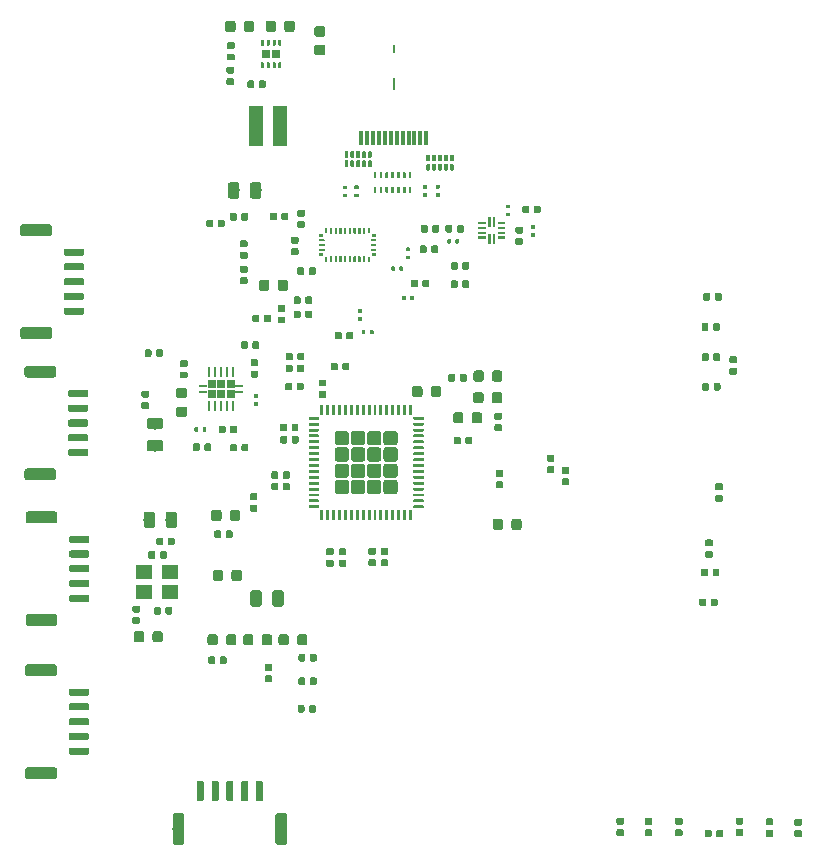
<source format=gbr>
G04 #@! TF.GenerationSoftware,KiCad,Pcbnew,(5.1.0)-1*
G04 #@! TF.CreationDate,2019-05-23T13:16:00+05:30*
G04 #@! TF.ProjectId,typec,74797065-632e-46b6-9963-61645f706362,rev?*
G04 #@! TF.SameCoordinates,Original*
G04 #@! TF.FileFunction,Paste,Top*
G04 #@! TF.FilePolarity,Positive*
%FSLAX46Y46*%
G04 Gerber Fmt 4.6, Leading zero omitted, Abs format (unit mm)*
G04 Created by KiCad (PCBNEW (5.1.0)-1) date 2019-05-23 13:16:00*
%MOMM*%
%LPD*%
G04 APERTURE LIST*
%ADD10C,0.100000*%
%ADD11C,0.600000*%
%ADD12C,1.000000*%
%ADD13C,0.875000*%
%ADD14R,0.280000X0.850000*%
%ADD15R,0.640000X0.640000*%
%ADD16R,0.700000X0.280000*%
%ADD17C,0.200000*%
%ADD18C,0.590000*%
%ADD19C,0.400000*%
%ADD20C,0.300000*%
%ADD21C,0.318000*%
%ADD22C,0.975000*%
%ADD23R,0.300000X1.200000*%
%ADD24R,0.200000X1.000000*%
%ADD25R,0.200000X0.700000*%
%ADD26C,1.209339*%
%ADD27C,0.250000*%
%ADD28R,1.400000X1.200000*%
%ADD29R,0.650000X0.750000*%
%ADD30R,1.300000X3.400000*%
G04 APERTURE END LIST*
D10*
G36*
X119430103Y-54655522D02*
G01*
X119444664Y-54657682D01*
X119458943Y-54661259D01*
X119472803Y-54666218D01*
X119486110Y-54672512D01*
X119498736Y-54680080D01*
X119510559Y-54688848D01*
X119521466Y-54698734D01*
X119531352Y-54709641D01*
X119540120Y-54721464D01*
X119547688Y-54734090D01*
X119553982Y-54747397D01*
X119558941Y-54761257D01*
X119562518Y-54775536D01*
X119564678Y-54790097D01*
X119565400Y-54804800D01*
X119565400Y-55104800D01*
X119564678Y-55119503D01*
X119562518Y-55134064D01*
X119558941Y-55148343D01*
X119553982Y-55162203D01*
X119547688Y-55175510D01*
X119540120Y-55188136D01*
X119531352Y-55199959D01*
X119521466Y-55210866D01*
X119510559Y-55220752D01*
X119498736Y-55229520D01*
X119486110Y-55237088D01*
X119472803Y-55243382D01*
X119458943Y-55248341D01*
X119444664Y-55251918D01*
X119430103Y-55254078D01*
X119415400Y-55254800D01*
X118015400Y-55254800D01*
X118000697Y-55254078D01*
X117986136Y-55251918D01*
X117971857Y-55248341D01*
X117957997Y-55243382D01*
X117944690Y-55237088D01*
X117932064Y-55229520D01*
X117920241Y-55220752D01*
X117909334Y-55210866D01*
X117899448Y-55199959D01*
X117890680Y-55188136D01*
X117883112Y-55175510D01*
X117876818Y-55162203D01*
X117871859Y-55148343D01*
X117868282Y-55134064D01*
X117866122Y-55119503D01*
X117865400Y-55104800D01*
X117865400Y-54804800D01*
X117866122Y-54790097D01*
X117868282Y-54775536D01*
X117871859Y-54761257D01*
X117876818Y-54747397D01*
X117883112Y-54734090D01*
X117890680Y-54721464D01*
X117899448Y-54709641D01*
X117909334Y-54698734D01*
X117920241Y-54688848D01*
X117932064Y-54680080D01*
X117944690Y-54672512D01*
X117957997Y-54666218D01*
X117971857Y-54661259D01*
X117986136Y-54657682D01*
X118000697Y-54655522D01*
X118015400Y-54654800D01*
X119415400Y-54654800D01*
X119430103Y-54655522D01*
X119430103Y-54655522D01*
G37*
D11*
X118715400Y-54954800D03*
D10*
G36*
X119430103Y-55905522D02*
G01*
X119444664Y-55907682D01*
X119458943Y-55911259D01*
X119472803Y-55916218D01*
X119486110Y-55922512D01*
X119498736Y-55930080D01*
X119510559Y-55938848D01*
X119521466Y-55948734D01*
X119531352Y-55959641D01*
X119540120Y-55971464D01*
X119547688Y-55984090D01*
X119553982Y-55997397D01*
X119558941Y-56011257D01*
X119562518Y-56025536D01*
X119564678Y-56040097D01*
X119565400Y-56054800D01*
X119565400Y-56354800D01*
X119564678Y-56369503D01*
X119562518Y-56384064D01*
X119558941Y-56398343D01*
X119553982Y-56412203D01*
X119547688Y-56425510D01*
X119540120Y-56438136D01*
X119531352Y-56449959D01*
X119521466Y-56460866D01*
X119510559Y-56470752D01*
X119498736Y-56479520D01*
X119486110Y-56487088D01*
X119472803Y-56493382D01*
X119458943Y-56498341D01*
X119444664Y-56501918D01*
X119430103Y-56504078D01*
X119415400Y-56504800D01*
X118015400Y-56504800D01*
X118000697Y-56504078D01*
X117986136Y-56501918D01*
X117971857Y-56498341D01*
X117957997Y-56493382D01*
X117944690Y-56487088D01*
X117932064Y-56479520D01*
X117920241Y-56470752D01*
X117909334Y-56460866D01*
X117899448Y-56449959D01*
X117890680Y-56438136D01*
X117883112Y-56425510D01*
X117876818Y-56412203D01*
X117871859Y-56398343D01*
X117868282Y-56384064D01*
X117866122Y-56369503D01*
X117865400Y-56354800D01*
X117865400Y-56054800D01*
X117866122Y-56040097D01*
X117868282Y-56025536D01*
X117871859Y-56011257D01*
X117876818Y-55997397D01*
X117883112Y-55984090D01*
X117890680Y-55971464D01*
X117899448Y-55959641D01*
X117909334Y-55948734D01*
X117920241Y-55938848D01*
X117932064Y-55930080D01*
X117944690Y-55922512D01*
X117957997Y-55916218D01*
X117971857Y-55911259D01*
X117986136Y-55907682D01*
X118000697Y-55905522D01*
X118015400Y-55904800D01*
X119415400Y-55904800D01*
X119430103Y-55905522D01*
X119430103Y-55905522D01*
G37*
D11*
X118715400Y-56204800D03*
D10*
G36*
X119430103Y-57155522D02*
G01*
X119444664Y-57157682D01*
X119458943Y-57161259D01*
X119472803Y-57166218D01*
X119486110Y-57172512D01*
X119498736Y-57180080D01*
X119510559Y-57188848D01*
X119521466Y-57198734D01*
X119531352Y-57209641D01*
X119540120Y-57221464D01*
X119547688Y-57234090D01*
X119553982Y-57247397D01*
X119558941Y-57261257D01*
X119562518Y-57275536D01*
X119564678Y-57290097D01*
X119565400Y-57304800D01*
X119565400Y-57604800D01*
X119564678Y-57619503D01*
X119562518Y-57634064D01*
X119558941Y-57648343D01*
X119553982Y-57662203D01*
X119547688Y-57675510D01*
X119540120Y-57688136D01*
X119531352Y-57699959D01*
X119521466Y-57710866D01*
X119510559Y-57720752D01*
X119498736Y-57729520D01*
X119486110Y-57737088D01*
X119472803Y-57743382D01*
X119458943Y-57748341D01*
X119444664Y-57751918D01*
X119430103Y-57754078D01*
X119415400Y-57754800D01*
X118015400Y-57754800D01*
X118000697Y-57754078D01*
X117986136Y-57751918D01*
X117971857Y-57748341D01*
X117957997Y-57743382D01*
X117944690Y-57737088D01*
X117932064Y-57729520D01*
X117920241Y-57720752D01*
X117909334Y-57710866D01*
X117899448Y-57699959D01*
X117890680Y-57688136D01*
X117883112Y-57675510D01*
X117876818Y-57662203D01*
X117871859Y-57648343D01*
X117868282Y-57634064D01*
X117866122Y-57619503D01*
X117865400Y-57604800D01*
X117865400Y-57304800D01*
X117866122Y-57290097D01*
X117868282Y-57275536D01*
X117871859Y-57261257D01*
X117876818Y-57247397D01*
X117883112Y-57234090D01*
X117890680Y-57221464D01*
X117899448Y-57209641D01*
X117909334Y-57198734D01*
X117920241Y-57188848D01*
X117932064Y-57180080D01*
X117944690Y-57172512D01*
X117957997Y-57166218D01*
X117971857Y-57161259D01*
X117986136Y-57157682D01*
X118000697Y-57155522D01*
X118015400Y-57154800D01*
X119415400Y-57154800D01*
X119430103Y-57155522D01*
X119430103Y-57155522D01*
G37*
D11*
X118715400Y-57454800D03*
D10*
G36*
X119430103Y-58405522D02*
G01*
X119444664Y-58407682D01*
X119458943Y-58411259D01*
X119472803Y-58416218D01*
X119486110Y-58422512D01*
X119498736Y-58430080D01*
X119510559Y-58438848D01*
X119521466Y-58448734D01*
X119531352Y-58459641D01*
X119540120Y-58471464D01*
X119547688Y-58484090D01*
X119553982Y-58497397D01*
X119558941Y-58511257D01*
X119562518Y-58525536D01*
X119564678Y-58540097D01*
X119565400Y-58554800D01*
X119565400Y-58854800D01*
X119564678Y-58869503D01*
X119562518Y-58884064D01*
X119558941Y-58898343D01*
X119553982Y-58912203D01*
X119547688Y-58925510D01*
X119540120Y-58938136D01*
X119531352Y-58949959D01*
X119521466Y-58960866D01*
X119510559Y-58970752D01*
X119498736Y-58979520D01*
X119486110Y-58987088D01*
X119472803Y-58993382D01*
X119458943Y-58998341D01*
X119444664Y-59001918D01*
X119430103Y-59004078D01*
X119415400Y-59004800D01*
X118015400Y-59004800D01*
X118000697Y-59004078D01*
X117986136Y-59001918D01*
X117971857Y-58998341D01*
X117957997Y-58993382D01*
X117944690Y-58987088D01*
X117932064Y-58979520D01*
X117920241Y-58970752D01*
X117909334Y-58960866D01*
X117899448Y-58949959D01*
X117890680Y-58938136D01*
X117883112Y-58925510D01*
X117876818Y-58912203D01*
X117871859Y-58898343D01*
X117868282Y-58884064D01*
X117866122Y-58869503D01*
X117865400Y-58854800D01*
X117865400Y-58554800D01*
X117866122Y-58540097D01*
X117868282Y-58525536D01*
X117871859Y-58511257D01*
X117876818Y-58497397D01*
X117883112Y-58484090D01*
X117890680Y-58471464D01*
X117899448Y-58459641D01*
X117909334Y-58448734D01*
X117920241Y-58438848D01*
X117932064Y-58430080D01*
X117944690Y-58422512D01*
X117957997Y-58416218D01*
X117971857Y-58411259D01*
X117986136Y-58407682D01*
X118000697Y-58405522D01*
X118015400Y-58404800D01*
X119415400Y-58404800D01*
X119430103Y-58405522D01*
X119430103Y-58405522D01*
G37*
D11*
X118715400Y-58704800D03*
D10*
G36*
X119430103Y-59655522D02*
G01*
X119444664Y-59657682D01*
X119458943Y-59661259D01*
X119472803Y-59666218D01*
X119486110Y-59672512D01*
X119498736Y-59680080D01*
X119510559Y-59688848D01*
X119521466Y-59698734D01*
X119531352Y-59709641D01*
X119540120Y-59721464D01*
X119547688Y-59734090D01*
X119553982Y-59747397D01*
X119558941Y-59761257D01*
X119562518Y-59775536D01*
X119564678Y-59790097D01*
X119565400Y-59804800D01*
X119565400Y-60104800D01*
X119564678Y-60119503D01*
X119562518Y-60134064D01*
X119558941Y-60148343D01*
X119553982Y-60162203D01*
X119547688Y-60175510D01*
X119540120Y-60188136D01*
X119531352Y-60199959D01*
X119521466Y-60210866D01*
X119510559Y-60220752D01*
X119498736Y-60229520D01*
X119486110Y-60237088D01*
X119472803Y-60243382D01*
X119458943Y-60248341D01*
X119444664Y-60251918D01*
X119430103Y-60254078D01*
X119415400Y-60254800D01*
X118015400Y-60254800D01*
X118000697Y-60254078D01*
X117986136Y-60251918D01*
X117971857Y-60248341D01*
X117957997Y-60243382D01*
X117944690Y-60237088D01*
X117932064Y-60229520D01*
X117920241Y-60220752D01*
X117909334Y-60210866D01*
X117899448Y-60199959D01*
X117890680Y-60188136D01*
X117883112Y-60175510D01*
X117876818Y-60162203D01*
X117871859Y-60148343D01*
X117868282Y-60134064D01*
X117866122Y-60119503D01*
X117865400Y-60104800D01*
X117865400Y-59804800D01*
X117866122Y-59790097D01*
X117868282Y-59775536D01*
X117871859Y-59761257D01*
X117876818Y-59747397D01*
X117883112Y-59734090D01*
X117890680Y-59721464D01*
X117899448Y-59709641D01*
X117909334Y-59698734D01*
X117920241Y-59688848D01*
X117932064Y-59680080D01*
X117944690Y-59672512D01*
X117957997Y-59666218D01*
X117971857Y-59661259D01*
X117986136Y-59657682D01*
X118000697Y-59655522D01*
X118015400Y-59654800D01*
X119415400Y-59654800D01*
X119430103Y-59655522D01*
X119430103Y-59655522D01*
G37*
D11*
X118715400Y-59954800D03*
D10*
G36*
X116639904Y-52606004D02*
G01*
X116664173Y-52609604D01*
X116687971Y-52615565D01*
X116711071Y-52623830D01*
X116733249Y-52634320D01*
X116754293Y-52646933D01*
X116773998Y-52661547D01*
X116792177Y-52678023D01*
X116808653Y-52696202D01*
X116823267Y-52715907D01*
X116835880Y-52736951D01*
X116846370Y-52759129D01*
X116854635Y-52782229D01*
X116860596Y-52806027D01*
X116864196Y-52830296D01*
X116865400Y-52854800D01*
X116865400Y-53354800D01*
X116864196Y-53379304D01*
X116860596Y-53403573D01*
X116854635Y-53427371D01*
X116846370Y-53450471D01*
X116835880Y-53472649D01*
X116823267Y-53493693D01*
X116808653Y-53513398D01*
X116792177Y-53531577D01*
X116773998Y-53548053D01*
X116754293Y-53562667D01*
X116733249Y-53575280D01*
X116711071Y-53585770D01*
X116687971Y-53594035D01*
X116664173Y-53599996D01*
X116639904Y-53603596D01*
X116615400Y-53604800D01*
X114415400Y-53604800D01*
X114390896Y-53603596D01*
X114366627Y-53599996D01*
X114342829Y-53594035D01*
X114319729Y-53585770D01*
X114297551Y-53575280D01*
X114276507Y-53562667D01*
X114256802Y-53548053D01*
X114238623Y-53531577D01*
X114222147Y-53513398D01*
X114207533Y-53493693D01*
X114194920Y-53472649D01*
X114184430Y-53450471D01*
X114176165Y-53427371D01*
X114170204Y-53403573D01*
X114166604Y-53379304D01*
X114165400Y-53354800D01*
X114165400Y-52854800D01*
X114166604Y-52830296D01*
X114170204Y-52806027D01*
X114176165Y-52782229D01*
X114184430Y-52759129D01*
X114194920Y-52736951D01*
X114207533Y-52715907D01*
X114222147Y-52696202D01*
X114238623Y-52678023D01*
X114256802Y-52661547D01*
X114276507Y-52646933D01*
X114297551Y-52634320D01*
X114319729Y-52623830D01*
X114342829Y-52615565D01*
X114366627Y-52609604D01*
X114390896Y-52606004D01*
X114415400Y-52604800D01*
X116615400Y-52604800D01*
X116639904Y-52606004D01*
X116639904Y-52606004D01*
G37*
D12*
X115515400Y-53104800D03*
D10*
G36*
X116639904Y-61306004D02*
G01*
X116664173Y-61309604D01*
X116687971Y-61315565D01*
X116711071Y-61323830D01*
X116733249Y-61334320D01*
X116754293Y-61346933D01*
X116773998Y-61361547D01*
X116792177Y-61378023D01*
X116808653Y-61396202D01*
X116823267Y-61415907D01*
X116835880Y-61436951D01*
X116846370Y-61459129D01*
X116854635Y-61482229D01*
X116860596Y-61506027D01*
X116864196Y-61530296D01*
X116865400Y-61554800D01*
X116865400Y-62054800D01*
X116864196Y-62079304D01*
X116860596Y-62103573D01*
X116854635Y-62127371D01*
X116846370Y-62150471D01*
X116835880Y-62172649D01*
X116823267Y-62193693D01*
X116808653Y-62213398D01*
X116792177Y-62231577D01*
X116773998Y-62248053D01*
X116754293Y-62262667D01*
X116733249Y-62275280D01*
X116711071Y-62285770D01*
X116687971Y-62294035D01*
X116664173Y-62299996D01*
X116639904Y-62303596D01*
X116615400Y-62304800D01*
X114415400Y-62304800D01*
X114390896Y-62303596D01*
X114366627Y-62299996D01*
X114342829Y-62294035D01*
X114319729Y-62285770D01*
X114297551Y-62275280D01*
X114276507Y-62262667D01*
X114256802Y-62248053D01*
X114238623Y-62231577D01*
X114222147Y-62213398D01*
X114207533Y-62193693D01*
X114194920Y-62172649D01*
X114184430Y-62150471D01*
X114176165Y-62127371D01*
X114170204Y-62103573D01*
X114166604Y-62079304D01*
X114165400Y-62054800D01*
X114165400Y-61554800D01*
X114166604Y-61530296D01*
X114170204Y-61506027D01*
X114176165Y-61482229D01*
X114184430Y-61459129D01*
X114194920Y-61436951D01*
X114207533Y-61415907D01*
X114222147Y-61396202D01*
X114238623Y-61378023D01*
X114256802Y-61361547D01*
X114276507Y-61346933D01*
X114297551Y-61334320D01*
X114319729Y-61323830D01*
X114342829Y-61315565D01*
X114366627Y-61309604D01*
X114390896Y-61306004D01*
X114415400Y-61304800D01*
X116615400Y-61304800D01*
X116639904Y-61306004D01*
X116639904Y-61306004D01*
G37*
D12*
X115515400Y-61804800D03*
D10*
G36*
X132275892Y-87309854D02*
G01*
X132297127Y-87313004D01*
X132317951Y-87318220D01*
X132338163Y-87325452D01*
X132357569Y-87334631D01*
X132375982Y-87345667D01*
X132393225Y-87358455D01*
X132409131Y-87372871D01*
X132423547Y-87388777D01*
X132436335Y-87406020D01*
X132447371Y-87424433D01*
X132456550Y-87443839D01*
X132463782Y-87464051D01*
X132468998Y-87484875D01*
X132472148Y-87506110D01*
X132473201Y-87527551D01*
X132473201Y-88040051D01*
X132472148Y-88061492D01*
X132468998Y-88082727D01*
X132463782Y-88103551D01*
X132456550Y-88123763D01*
X132447371Y-88143169D01*
X132436335Y-88161582D01*
X132423547Y-88178825D01*
X132409131Y-88194731D01*
X132393225Y-88209147D01*
X132375982Y-88221935D01*
X132357569Y-88232971D01*
X132338163Y-88242150D01*
X132317951Y-88249382D01*
X132297127Y-88254598D01*
X132275892Y-88257748D01*
X132254451Y-88258801D01*
X131816951Y-88258801D01*
X131795510Y-88257748D01*
X131774275Y-88254598D01*
X131753451Y-88249382D01*
X131733239Y-88242150D01*
X131713833Y-88232971D01*
X131695420Y-88221935D01*
X131678177Y-88209147D01*
X131662271Y-88194731D01*
X131647855Y-88178825D01*
X131635067Y-88161582D01*
X131624031Y-88143169D01*
X131614852Y-88123763D01*
X131607620Y-88103551D01*
X131602404Y-88082727D01*
X131599254Y-88061492D01*
X131598201Y-88040051D01*
X131598201Y-87527551D01*
X131599254Y-87506110D01*
X131602404Y-87484875D01*
X131607620Y-87464051D01*
X131614852Y-87443839D01*
X131624031Y-87424433D01*
X131635067Y-87406020D01*
X131647855Y-87388777D01*
X131662271Y-87372871D01*
X131678177Y-87358455D01*
X131695420Y-87345667D01*
X131713833Y-87334631D01*
X131733239Y-87325452D01*
X131753451Y-87318220D01*
X131774275Y-87313004D01*
X131795510Y-87309854D01*
X131816951Y-87308801D01*
X132254451Y-87308801D01*
X132275892Y-87309854D01*
X132275892Y-87309854D01*
G37*
D13*
X132035701Y-87783801D03*
D10*
G36*
X130700892Y-87309854D02*
G01*
X130722127Y-87313004D01*
X130742951Y-87318220D01*
X130763163Y-87325452D01*
X130782569Y-87334631D01*
X130800982Y-87345667D01*
X130818225Y-87358455D01*
X130834131Y-87372871D01*
X130848547Y-87388777D01*
X130861335Y-87406020D01*
X130872371Y-87424433D01*
X130881550Y-87443839D01*
X130888782Y-87464051D01*
X130893998Y-87484875D01*
X130897148Y-87506110D01*
X130898201Y-87527551D01*
X130898201Y-88040051D01*
X130897148Y-88061492D01*
X130893998Y-88082727D01*
X130888782Y-88103551D01*
X130881550Y-88123763D01*
X130872371Y-88143169D01*
X130861335Y-88161582D01*
X130848547Y-88178825D01*
X130834131Y-88194731D01*
X130818225Y-88209147D01*
X130800982Y-88221935D01*
X130782569Y-88232971D01*
X130763163Y-88242150D01*
X130742951Y-88249382D01*
X130722127Y-88254598D01*
X130700892Y-88257748D01*
X130679451Y-88258801D01*
X130241951Y-88258801D01*
X130220510Y-88257748D01*
X130199275Y-88254598D01*
X130178451Y-88249382D01*
X130158239Y-88242150D01*
X130138833Y-88232971D01*
X130120420Y-88221935D01*
X130103177Y-88209147D01*
X130087271Y-88194731D01*
X130072855Y-88178825D01*
X130060067Y-88161582D01*
X130049031Y-88143169D01*
X130039852Y-88123763D01*
X130032620Y-88103551D01*
X130027404Y-88082727D01*
X130024254Y-88061492D01*
X130023201Y-88040051D01*
X130023201Y-87527551D01*
X130024254Y-87506110D01*
X130027404Y-87484875D01*
X130032620Y-87464051D01*
X130039852Y-87443839D01*
X130049031Y-87424433D01*
X130060067Y-87406020D01*
X130072855Y-87388777D01*
X130087271Y-87372871D01*
X130103177Y-87358455D01*
X130120420Y-87345667D01*
X130138833Y-87334631D01*
X130158239Y-87325452D01*
X130178451Y-87318220D01*
X130199275Y-87313004D01*
X130220510Y-87309854D01*
X130241951Y-87308801D01*
X130679451Y-87308801D01*
X130700892Y-87309854D01*
X130700892Y-87309854D01*
G37*
D13*
X130460701Y-87783801D03*
D14*
X132173220Y-68015380D03*
X130673220Y-68015380D03*
X131173220Y-65065380D03*
X130173220Y-68015380D03*
X132173220Y-65065380D03*
D15*
X130373220Y-66127880D03*
X130373220Y-66952880D03*
D14*
X130673220Y-65065380D03*
D16*
X132723220Y-66290380D03*
X129623220Y-66790380D03*
D14*
X131673220Y-68015380D03*
D16*
X132723220Y-66790380D03*
X129623220Y-66290380D03*
D14*
X131673220Y-65065380D03*
D15*
X131973220Y-66952880D03*
X131973220Y-66127880D03*
X131173220Y-66952880D03*
D14*
X130173220Y-65065380D03*
X131173220Y-68015380D03*
D15*
X131173220Y-66127880D03*
D10*
G36*
X155204161Y-52411641D02*
G01*
X155209015Y-52412361D01*
X155213774Y-52413553D01*
X155218394Y-52415206D01*
X155222830Y-52417304D01*
X155227039Y-52419827D01*
X155230980Y-52422749D01*
X155234615Y-52426045D01*
X155237911Y-52429680D01*
X155240833Y-52433621D01*
X155243356Y-52437830D01*
X155245454Y-52442266D01*
X155247107Y-52446886D01*
X155248299Y-52451645D01*
X155249019Y-52456499D01*
X155249260Y-52461400D01*
X155249260Y-52561400D01*
X155249019Y-52566301D01*
X155248299Y-52571155D01*
X155247107Y-52575914D01*
X155245454Y-52580534D01*
X155243356Y-52584970D01*
X155240833Y-52589179D01*
X155237911Y-52593120D01*
X155234615Y-52596755D01*
X155230980Y-52600051D01*
X155227039Y-52602973D01*
X155222830Y-52605496D01*
X155218394Y-52607594D01*
X155213774Y-52609247D01*
X155209015Y-52610439D01*
X155204161Y-52611159D01*
X155199260Y-52611400D01*
X154649260Y-52611400D01*
X154644359Y-52611159D01*
X154639505Y-52610439D01*
X154634746Y-52609247D01*
X154630126Y-52607594D01*
X154625690Y-52605496D01*
X154621481Y-52602973D01*
X154617540Y-52600051D01*
X154613905Y-52596755D01*
X154610609Y-52593120D01*
X154607687Y-52589179D01*
X154605164Y-52584970D01*
X154603066Y-52580534D01*
X154601413Y-52575914D01*
X154600221Y-52571155D01*
X154599501Y-52566301D01*
X154599260Y-52561400D01*
X154599260Y-52461400D01*
X154599501Y-52456499D01*
X154600221Y-52451645D01*
X154601413Y-52446886D01*
X154603066Y-52442266D01*
X154605164Y-52437830D01*
X154607687Y-52433621D01*
X154610609Y-52429680D01*
X154613905Y-52426045D01*
X154617540Y-52422749D01*
X154621481Y-52419827D01*
X154625690Y-52417304D01*
X154630126Y-52415206D01*
X154634746Y-52413553D01*
X154639505Y-52412361D01*
X154644359Y-52411641D01*
X154649260Y-52411400D01*
X155199260Y-52411400D01*
X155204161Y-52411641D01*
X155204161Y-52411641D01*
G37*
D17*
X154924260Y-52511400D03*
D10*
G36*
X154354161Y-53411641D02*
G01*
X154359015Y-53412361D01*
X154363774Y-53413553D01*
X154368394Y-53415206D01*
X154372830Y-53417304D01*
X154377039Y-53419827D01*
X154380980Y-53422749D01*
X154384615Y-53426045D01*
X154387911Y-53429680D01*
X154390833Y-53433621D01*
X154393356Y-53437830D01*
X154395454Y-53442266D01*
X154397107Y-53446886D01*
X154398299Y-53451645D01*
X154399019Y-53456499D01*
X154399260Y-53461400D01*
X154399260Y-54211400D01*
X154399019Y-54216301D01*
X154398299Y-54221155D01*
X154397107Y-54225914D01*
X154395454Y-54230534D01*
X154393356Y-54234970D01*
X154390833Y-54239179D01*
X154387911Y-54243120D01*
X154384615Y-54246755D01*
X154380980Y-54250051D01*
X154377039Y-54252973D01*
X154372830Y-54255496D01*
X154368394Y-54257594D01*
X154363774Y-54259247D01*
X154359015Y-54260439D01*
X154354161Y-54261159D01*
X154349260Y-54261400D01*
X154249260Y-54261400D01*
X154244359Y-54261159D01*
X154239505Y-54260439D01*
X154234746Y-54259247D01*
X154230126Y-54257594D01*
X154225690Y-54255496D01*
X154221481Y-54252973D01*
X154217540Y-54250051D01*
X154213905Y-54246755D01*
X154210609Y-54243120D01*
X154207687Y-54239179D01*
X154205164Y-54234970D01*
X154203066Y-54230534D01*
X154201413Y-54225914D01*
X154200221Y-54221155D01*
X154199501Y-54216301D01*
X154199260Y-54211400D01*
X154199260Y-53461400D01*
X154199501Y-53456499D01*
X154200221Y-53451645D01*
X154201413Y-53446886D01*
X154203066Y-53442266D01*
X154205164Y-53437830D01*
X154207687Y-53433621D01*
X154210609Y-53429680D01*
X154213905Y-53426045D01*
X154217540Y-53422749D01*
X154221481Y-53419827D01*
X154225690Y-53417304D01*
X154230126Y-53415206D01*
X154234746Y-53413553D01*
X154239505Y-53412361D01*
X154244359Y-53411641D01*
X154249260Y-53411400D01*
X154349260Y-53411400D01*
X154354161Y-53411641D01*
X154354161Y-53411641D01*
G37*
D17*
X154299260Y-53836400D03*
D10*
G36*
X153954161Y-51961641D02*
G01*
X153959015Y-51962361D01*
X153963774Y-51963553D01*
X153968394Y-51965206D01*
X153972830Y-51967304D01*
X153977039Y-51969827D01*
X153980980Y-51972749D01*
X153984615Y-51976045D01*
X153987911Y-51979680D01*
X153990833Y-51983621D01*
X153993356Y-51987830D01*
X153995454Y-51992266D01*
X153997107Y-51996886D01*
X153998299Y-52001645D01*
X153999019Y-52006499D01*
X153999260Y-52011400D01*
X153999260Y-52761400D01*
X153999019Y-52766301D01*
X153998299Y-52771155D01*
X153997107Y-52775914D01*
X153995454Y-52780534D01*
X153993356Y-52784970D01*
X153990833Y-52789179D01*
X153987911Y-52793120D01*
X153984615Y-52796755D01*
X153980980Y-52800051D01*
X153977039Y-52802973D01*
X153972830Y-52805496D01*
X153968394Y-52807594D01*
X153963774Y-52809247D01*
X153959015Y-52810439D01*
X153954161Y-52811159D01*
X153949260Y-52811400D01*
X153849260Y-52811400D01*
X153844359Y-52811159D01*
X153839505Y-52810439D01*
X153834746Y-52809247D01*
X153830126Y-52807594D01*
X153825690Y-52805496D01*
X153821481Y-52802973D01*
X153817540Y-52800051D01*
X153813905Y-52796755D01*
X153810609Y-52793120D01*
X153807687Y-52789179D01*
X153805164Y-52784970D01*
X153803066Y-52780534D01*
X153801413Y-52775914D01*
X153800221Y-52771155D01*
X153799501Y-52766301D01*
X153799260Y-52761400D01*
X153799260Y-52011400D01*
X153799501Y-52006499D01*
X153800221Y-52001645D01*
X153801413Y-51996886D01*
X153803066Y-51992266D01*
X153805164Y-51987830D01*
X153807687Y-51983621D01*
X153810609Y-51979680D01*
X153813905Y-51976045D01*
X153817540Y-51972749D01*
X153821481Y-51969827D01*
X153825690Y-51967304D01*
X153830126Y-51965206D01*
X153834746Y-51963553D01*
X153839505Y-51962361D01*
X153844359Y-51961641D01*
X153849260Y-51961400D01*
X153949260Y-51961400D01*
X153954161Y-51961641D01*
X153954161Y-51961641D01*
G37*
D17*
X153899260Y-52386400D03*
D10*
G36*
X153554161Y-53211641D02*
G01*
X153559015Y-53212361D01*
X153563774Y-53213553D01*
X153568394Y-53215206D01*
X153572830Y-53217304D01*
X153577039Y-53219827D01*
X153580980Y-53222749D01*
X153584615Y-53226045D01*
X153587911Y-53229680D01*
X153590833Y-53233621D01*
X153593356Y-53237830D01*
X153595454Y-53242266D01*
X153597107Y-53246886D01*
X153598299Y-53251645D01*
X153599019Y-53256499D01*
X153599260Y-53261400D01*
X153599260Y-53361400D01*
X153599019Y-53366301D01*
X153598299Y-53371155D01*
X153597107Y-53375914D01*
X153595454Y-53380534D01*
X153593356Y-53384970D01*
X153590833Y-53389179D01*
X153587911Y-53393120D01*
X153584615Y-53396755D01*
X153580980Y-53400051D01*
X153577039Y-53402973D01*
X153572830Y-53405496D01*
X153568394Y-53407594D01*
X153563774Y-53409247D01*
X153559015Y-53410439D01*
X153554161Y-53411159D01*
X153549260Y-53411400D01*
X152999260Y-53411400D01*
X152994359Y-53411159D01*
X152989505Y-53410439D01*
X152984746Y-53409247D01*
X152980126Y-53407594D01*
X152975690Y-53405496D01*
X152971481Y-53402973D01*
X152967540Y-53400051D01*
X152963905Y-53396755D01*
X152960609Y-53393120D01*
X152957687Y-53389179D01*
X152955164Y-53384970D01*
X152953066Y-53380534D01*
X152951413Y-53375914D01*
X152950221Y-53371155D01*
X152949501Y-53366301D01*
X152949260Y-53361400D01*
X152949260Y-53261400D01*
X152949501Y-53256499D01*
X152950221Y-53251645D01*
X152951413Y-53246886D01*
X152953066Y-53242266D01*
X152955164Y-53237830D01*
X152957687Y-53233621D01*
X152960609Y-53229680D01*
X152963905Y-53226045D01*
X152967540Y-53222749D01*
X152971481Y-53219827D01*
X152975690Y-53217304D01*
X152980126Y-53215206D01*
X152984746Y-53213553D01*
X152989505Y-53212361D01*
X152994359Y-53211641D01*
X152999260Y-53211400D01*
X153549260Y-53211400D01*
X153554161Y-53211641D01*
X153554161Y-53211641D01*
G37*
D17*
X153274260Y-53311400D03*
D10*
G36*
X155204161Y-53211641D02*
G01*
X155209015Y-53212361D01*
X155213774Y-53213553D01*
X155218394Y-53215206D01*
X155222830Y-53217304D01*
X155227039Y-53219827D01*
X155230980Y-53222749D01*
X155234615Y-53226045D01*
X155237911Y-53229680D01*
X155240833Y-53233621D01*
X155243356Y-53237830D01*
X155245454Y-53242266D01*
X155247107Y-53246886D01*
X155248299Y-53251645D01*
X155249019Y-53256499D01*
X155249260Y-53261400D01*
X155249260Y-53361400D01*
X155249019Y-53366301D01*
X155248299Y-53371155D01*
X155247107Y-53375914D01*
X155245454Y-53380534D01*
X155243356Y-53384970D01*
X155240833Y-53389179D01*
X155237911Y-53393120D01*
X155234615Y-53396755D01*
X155230980Y-53400051D01*
X155227039Y-53402973D01*
X155222830Y-53405496D01*
X155218394Y-53407594D01*
X155213774Y-53409247D01*
X155209015Y-53410439D01*
X155204161Y-53411159D01*
X155199260Y-53411400D01*
X154649260Y-53411400D01*
X154644359Y-53411159D01*
X154639505Y-53410439D01*
X154634746Y-53409247D01*
X154630126Y-53407594D01*
X154625690Y-53405496D01*
X154621481Y-53402973D01*
X154617540Y-53400051D01*
X154613905Y-53396755D01*
X154610609Y-53393120D01*
X154607687Y-53389179D01*
X154605164Y-53384970D01*
X154603066Y-53380534D01*
X154601413Y-53375914D01*
X154600221Y-53371155D01*
X154599501Y-53366301D01*
X154599260Y-53361400D01*
X154599260Y-53261400D01*
X154599501Y-53256499D01*
X154600221Y-53251645D01*
X154601413Y-53246886D01*
X154603066Y-53242266D01*
X154605164Y-53237830D01*
X154607687Y-53233621D01*
X154610609Y-53229680D01*
X154613905Y-53226045D01*
X154617540Y-53222749D01*
X154621481Y-53219827D01*
X154625690Y-53217304D01*
X154630126Y-53215206D01*
X154634746Y-53213553D01*
X154639505Y-53212361D01*
X154644359Y-53211641D01*
X154649260Y-53211400D01*
X155199260Y-53211400D01*
X155204161Y-53211641D01*
X155204161Y-53211641D01*
G37*
D17*
X154924260Y-53311400D03*
D10*
G36*
X153554161Y-52411641D02*
G01*
X153559015Y-52412361D01*
X153563774Y-52413553D01*
X153568394Y-52415206D01*
X153572830Y-52417304D01*
X153577039Y-52419827D01*
X153580980Y-52422749D01*
X153584615Y-52426045D01*
X153587911Y-52429680D01*
X153590833Y-52433621D01*
X153593356Y-52437830D01*
X153595454Y-52442266D01*
X153597107Y-52446886D01*
X153598299Y-52451645D01*
X153599019Y-52456499D01*
X153599260Y-52461400D01*
X153599260Y-52561400D01*
X153599019Y-52566301D01*
X153598299Y-52571155D01*
X153597107Y-52575914D01*
X153595454Y-52580534D01*
X153593356Y-52584970D01*
X153590833Y-52589179D01*
X153587911Y-52593120D01*
X153584615Y-52596755D01*
X153580980Y-52600051D01*
X153577039Y-52602973D01*
X153572830Y-52605496D01*
X153568394Y-52607594D01*
X153563774Y-52609247D01*
X153559015Y-52610439D01*
X153554161Y-52611159D01*
X153549260Y-52611400D01*
X152999260Y-52611400D01*
X152994359Y-52611159D01*
X152989505Y-52610439D01*
X152984746Y-52609247D01*
X152980126Y-52607594D01*
X152975690Y-52605496D01*
X152971481Y-52602973D01*
X152967540Y-52600051D01*
X152963905Y-52596755D01*
X152960609Y-52593120D01*
X152957687Y-52589179D01*
X152955164Y-52584970D01*
X152953066Y-52580534D01*
X152951413Y-52575914D01*
X152950221Y-52571155D01*
X152949501Y-52566301D01*
X152949260Y-52561400D01*
X152949260Y-52461400D01*
X152949501Y-52456499D01*
X152950221Y-52451645D01*
X152951413Y-52446886D01*
X152953066Y-52442266D01*
X152955164Y-52437830D01*
X152957687Y-52433621D01*
X152960609Y-52429680D01*
X152963905Y-52426045D01*
X152967540Y-52422749D01*
X152971481Y-52419827D01*
X152975690Y-52417304D01*
X152980126Y-52415206D01*
X152984746Y-52413553D01*
X152989505Y-52412361D01*
X152994359Y-52411641D01*
X152999260Y-52411400D01*
X153549260Y-52411400D01*
X153554161Y-52411641D01*
X153554161Y-52411641D01*
G37*
D17*
X153274260Y-52511400D03*
D10*
G36*
X155204161Y-52811641D02*
G01*
X155209015Y-52812361D01*
X155213774Y-52813553D01*
X155218394Y-52815206D01*
X155222830Y-52817304D01*
X155227039Y-52819827D01*
X155230980Y-52822749D01*
X155234615Y-52826045D01*
X155237911Y-52829680D01*
X155240833Y-52833621D01*
X155243356Y-52837830D01*
X155245454Y-52842266D01*
X155247107Y-52846886D01*
X155248299Y-52851645D01*
X155249019Y-52856499D01*
X155249260Y-52861400D01*
X155249260Y-52961400D01*
X155249019Y-52966301D01*
X155248299Y-52971155D01*
X155247107Y-52975914D01*
X155245454Y-52980534D01*
X155243356Y-52984970D01*
X155240833Y-52989179D01*
X155237911Y-52993120D01*
X155234615Y-52996755D01*
X155230980Y-53000051D01*
X155227039Y-53002973D01*
X155222830Y-53005496D01*
X155218394Y-53007594D01*
X155213774Y-53009247D01*
X155209015Y-53010439D01*
X155204161Y-53011159D01*
X155199260Y-53011400D01*
X154649260Y-53011400D01*
X154644359Y-53011159D01*
X154639505Y-53010439D01*
X154634746Y-53009247D01*
X154630126Y-53007594D01*
X154625690Y-53005496D01*
X154621481Y-53002973D01*
X154617540Y-53000051D01*
X154613905Y-52996755D01*
X154610609Y-52993120D01*
X154607687Y-52989179D01*
X154605164Y-52984970D01*
X154603066Y-52980534D01*
X154601413Y-52975914D01*
X154600221Y-52971155D01*
X154599501Y-52966301D01*
X154599260Y-52961400D01*
X154599260Y-52861400D01*
X154599501Y-52856499D01*
X154600221Y-52851645D01*
X154601413Y-52846886D01*
X154603066Y-52842266D01*
X154605164Y-52837830D01*
X154607687Y-52833621D01*
X154610609Y-52829680D01*
X154613905Y-52826045D01*
X154617540Y-52822749D01*
X154621481Y-52819827D01*
X154625690Y-52817304D01*
X154630126Y-52815206D01*
X154634746Y-52813553D01*
X154639505Y-52812361D01*
X154644359Y-52811641D01*
X154649260Y-52811400D01*
X155199260Y-52811400D01*
X155204161Y-52811641D01*
X155204161Y-52811641D01*
G37*
D17*
X154924260Y-52911400D03*
D10*
G36*
X154354161Y-51961641D02*
G01*
X154359015Y-51962361D01*
X154363774Y-51963553D01*
X154368394Y-51965206D01*
X154372830Y-51967304D01*
X154377039Y-51969827D01*
X154380980Y-51972749D01*
X154384615Y-51976045D01*
X154387911Y-51979680D01*
X154390833Y-51983621D01*
X154393356Y-51987830D01*
X154395454Y-51992266D01*
X154397107Y-51996886D01*
X154398299Y-52001645D01*
X154399019Y-52006499D01*
X154399260Y-52011400D01*
X154399260Y-52761400D01*
X154399019Y-52766301D01*
X154398299Y-52771155D01*
X154397107Y-52775914D01*
X154395454Y-52780534D01*
X154393356Y-52784970D01*
X154390833Y-52789179D01*
X154387911Y-52793120D01*
X154384615Y-52796755D01*
X154380980Y-52800051D01*
X154377039Y-52802973D01*
X154372830Y-52805496D01*
X154368394Y-52807594D01*
X154363774Y-52809247D01*
X154359015Y-52810439D01*
X154354161Y-52811159D01*
X154349260Y-52811400D01*
X154249260Y-52811400D01*
X154244359Y-52811159D01*
X154239505Y-52810439D01*
X154234746Y-52809247D01*
X154230126Y-52807594D01*
X154225690Y-52805496D01*
X154221481Y-52802973D01*
X154217540Y-52800051D01*
X154213905Y-52796755D01*
X154210609Y-52793120D01*
X154207687Y-52789179D01*
X154205164Y-52784970D01*
X154203066Y-52780534D01*
X154201413Y-52775914D01*
X154200221Y-52771155D01*
X154199501Y-52766301D01*
X154199260Y-52761400D01*
X154199260Y-52011400D01*
X154199501Y-52006499D01*
X154200221Y-52001645D01*
X154201413Y-51996886D01*
X154203066Y-51992266D01*
X154205164Y-51987830D01*
X154207687Y-51983621D01*
X154210609Y-51979680D01*
X154213905Y-51976045D01*
X154217540Y-51972749D01*
X154221481Y-51969827D01*
X154225690Y-51967304D01*
X154230126Y-51965206D01*
X154234746Y-51963553D01*
X154239505Y-51962361D01*
X154244359Y-51961641D01*
X154249260Y-51961400D01*
X154349260Y-51961400D01*
X154354161Y-51961641D01*
X154354161Y-51961641D01*
G37*
D17*
X154299260Y-52386400D03*
D10*
G36*
X153554161Y-53611641D02*
G01*
X153559015Y-53612361D01*
X153563774Y-53613553D01*
X153568394Y-53615206D01*
X153572830Y-53617304D01*
X153577039Y-53619827D01*
X153580980Y-53622749D01*
X153584615Y-53626045D01*
X153587911Y-53629680D01*
X153590833Y-53633621D01*
X153593356Y-53637830D01*
X153595454Y-53642266D01*
X153597107Y-53646886D01*
X153598299Y-53651645D01*
X153599019Y-53656499D01*
X153599260Y-53661400D01*
X153599260Y-53761400D01*
X153599019Y-53766301D01*
X153598299Y-53771155D01*
X153597107Y-53775914D01*
X153595454Y-53780534D01*
X153593356Y-53784970D01*
X153590833Y-53789179D01*
X153587911Y-53793120D01*
X153584615Y-53796755D01*
X153580980Y-53800051D01*
X153577039Y-53802973D01*
X153572830Y-53805496D01*
X153568394Y-53807594D01*
X153563774Y-53809247D01*
X153559015Y-53810439D01*
X153554161Y-53811159D01*
X153549260Y-53811400D01*
X152999260Y-53811400D01*
X152994359Y-53811159D01*
X152989505Y-53810439D01*
X152984746Y-53809247D01*
X152980126Y-53807594D01*
X152975690Y-53805496D01*
X152971481Y-53802973D01*
X152967540Y-53800051D01*
X152963905Y-53796755D01*
X152960609Y-53793120D01*
X152957687Y-53789179D01*
X152955164Y-53784970D01*
X152953066Y-53780534D01*
X152951413Y-53775914D01*
X152950221Y-53771155D01*
X152949501Y-53766301D01*
X152949260Y-53761400D01*
X152949260Y-53661400D01*
X152949501Y-53656499D01*
X152950221Y-53651645D01*
X152951413Y-53646886D01*
X152953066Y-53642266D01*
X152955164Y-53637830D01*
X152957687Y-53633621D01*
X152960609Y-53629680D01*
X152963905Y-53626045D01*
X152967540Y-53622749D01*
X152971481Y-53619827D01*
X152975690Y-53617304D01*
X152980126Y-53615206D01*
X152984746Y-53613553D01*
X152989505Y-53612361D01*
X152994359Y-53611641D01*
X152999260Y-53611400D01*
X153549260Y-53611400D01*
X153554161Y-53611641D01*
X153554161Y-53611641D01*
G37*
D17*
X153274260Y-53711400D03*
D10*
G36*
X155204161Y-53611641D02*
G01*
X155209015Y-53612361D01*
X155213774Y-53613553D01*
X155218394Y-53615206D01*
X155222830Y-53617304D01*
X155227039Y-53619827D01*
X155230980Y-53622749D01*
X155234615Y-53626045D01*
X155237911Y-53629680D01*
X155240833Y-53633621D01*
X155243356Y-53637830D01*
X155245454Y-53642266D01*
X155247107Y-53646886D01*
X155248299Y-53651645D01*
X155249019Y-53656499D01*
X155249260Y-53661400D01*
X155249260Y-53761400D01*
X155249019Y-53766301D01*
X155248299Y-53771155D01*
X155247107Y-53775914D01*
X155245454Y-53780534D01*
X155243356Y-53784970D01*
X155240833Y-53789179D01*
X155237911Y-53793120D01*
X155234615Y-53796755D01*
X155230980Y-53800051D01*
X155227039Y-53802973D01*
X155222830Y-53805496D01*
X155218394Y-53807594D01*
X155213774Y-53809247D01*
X155209015Y-53810439D01*
X155204161Y-53811159D01*
X155199260Y-53811400D01*
X154649260Y-53811400D01*
X154644359Y-53811159D01*
X154639505Y-53810439D01*
X154634746Y-53809247D01*
X154630126Y-53807594D01*
X154625690Y-53805496D01*
X154621481Y-53802973D01*
X154617540Y-53800051D01*
X154613905Y-53796755D01*
X154610609Y-53793120D01*
X154607687Y-53789179D01*
X154605164Y-53784970D01*
X154603066Y-53780534D01*
X154601413Y-53775914D01*
X154600221Y-53771155D01*
X154599501Y-53766301D01*
X154599260Y-53761400D01*
X154599260Y-53661400D01*
X154599501Y-53656499D01*
X154600221Y-53651645D01*
X154601413Y-53646886D01*
X154603066Y-53642266D01*
X154605164Y-53637830D01*
X154607687Y-53633621D01*
X154610609Y-53629680D01*
X154613905Y-53626045D01*
X154617540Y-53622749D01*
X154621481Y-53619827D01*
X154625690Y-53617304D01*
X154630126Y-53615206D01*
X154634746Y-53613553D01*
X154639505Y-53612361D01*
X154644359Y-53611641D01*
X154649260Y-53611400D01*
X155199260Y-53611400D01*
X155204161Y-53611641D01*
X155204161Y-53611641D01*
G37*
D17*
X154924260Y-53711400D03*
D10*
G36*
X153554161Y-52811641D02*
G01*
X153559015Y-52812361D01*
X153563774Y-52813553D01*
X153568394Y-52815206D01*
X153572830Y-52817304D01*
X153577039Y-52819827D01*
X153580980Y-52822749D01*
X153584615Y-52826045D01*
X153587911Y-52829680D01*
X153590833Y-52833621D01*
X153593356Y-52837830D01*
X153595454Y-52842266D01*
X153597107Y-52846886D01*
X153598299Y-52851645D01*
X153599019Y-52856499D01*
X153599260Y-52861400D01*
X153599260Y-52961400D01*
X153599019Y-52966301D01*
X153598299Y-52971155D01*
X153597107Y-52975914D01*
X153595454Y-52980534D01*
X153593356Y-52984970D01*
X153590833Y-52989179D01*
X153587911Y-52993120D01*
X153584615Y-52996755D01*
X153580980Y-53000051D01*
X153577039Y-53002973D01*
X153572830Y-53005496D01*
X153568394Y-53007594D01*
X153563774Y-53009247D01*
X153559015Y-53010439D01*
X153554161Y-53011159D01*
X153549260Y-53011400D01*
X152999260Y-53011400D01*
X152994359Y-53011159D01*
X152989505Y-53010439D01*
X152984746Y-53009247D01*
X152980126Y-53007594D01*
X152975690Y-53005496D01*
X152971481Y-53002973D01*
X152967540Y-53000051D01*
X152963905Y-52996755D01*
X152960609Y-52993120D01*
X152957687Y-52989179D01*
X152955164Y-52984970D01*
X152953066Y-52980534D01*
X152951413Y-52975914D01*
X152950221Y-52971155D01*
X152949501Y-52966301D01*
X152949260Y-52961400D01*
X152949260Y-52861400D01*
X152949501Y-52856499D01*
X152950221Y-52851645D01*
X152951413Y-52846886D01*
X152953066Y-52842266D01*
X152955164Y-52837830D01*
X152957687Y-52833621D01*
X152960609Y-52829680D01*
X152963905Y-52826045D01*
X152967540Y-52822749D01*
X152971481Y-52819827D01*
X152975690Y-52817304D01*
X152980126Y-52815206D01*
X152984746Y-52813553D01*
X152989505Y-52812361D01*
X152994359Y-52811641D01*
X152999260Y-52811400D01*
X153549260Y-52811400D01*
X153554161Y-52811641D01*
X153554161Y-52811641D01*
G37*
D17*
X153274260Y-52911400D03*
D10*
G36*
X153954161Y-53411641D02*
G01*
X153959015Y-53412361D01*
X153963774Y-53413553D01*
X153968394Y-53415206D01*
X153972830Y-53417304D01*
X153977039Y-53419827D01*
X153980980Y-53422749D01*
X153984615Y-53426045D01*
X153987911Y-53429680D01*
X153990833Y-53433621D01*
X153993356Y-53437830D01*
X153995454Y-53442266D01*
X153997107Y-53446886D01*
X153998299Y-53451645D01*
X153999019Y-53456499D01*
X153999260Y-53461400D01*
X153999260Y-54211400D01*
X153999019Y-54216301D01*
X153998299Y-54221155D01*
X153997107Y-54225914D01*
X153995454Y-54230534D01*
X153993356Y-54234970D01*
X153990833Y-54239179D01*
X153987911Y-54243120D01*
X153984615Y-54246755D01*
X153980980Y-54250051D01*
X153977039Y-54252973D01*
X153972830Y-54255496D01*
X153968394Y-54257594D01*
X153963774Y-54259247D01*
X153959015Y-54260439D01*
X153954161Y-54261159D01*
X153949260Y-54261400D01*
X153849260Y-54261400D01*
X153844359Y-54261159D01*
X153839505Y-54260439D01*
X153834746Y-54259247D01*
X153830126Y-54257594D01*
X153825690Y-54255496D01*
X153821481Y-54252973D01*
X153817540Y-54250051D01*
X153813905Y-54246755D01*
X153810609Y-54243120D01*
X153807687Y-54239179D01*
X153805164Y-54234970D01*
X153803066Y-54230534D01*
X153801413Y-54225914D01*
X153800221Y-54221155D01*
X153799501Y-54216301D01*
X153799260Y-54211400D01*
X153799260Y-53461400D01*
X153799501Y-53456499D01*
X153800221Y-53451645D01*
X153801413Y-53446886D01*
X153803066Y-53442266D01*
X153805164Y-53437830D01*
X153807687Y-53433621D01*
X153810609Y-53429680D01*
X153813905Y-53426045D01*
X153817540Y-53422749D01*
X153821481Y-53419827D01*
X153825690Y-53417304D01*
X153830126Y-53415206D01*
X153834746Y-53413553D01*
X153839505Y-53412361D01*
X153844359Y-53411641D01*
X153849260Y-53411400D01*
X153949260Y-53411400D01*
X153954161Y-53411641D01*
X153954161Y-53411641D01*
G37*
D17*
X153899260Y-53836400D03*
D10*
G36*
X139789301Y-53456241D02*
G01*
X139794155Y-53456961D01*
X139798914Y-53458153D01*
X139803534Y-53459806D01*
X139807970Y-53461904D01*
X139812179Y-53464427D01*
X139816120Y-53467349D01*
X139819755Y-53470645D01*
X139823051Y-53474280D01*
X139825973Y-53478221D01*
X139828496Y-53482430D01*
X139830594Y-53486866D01*
X139832247Y-53491486D01*
X139833439Y-53496245D01*
X139834159Y-53501099D01*
X139834400Y-53506000D01*
X139834400Y-53606000D01*
X139834159Y-53610901D01*
X139833439Y-53615755D01*
X139832247Y-53620514D01*
X139830594Y-53625134D01*
X139828496Y-53629570D01*
X139825973Y-53633779D01*
X139823051Y-53637720D01*
X139819755Y-53641355D01*
X139816120Y-53644651D01*
X139812179Y-53647573D01*
X139807970Y-53650096D01*
X139803534Y-53652194D01*
X139798914Y-53653847D01*
X139794155Y-53655039D01*
X139789301Y-53655759D01*
X139784400Y-53656000D01*
X139484400Y-53656000D01*
X139479499Y-53655759D01*
X139474645Y-53655039D01*
X139469886Y-53653847D01*
X139465266Y-53652194D01*
X139460830Y-53650096D01*
X139456621Y-53647573D01*
X139452680Y-53644651D01*
X139449045Y-53641355D01*
X139445749Y-53637720D01*
X139442827Y-53633779D01*
X139440304Y-53629570D01*
X139438206Y-53625134D01*
X139436553Y-53620514D01*
X139435361Y-53615755D01*
X139434641Y-53610901D01*
X139434400Y-53606000D01*
X139434400Y-53506000D01*
X139434641Y-53501099D01*
X139435361Y-53496245D01*
X139436553Y-53491486D01*
X139438206Y-53486866D01*
X139440304Y-53482430D01*
X139442827Y-53478221D01*
X139445749Y-53474280D01*
X139449045Y-53470645D01*
X139452680Y-53467349D01*
X139456621Y-53464427D01*
X139460830Y-53461904D01*
X139465266Y-53459806D01*
X139469886Y-53458153D01*
X139474645Y-53456961D01*
X139479499Y-53456241D01*
X139484400Y-53456000D01*
X139784400Y-53456000D01*
X139789301Y-53456241D01*
X139789301Y-53456241D01*
G37*
D17*
X139634400Y-53556000D03*
D10*
G36*
X141739301Y-55306241D02*
G01*
X141744155Y-55306961D01*
X141748914Y-55308153D01*
X141753534Y-55309806D01*
X141757970Y-55311904D01*
X141762179Y-55314427D01*
X141766120Y-55317349D01*
X141769755Y-55320645D01*
X141773051Y-55324280D01*
X141775973Y-55328221D01*
X141778496Y-55332430D01*
X141780594Y-55336866D01*
X141782247Y-55341486D01*
X141783439Y-55346245D01*
X141784159Y-55351099D01*
X141784400Y-55356000D01*
X141784400Y-55756000D01*
X141784159Y-55760901D01*
X141783439Y-55765755D01*
X141782247Y-55770514D01*
X141780594Y-55775134D01*
X141778496Y-55779570D01*
X141775973Y-55783779D01*
X141773051Y-55787720D01*
X141769755Y-55791355D01*
X141766120Y-55794651D01*
X141762179Y-55797573D01*
X141757970Y-55800096D01*
X141753534Y-55802194D01*
X141748914Y-55803847D01*
X141744155Y-55805039D01*
X141739301Y-55805759D01*
X141734400Y-55806000D01*
X141634400Y-55806000D01*
X141629499Y-55805759D01*
X141624645Y-55805039D01*
X141619886Y-55803847D01*
X141615266Y-55802194D01*
X141610830Y-55800096D01*
X141606621Y-55797573D01*
X141602680Y-55794651D01*
X141599045Y-55791355D01*
X141595749Y-55787720D01*
X141592827Y-55783779D01*
X141590304Y-55779570D01*
X141588206Y-55775134D01*
X141586553Y-55770514D01*
X141585361Y-55765755D01*
X141584641Y-55760901D01*
X141584400Y-55756000D01*
X141584400Y-55356000D01*
X141584641Y-55351099D01*
X141585361Y-55346245D01*
X141586553Y-55341486D01*
X141588206Y-55336866D01*
X141590304Y-55332430D01*
X141592827Y-55328221D01*
X141595749Y-55324280D01*
X141599045Y-55320645D01*
X141602680Y-55317349D01*
X141606621Y-55314427D01*
X141610830Y-55311904D01*
X141615266Y-55309806D01*
X141619886Y-55308153D01*
X141624645Y-55306961D01*
X141629499Y-55306241D01*
X141634400Y-55306000D01*
X141734400Y-55306000D01*
X141739301Y-55306241D01*
X141739301Y-55306241D01*
G37*
D17*
X141684400Y-55556000D03*
D10*
G36*
X140539301Y-55306241D02*
G01*
X140544155Y-55306961D01*
X140548914Y-55308153D01*
X140553534Y-55309806D01*
X140557970Y-55311904D01*
X140562179Y-55314427D01*
X140566120Y-55317349D01*
X140569755Y-55320645D01*
X140573051Y-55324280D01*
X140575973Y-55328221D01*
X140578496Y-55332430D01*
X140580594Y-55336866D01*
X140582247Y-55341486D01*
X140583439Y-55346245D01*
X140584159Y-55351099D01*
X140584400Y-55356000D01*
X140584400Y-55756000D01*
X140584159Y-55760901D01*
X140583439Y-55765755D01*
X140582247Y-55770514D01*
X140580594Y-55775134D01*
X140578496Y-55779570D01*
X140575973Y-55783779D01*
X140573051Y-55787720D01*
X140569755Y-55791355D01*
X140566120Y-55794651D01*
X140562179Y-55797573D01*
X140557970Y-55800096D01*
X140553534Y-55802194D01*
X140548914Y-55803847D01*
X140544155Y-55805039D01*
X140539301Y-55805759D01*
X140534400Y-55806000D01*
X140434400Y-55806000D01*
X140429499Y-55805759D01*
X140424645Y-55805039D01*
X140419886Y-55803847D01*
X140415266Y-55802194D01*
X140410830Y-55800096D01*
X140406621Y-55797573D01*
X140402680Y-55794651D01*
X140399045Y-55791355D01*
X140395749Y-55787720D01*
X140392827Y-55783779D01*
X140390304Y-55779570D01*
X140388206Y-55775134D01*
X140386553Y-55770514D01*
X140385361Y-55765755D01*
X140384641Y-55760901D01*
X140384400Y-55756000D01*
X140384400Y-55356000D01*
X140384641Y-55351099D01*
X140385361Y-55346245D01*
X140386553Y-55341486D01*
X140388206Y-55336866D01*
X140390304Y-55332430D01*
X140392827Y-55328221D01*
X140395749Y-55324280D01*
X140399045Y-55320645D01*
X140402680Y-55317349D01*
X140406621Y-55314427D01*
X140410830Y-55311904D01*
X140415266Y-55309806D01*
X140419886Y-55308153D01*
X140424645Y-55306961D01*
X140429499Y-55306241D01*
X140434400Y-55306000D01*
X140534400Y-55306000D01*
X140539301Y-55306241D01*
X140539301Y-55306241D01*
G37*
D17*
X140484400Y-55556000D03*
D10*
G36*
X140139301Y-55406241D02*
G01*
X140144155Y-55406961D01*
X140148914Y-55408153D01*
X140153534Y-55409806D01*
X140157970Y-55411904D01*
X140162179Y-55414427D01*
X140166120Y-55417349D01*
X140169755Y-55420645D01*
X140173051Y-55424280D01*
X140175973Y-55428221D01*
X140178496Y-55432430D01*
X140180594Y-55436866D01*
X140182247Y-55441486D01*
X140183439Y-55446245D01*
X140184159Y-55451099D01*
X140184400Y-55456000D01*
X140184400Y-55756000D01*
X140184159Y-55760901D01*
X140183439Y-55765755D01*
X140182247Y-55770514D01*
X140180594Y-55775134D01*
X140178496Y-55779570D01*
X140175973Y-55783779D01*
X140173051Y-55787720D01*
X140169755Y-55791355D01*
X140166120Y-55794651D01*
X140162179Y-55797573D01*
X140157970Y-55800096D01*
X140153534Y-55802194D01*
X140148914Y-55803847D01*
X140144155Y-55805039D01*
X140139301Y-55805759D01*
X140134400Y-55806000D01*
X140034400Y-55806000D01*
X140029499Y-55805759D01*
X140024645Y-55805039D01*
X140019886Y-55803847D01*
X140015266Y-55802194D01*
X140010830Y-55800096D01*
X140006621Y-55797573D01*
X140002680Y-55794651D01*
X139999045Y-55791355D01*
X139995749Y-55787720D01*
X139992827Y-55783779D01*
X139990304Y-55779570D01*
X139988206Y-55775134D01*
X139986553Y-55770514D01*
X139985361Y-55765755D01*
X139984641Y-55760901D01*
X139984400Y-55756000D01*
X139984400Y-55456000D01*
X139984641Y-55451099D01*
X139985361Y-55446245D01*
X139986553Y-55441486D01*
X139988206Y-55436866D01*
X139990304Y-55432430D01*
X139992827Y-55428221D01*
X139995749Y-55424280D01*
X139999045Y-55420645D01*
X140002680Y-55417349D01*
X140006621Y-55414427D01*
X140010830Y-55411904D01*
X140015266Y-55409806D01*
X140019886Y-55408153D01*
X140024645Y-55406961D01*
X140029499Y-55406241D01*
X140034400Y-55406000D01*
X140134400Y-55406000D01*
X140139301Y-55406241D01*
X140139301Y-55406241D01*
G37*
D17*
X140084400Y-55606000D03*
D10*
G36*
X142939301Y-55306241D02*
G01*
X142944155Y-55306961D01*
X142948914Y-55308153D01*
X142953534Y-55309806D01*
X142957970Y-55311904D01*
X142962179Y-55314427D01*
X142966120Y-55317349D01*
X142969755Y-55320645D01*
X142973051Y-55324280D01*
X142975973Y-55328221D01*
X142978496Y-55332430D01*
X142980594Y-55336866D01*
X142982247Y-55341486D01*
X142983439Y-55346245D01*
X142984159Y-55351099D01*
X142984400Y-55356000D01*
X142984400Y-55756000D01*
X142984159Y-55760901D01*
X142983439Y-55765755D01*
X142982247Y-55770514D01*
X142980594Y-55775134D01*
X142978496Y-55779570D01*
X142975973Y-55783779D01*
X142973051Y-55787720D01*
X142969755Y-55791355D01*
X142966120Y-55794651D01*
X142962179Y-55797573D01*
X142957970Y-55800096D01*
X142953534Y-55802194D01*
X142948914Y-55803847D01*
X142944155Y-55805039D01*
X142939301Y-55805759D01*
X142934400Y-55806000D01*
X142834400Y-55806000D01*
X142829499Y-55805759D01*
X142824645Y-55805039D01*
X142819886Y-55803847D01*
X142815266Y-55802194D01*
X142810830Y-55800096D01*
X142806621Y-55797573D01*
X142802680Y-55794651D01*
X142799045Y-55791355D01*
X142795749Y-55787720D01*
X142792827Y-55783779D01*
X142790304Y-55779570D01*
X142788206Y-55775134D01*
X142786553Y-55770514D01*
X142785361Y-55765755D01*
X142784641Y-55760901D01*
X142784400Y-55756000D01*
X142784400Y-55356000D01*
X142784641Y-55351099D01*
X142785361Y-55346245D01*
X142786553Y-55341486D01*
X142788206Y-55336866D01*
X142790304Y-55332430D01*
X142792827Y-55328221D01*
X142795749Y-55324280D01*
X142799045Y-55320645D01*
X142802680Y-55317349D01*
X142806621Y-55314427D01*
X142810830Y-55311904D01*
X142815266Y-55309806D01*
X142819886Y-55308153D01*
X142824645Y-55306961D01*
X142829499Y-55306241D01*
X142834400Y-55306000D01*
X142934400Y-55306000D01*
X142939301Y-55306241D01*
X142939301Y-55306241D01*
G37*
D17*
X142884400Y-55556000D03*
D10*
G36*
X142539301Y-55306241D02*
G01*
X142544155Y-55306961D01*
X142548914Y-55308153D01*
X142553534Y-55309806D01*
X142557970Y-55311904D01*
X142562179Y-55314427D01*
X142566120Y-55317349D01*
X142569755Y-55320645D01*
X142573051Y-55324280D01*
X142575973Y-55328221D01*
X142578496Y-55332430D01*
X142580594Y-55336866D01*
X142582247Y-55341486D01*
X142583439Y-55346245D01*
X142584159Y-55351099D01*
X142584400Y-55356000D01*
X142584400Y-55756000D01*
X142584159Y-55760901D01*
X142583439Y-55765755D01*
X142582247Y-55770514D01*
X142580594Y-55775134D01*
X142578496Y-55779570D01*
X142575973Y-55783779D01*
X142573051Y-55787720D01*
X142569755Y-55791355D01*
X142566120Y-55794651D01*
X142562179Y-55797573D01*
X142557970Y-55800096D01*
X142553534Y-55802194D01*
X142548914Y-55803847D01*
X142544155Y-55805039D01*
X142539301Y-55805759D01*
X142534400Y-55806000D01*
X142434400Y-55806000D01*
X142429499Y-55805759D01*
X142424645Y-55805039D01*
X142419886Y-55803847D01*
X142415266Y-55802194D01*
X142410830Y-55800096D01*
X142406621Y-55797573D01*
X142402680Y-55794651D01*
X142399045Y-55791355D01*
X142395749Y-55787720D01*
X142392827Y-55783779D01*
X142390304Y-55779570D01*
X142388206Y-55775134D01*
X142386553Y-55770514D01*
X142385361Y-55765755D01*
X142384641Y-55760901D01*
X142384400Y-55756000D01*
X142384400Y-55356000D01*
X142384641Y-55351099D01*
X142385361Y-55346245D01*
X142386553Y-55341486D01*
X142388206Y-55336866D01*
X142390304Y-55332430D01*
X142392827Y-55328221D01*
X142395749Y-55324280D01*
X142399045Y-55320645D01*
X142402680Y-55317349D01*
X142406621Y-55314427D01*
X142410830Y-55311904D01*
X142415266Y-55309806D01*
X142419886Y-55308153D01*
X142424645Y-55306961D01*
X142429499Y-55306241D01*
X142434400Y-55306000D01*
X142534400Y-55306000D01*
X142539301Y-55306241D01*
X142539301Y-55306241D01*
G37*
D17*
X142484400Y-55556000D03*
D10*
G36*
X142139301Y-55306241D02*
G01*
X142144155Y-55306961D01*
X142148914Y-55308153D01*
X142153534Y-55309806D01*
X142157970Y-55311904D01*
X142162179Y-55314427D01*
X142166120Y-55317349D01*
X142169755Y-55320645D01*
X142173051Y-55324280D01*
X142175973Y-55328221D01*
X142178496Y-55332430D01*
X142180594Y-55336866D01*
X142182247Y-55341486D01*
X142183439Y-55346245D01*
X142184159Y-55351099D01*
X142184400Y-55356000D01*
X142184400Y-55756000D01*
X142184159Y-55760901D01*
X142183439Y-55765755D01*
X142182247Y-55770514D01*
X142180594Y-55775134D01*
X142178496Y-55779570D01*
X142175973Y-55783779D01*
X142173051Y-55787720D01*
X142169755Y-55791355D01*
X142166120Y-55794651D01*
X142162179Y-55797573D01*
X142157970Y-55800096D01*
X142153534Y-55802194D01*
X142148914Y-55803847D01*
X142144155Y-55805039D01*
X142139301Y-55805759D01*
X142134400Y-55806000D01*
X142034400Y-55806000D01*
X142029499Y-55805759D01*
X142024645Y-55805039D01*
X142019886Y-55803847D01*
X142015266Y-55802194D01*
X142010830Y-55800096D01*
X142006621Y-55797573D01*
X142002680Y-55794651D01*
X141999045Y-55791355D01*
X141995749Y-55787720D01*
X141992827Y-55783779D01*
X141990304Y-55779570D01*
X141988206Y-55775134D01*
X141986553Y-55770514D01*
X141985361Y-55765755D01*
X141984641Y-55760901D01*
X141984400Y-55756000D01*
X141984400Y-55356000D01*
X141984641Y-55351099D01*
X141985361Y-55346245D01*
X141986553Y-55341486D01*
X141988206Y-55336866D01*
X141990304Y-55332430D01*
X141992827Y-55328221D01*
X141995749Y-55324280D01*
X141999045Y-55320645D01*
X142002680Y-55317349D01*
X142006621Y-55314427D01*
X142010830Y-55311904D01*
X142015266Y-55309806D01*
X142019886Y-55308153D01*
X142024645Y-55306961D01*
X142029499Y-55306241D01*
X142034400Y-55306000D01*
X142134400Y-55306000D01*
X142139301Y-55306241D01*
X142139301Y-55306241D01*
G37*
D17*
X142084400Y-55556000D03*
D10*
G36*
X141339301Y-55306241D02*
G01*
X141344155Y-55306961D01*
X141348914Y-55308153D01*
X141353534Y-55309806D01*
X141357970Y-55311904D01*
X141362179Y-55314427D01*
X141366120Y-55317349D01*
X141369755Y-55320645D01*
X141373051Y-55324280D01*
X141375973Y-55328221D01*
X141378496Y-55332430D01*
X141380594Y-55336866D01*
X141382247Y-55341486D01*
X141383439Y-55346245D01*
X141384159Y-55351099D01*
X141384400Y-55356000D01*
X141384400Y-55756000D01*
X141384159Y-55760901D01*
X141383439Y-55765755D01*
X141382247Y-55770514D01*
X141380594Y-55775134D01*
X141378496Y-55779570D01*
X141375973Y-55783779D01*
X141373051Y-55787720D01*
X141369755Y-55791355D01*
X141366120Y-55794651D01*
X141362179Y-55797573D01*
X141357970Y-55800096D01*
X141353534Y-55802194D01*
X141348914Y-55803847D01*
X141344155Y-55805039D01*
X141339301Y-55805759D01*
X141334400Y-55806000D01*
X141234400Y-55806000D01*
X141229499Y-55805759D01*
X141224645Y-55805039D01*
X141219886Y-55803847D01*
X141215266Y-55802194D01*
X141210830Y-55800096D01*
X141206621Y-55797573D01*
X141202680Y-55794651D01*
X141199045Y-55791355D01*
X141195749Y-55787720D01*
X141192827Y-55783779D01*
X141190304Y-55779570D01*
X141188206Y-55775134D01*
X141186553Y-55770514D01*
X141185361Y-55765755D01*
X141184641Y-55760901D01*
X141184400Y-55756000D01*
X141184400Y-55356000D01*
X141184641Y-55351099D01*
X141185361Y-55346245D01*
X141186553Y-55341486D01*
X141188206Y-55336866D01*
X141190304Y-55332430D01*
X141192827Y-55328221D01*
X141195749Y-55324280D01*
X141199045Y-55320645D01*
X141202680Y-55317349D01*
X141206621Y-55314427D01*
X141210830Y-55311904D01*
X141215266Y-55309806D01*
X141219886Y-55308153D01*
X141224645Y-55306961D01*
X141229499Y-55306241D01*
X141234400Y-55306000D01*
X141334400Y-55306000D01*
X141339301Y-55306241D01*
X141339301Y-55306241D01*
G37*
D17*
X141284400Y-55556000D03*
D10*
G36*
X140939301Y-55306241D02*
G01*
X140944155Y-55306961D01*
X140948914Y-55308153D01*
X140953534Y-55309806D01*
X140957970Y-55311904D01*
X140962179Y-55314427D01*
X140966120Y-55317349D01*
X140969755Y-55320645D01*
X140973051Y-55324280D01*
X140975973Y-55328221D01*
X140978496Y-55332430D01*
X140980594Y-55336866D01*
X140982247Y-55341486D01*
X140983439Y-55346245D01*
X140984159Y-55351099D01*
X140984400Y-55356000D01*
X140984400Y-55756000D01*
X140984159Y-55760901D01*
X140983439Y-55765755D01*
X140982247Y-55770514D01*
X140980594Y-55775134D01*
X140978496Y-55779570D01*
X140975973Y-55783779D01*
X140973051Y-55787720D01*
X140969755Y-55791355D01*
X140966120Y-55794651D01*
X140962179Y-55797573D01*
X140957970Y-55800096D01*
X140953534Y-55802194D01*
X140948914Y-55803847D01*
X140944155Y-55805039D01*
X140939301Y-55805759D01*
X140934400Y-55806000D01*
X140834400Y-55806000D01*
X140829499Y-55805759D01*
X140824645Y-55805039D01*
X140819886Y-55803847D01*
X140815266Y-55802194D01*
X140810830Y-55800096D01*
X140806621Y-55797573D01*
X140802680Y-55794651D01*
X140799045Y-55791355D01*
X140795749Y-55787720D01*
X140792827Y-55783779D01*
X140790304Y-55779570D01*
X140788206Y-55775134D01*
X140786553Y-55770514D01*
X140785361Y-55765755D01*
X140784641Y-55760901D01*
X140784400Y-55756000D01*
X140784400Y-55356000D01*
X140784641Y-55351099D01*
X140785361Y-55346245D01*
X140786553Y-55341486D01*
X140788206Y-55336866D01*
X140790304Y-55332430D01*
X140792827Y-55328221D01*
X140795749Y-55324280D01*
X140799045Y-55320645D01*
X140802680Y-55317349D01*
X140806621Y-55314427D01*
X140810830Y-55311904D01*
X140815266Y-55309806D01*
X140819886Y-55308153D01*
X140824645Y-55306961D01*
X140829499Y-55306241D01*
X140834400Y-55306000D01*
X140934400Y-55306000D01*
X140939301Y-55306241D01*
X140939301Y-55306241D01*
G37*
D17*
X140884400Y-55556000D03*
D10*
G36*
X139889301Y-54656241D02*
G01*
X139894155Y-54656961D01*
X139898914Y-54658153D01*
X139903534Y-54659806D01*
X139907970Y-54661904D01*
X139912179Y-54664427D01*
X139916120Y-54667349D01*
X139919755Y-54670645D01*
X139923051Y-54674280D01*
X139925973Y-54678221D01*
X139928496Y-54682430D01*
X139930594Y-54686866D01*
X139932247Y-54691486D01*
X139933439Y-54696245D01*
X139934159Y-54701099D01*
X139934400Y-54706000D01*
X139934400Y-54806000D01*
X139934159Y-54810901D01*
X139933439Y-54815755D01*
X139932247Y-54820514D01*
X139930594Y-54825134D01*
X139928496Y-54829570D01*
X139925973Y-54833779D01*
X139923051Y-54837720D01*
X139919755Y-54841355D01*
X139916120Y-54844651D01*
X139912179Y-54847573D01*
X139907970Y-54850096D01*
X139903534Y-54852194D01*
X139898914Y-54853847D01*
X139894155Y-54855039D01*
X139889301Y-54855759D01*
X139884400Y-54856000D01*
X139484400Y-54856000D01*
X139479499Y-54855759D01*
X139474645Y-54855039D01*
X139469886Y-54853847D01*
X139465266Y-54852194D01*
X139460830Y-54850096D01*
X139456621Y-54847573D01*
X139452680Y-54844651D01*
X139449045Y-54841355D01*
X139445749Y-54837720D01*
X139442827Y-54833779D01*
X139440304Y-54829570D01*
X139438206Y-54825134D01*
X139436553Y-54820514D01*
X139435361Y-54815755D01*
X139434641Y-54810901D01*
X139434400Y-54806000D01*
X139434400Y-54706000D01*
X139434641Y-54701099D01*
X139435361Y-54696245D01*
X139436553Y-54691486D01*
X139438206Y-54686866D01*
X139440304Y-54682430D01*
X139442827Y-54678221D01*
X139445749Y-54674280D01*
X139449045Y-54670645D01*
X139452680Y-54667349D01*
X139456621Y-54664427D01*
X139460830Y-54661904D01*
X139465266Y-54659806D01*
X139469886Y-54658153D01*
X139474645Y-54656961D01*
X139479499Y-54656241D01*
X139484400Y-54656000D01*
X139884400Y-54656000D01*
X139889301Y-54656241D01*
X139889301Y-54656241D01*
G37*
D17*
X139684400Y-54756000D03*
D10*
G36*
X143739301Y-55406241D02*
G01*
X143744155Y-55406961D01*
X143748914Y-55408153D01*
X143753534Y-55409806D01*
X143757970Y-55411904D01*
X143762179Y-55414427D01*
X143766120Y-55417349D01*
X143769755Y-55420645D01*
X143773051Y-55424280D01*
X143775973Y-55428221D01*
X143778496Y-55432430D01*
X143780594Y-55436866D01*
X143782247Y-55441486D01*
X143783439Y-55446245D01*
X143784159Y-55451099D01*
X143784400Y-55456000D01*
X143784400Y-55756000D01*
X143784159Y-55760901D01*
X143783439Y-55765755D01*
X143782247Y-55770514D01*
X143780594Y-55775134D01*
X143778496Y-55779570D01*
X143775973Y-55783779D01*
X143773051Y-55787720D01*
X143769755Y-55791355D01*
X143766120Y-55794651D01*
X143762179Y-55797573D01*
X143757970Y-55800096D01*
X143753534Y-55802194D01*
X143748914Y-55803847D01*
X143744155Y-55805039D01*
X143739301Y-55805759D01*
X143734400Y-55806000D01*
X143634400Y-55806000D01*
X143629499Y-55805759D01*
X143624645Y-55805039D01*
X143619886Y-55803847D01*
X143615266Y-55802194D01*
X143610830Y-55800096D01*
X143606621Y-55797573D01*
X143602680Y-55794651D01*
X143599045Y-55791355D01*
X143595749Y-55787720D01*
X143592827Y-55783779D01*
X143590304Y-55779570D01*
X143588206Y-55775134D01*
X143586553Y-55770514D01*
X143585361Y-55765755D01*
X143584641Y-55760901D01*
X143584400Y-55756000D01*
X143584400Y-55456000D01*
X143584641Y-55451099D01*
X143585361Y-55446245D01*
X143586553Y-55441486D01*
X143588206Y-55436866D01*
X143590304Y-55432430D01*
X143592827Y-55428221D01*
X143595749Y-55424280D01*
X143599045Y-55420645D01*
X143602680Y-55417349D01*
X143606621Y-55414427D01*
X143610830Y-55411904D01*
X143615266Y-55409806D01*
X143619886Y-55408153D01*
X143624645Y-55406961D01*
X143629499Y-55406241D01*
X143634400Y-55406000D01*
X143734400Y-55406000D01*
X143739301Y-55406241D01*
X143739301Y-55406241D01*
G37*
D17*
X143684400Y-55606000D03*
D10*
G36*
X143339301Y-55306241D02*
G01*
X143344155Y-55306961D01*
X143348914Y-55308153D01*
X143353534Y-55309806D01*
X143357970Y-55311904D01*
X143362179Y-55314427D01*
X143366120Y-55317349D01*
X143369755Y-55320645D01*
X143373051Y-55324280D01*
X143375973Y-55328221D01*
X143378496Y-55332430D01*
X143380594Y-55336866D01*
X143382247Y-55341486D01*
X143383439Y-55346245D01*
X143384159Y-55351099D01*
X143384400Y-55356000D01*
X143384400Y-55756000D01*
X143384159Y-55760901D01*
X143383439Y-55765755D01*
X143382247Y-55770514D01*
X143380594Y-55775134D01*
X143378496Y-55779570D01*
X143375973Y-55783779D01*
X143373051Y-55787720D01*
X143369755Y-55791355D01*
X143366120Y-55794651D01*
X143362179Y-55797573D01*
X143357970Y-55800096D01*
X143353534Y-55802194D01*
X143348914Y-55803847D01*
X143344155Y-55805039D01*
X143339301Y-55805759D01*
X143334400Y-55806000D01*
X143234400Y-55806000D01*
X143229499Y-55805759D01*
X143224645Y-55805039D01*
X143219886Y-55803847D01*
X143215266Y-55802194D01*
X143210830Y-55800096D01*
X143206621Y-55797573D01*
X143202680Y-55794651D01*
X143199045Y-55791355D01*
X143195749Y-55787720D01*
X143192827Y-55783779D01*
X143190304Y-55779570D01*
X143188206Y-55775134D01*
X143186553Y-55770514D01*
X143185361Y-55765755D01*
X143184641Y-55760901D01*
X143184400Y-55756000D01*
X143184400Y-55356000D01*
X143184641Y-55351099D01*
X143185361Y-55346245D01*
X143186553Y-55341486D01*
X143188206Y-55336866D01*
X143190304Y-55332430D01*
X143192827Y-55328221D01*
X143195749Y-55324280D01*
X143199045Y-55320645D01*
X143202680Y-55317349D01*
X143206621Y-55314427D01*
X143210830Y-55311904D01*
X143215266Y-55309806D01*
X143219886Y-55308153D01*
X143224645Y-55306961D01*
X143229499Y-55306241D01*
X143234400Y-55306000D01*
X143334400Y-55306000D01*
X143339301Y-55306241D01*
X143339301Y-55306241D01*
G37*
D17*
X143284400Y-55556000D03*
D10*
G36*
X140539301Y-52906241D02*
G01*
X140544155Y-52906961D01*
X140548914Y-52908153D01*
X140553534Y-52909806D01*
X140557970Y-52911904D01*
X140562179Y-52914427D01*
X140566120Y-52917349D01*
X140569755Y-52920645D01*
X140573051Y-52924280D01*
X140575973Y-52928221D01*
X140578496Y-52932430D01*
X140580594Y-52936866D01*
X140582247Y-52941486D01*
X140583439Y-52946245D01*
X140584159Y-52951099D01*
X140584400Y-52956000D01*
X140584400Y-53356000D01*
X140584159Y-53360901D01*
X140583439Y-53365755D01*
X140582247Y-53370514D01*
X140580594Y-53375134D01*
X140578496Y-53379570D01*
X140575973Y-53383779D01*
X140573051Y-53387720D01*
X140569755Y-53391355D01*
X140566120Y-53394651D01*
X140562179Y-53397573D01*
X140557970Y-53400096D01*
X140553534Y-53402194D01*
X140548914Y-53403847D01*
X140544155Y-53405039D01*
X140539301Y-53405759D01*
X140534400Y-53406000D01*
X140434400Y-53406000D01*
X140429499Y-53405759D01*
X140424645Y-53405039D01*
X140419886Y-53403847D01*
X140415266Y-53402194D01*
X140410830Y-53400096D01*
X140406621Y-53397573D01*
X140402680Y-53394651D01*
X140399045Y-53391355D01*
X140395749Y-53387720D01*
X140392827Y-53383779D01*
X140390304Y-53379570D01*
X140388206Y-53375134D01*
X140386553Y-53370514D01*
X140385361Y-53365755D01*
X140384641Y-53360901D01*
X140384400Y-53356000D01*
X140384400Y-52956000D01*
X140384641Y-52951099D01*
X140385361Y-52946245D01*
X140386553Y-52941486D01*
X140388206Y-52936866D01*
X140390304Y-52932430D01*
X140392827Y-52928221D01*
X140395749Y-52924280D01*
X140399045Y-52920645D01*
X140402680Y-52917349D01*
X140406621Y-52914427D01*
X140410830Y-52911904D01*
X140415266Y-52909806D01*
X140419886Y-52908153D01*
X140424645Y-52906961D01*
X140429499Y-52906241D01*
X140434400Y-52906000D01*
X140534400Y-52906000D01*
X140539301Y-52906241D01*
X140539301Y-52906241D01*
G37*
D17*
X140484400Y-53156000D03*
D10*
G36*
X140139301Y-52906241D02*
G01*
X140144155Y-52906961D01*
X140148914Y-52908153D01*
X140153534Y-52909806D01*
X140157970Y-52911904D01*
X140162179Y-52914427D01*
X140166120Y-52917349D01*
X140169755Y-52920645D01*
X140173051Y-52924280D01*
X140175973Y-52928221D01*
X140178496Y-52932430D01*
X140180594Y-52936866D01*
X140182247Y-52941486D01*
X140183439Y-52946245D01*
X140184159Y-52951099D01*
X140184400Y-52956000D01*
X140184400Y-53256000D01*
X140184159Y-53260901D01*
X140183439Y-53265755D01*
X140182247Y-53270514D01*
X140180594Y-53275134D01*
X140178496Y-53279570D01*
X140175973Y-53283779D01*
X140173051Y-53287720D01*
X140169755Y-53291355D01*
X140166120Y-53294651D01*
X140162179Y-53297573D01*
X140157970Y-53300096D01*
X140153534Y-53302194D01*
X140148914Y-53303847D01*
X140144155Y-53305039D01*
X140139301Y-53305759D01*
X140134400Y-53306000D01*
X140034400Y-53306000D01*
X140029499Y-53305759D01*
X140024645Y-53305039D01*
X140019886Y-53303847D01*
X140015266Y-53302194D01*
X140010830Y-53300096D01*
X140006621Y-53297573D01*
X140002680Y-53294651D01*
X139999045Y-53291355D01*
X139995749Y-53287720D01*
X139992827Y-53283779D01*
X139990304Y-53279570D01*
X139988206Y-53275134D01*
X139986553Y-53270514D01*
X139985361Y-53265755D01*
X139984641Y-53260901D01*
X139984400Y-53256000D01*
X139984400Y-52956000D01*
X139984641Y-52951099D01*
X139985361Y-52946245D01*
X139986553Y-52941486D01*
X139988206Y-52936866D01*
X139990304Y-52932430D01*
X139992827Y-52928221D01*
X139995749Y-52924280D01*
X139999045Y-52920645D01*
X140002680Y-52917349D01*
X140006621Y-52914427D01*
X140010830Y-52911904D01*
X140015266Y-52909806D01*
X140019886Y-52908153D01*
X140024645Y-52906961D01*
X140029499Y-52906241D01*
X140034400Y-52906000D01*
X140134400Y-52906000D01*
X140139301Y-52906241D01*
X140139301Y-52906241D01*
G37*
D17*
X140084400Y-53106000D03*
D10*
G36*
X140939301Y-52906241D02*
G01*
X140944155Y-52906961D01*
X140948914Y-52908153D01*
X140953534Y-52909806D01*
X140957970Y-52911904D01*
X140962179Y-52914427D01*
X140966120Y-52917349D01*
X140969755Y-52920645D01*
X140973051Y-52924280D01*
X140975973Y-52928221D01*
X140978496Y-52932430D01*
X140980594Y-52936866D01*
X140982247Y-52941486D01*
X140983439Y-52946245D01*
X140984159Y-52951099D01*
X140984400Y-52956000D01*
X140984400Y-53356000D01*
X140984159Y-53360901D01*
X140983439Y-53365755D01*
X140982247Y-53370514D01*
X140980594Y-53375134D01*
X140978496Y-53379570D01*
X140975973Y-53383779D01*
X140973051Y-53387720D01*
X140969755Y-53391355D01*
X140966120Y-53394651D01*
X140962179Y-53397573D01*
X140957970Y-53400096D01*
X140953534Y-53402194D01*
X140948914Y-53403847D01*
X140944155Y-53405039D01*
X140939301Y-53405759D01*
X140934400Y-53406000D01*
X140834400Y-53406000D01*
X140829499Y-53405759D01*
X140824645Y-53405039D01*
X140819886Y-53403847D01*
X140815266Y-53402194D01*
X140810830Y-53400096D01*
X140806621Y-53397573D01*
X140802680Y-53394651D01*
X140799045Y-53391355D01*
X140795749Y-53387720D01*
X140792827Y-53383779D01*
X140790304Y-53379570D01*
X140788206Y-53375134D01*
X140786553Y-53370514D01*
X140785361Y-53365755D01*
X140784641Y-53360901D01*
X140784400Y-53356000D01*
X140784400Y-52956000D01*
X140784641Y-52951099D01*
X140785361Y-52946245D01*
X140786553Y-52941486D01*
X140788206Y-52936866D01*
X140790304Y-52932430D01*
X140792827Y-52928221D01*
X140795749Y-52924280D01*
X140799045Y-52920645D01*
X140802680Y-52917349D01*
X140806621Y-52914427D01*
X140810830Y-52911904D01*
X140815266Y-52909806D01*
X140819886Y-52908153D01*
X140824645Y-52906961D01*
X140829499Y-52906241D01*
X140834400Y-52906000D01*
X140934400Y-52906000D01*
X140939301Y-52906241D01*
X140939301Y-52906241D01*
G37*
D17*
X140884400Y-53156000D03*
D10*
G36*
X142939301Y-52906241D02*
G01*
X142944155Y-52906961D01*
X142948914Y-52908153D01*
X142953534Y-52909806D01*
X142957970Y-52911904D01*
X142962179Y-52914427D01*
X142966120Y-52917349D01*
X142969755Y-52920645D01*
X142973051Y-52924280D01*
X142975973Y-52928221D01*
X142978496Y-52932430D01*
X142980594Y-52936866D01*
X142982247Y-52941486D01*
X142983439Y-52946245D01*
X142984159Y-52951099D01*
X142984400Y-52956000D01*
X142984400Y-53356000D01*
X142984159Y-53360901D01*
X142983439Y-53365755D01*
X142982247Y-53370514D01*
X142980594Y-53375134D01*
X142978496Y-53379570D01*
X142975973Y-53383779D01*
X142973051Y-53387720D01*
X142969755Y-53391355D01*
X142966120Y-53394651D01*
X142962179Y-53397573D01*
X142957970Y-53400096D01*
X142953534Y-53402194D01*
X142948914Y-53403847D01*
X142944155Y-53405039D01*
X142939301Y-53405759D01*
X142934400Y-53406000D01*
X142834400Y-53406000D01*
X142829499Y-53405759D01*
X142824645Y-53405039D01*
X142819886Y-53403847D01*
X142815266Y-53402194D01*
X142810830Y-53400096D01*
X142806621Y-53397573D01*
X142802680Y-53394651D01*
X142799045Y-53391355D01*
X142795749Y-53387720D01*
X142792827Y-53383779D01*
X142790304Y-53379570D01*
X142788206Y-53375134D01*
X142786553Y-53370514D01*
X142785361Y-53365755D01*
X142784641Y-53360901D01*
X142784400Y-53356000D01*
X142784400Y-52956000D01*
X142784641Y-52951099D01*
X142785361Y-52946245D01*
X142786553Y-52941486D01*
X142788206Y-52936866D01*
X142790304Y-52932430D01*
X142792827Y-52928221D01*
X142795749Y-52924280D01*
X142799045Y-52920645D01*
X142802680Y-52917349D01*
X142806621Y-52914427D01*
X142810830Y-52911904D01*
X142815266Y-52909806D01*
X142819886Y-52908153D01*
X142824645Y-52906961D01*
X142829499Y-52906241D01*
X142834400Y-52906000D01*
X142934400Y-52906000D01*
X142939301Y-52906241D01*
X142939301Y-52906241D01*
G37*
D17*
X142884400Y-53156000D03*
D10*
G36*
X142139301Y-52906241D02*
G01*
X142144155Y-52906961D01*
X142148914Y-52908153D01*
X142153534Y-52909806D01*
X142157970Y-52911904D01*
X142162179Y-52914427D01*
X142166120Y-52917349D01*
X142169755Y-52920645D01*
X142173051Y-52924280D01*
X142175973Y-52928221D01*
X142178496Y-52932430D01*
X142180594Y-52936866D01*
X142182247Y-52941486D01*
X142183439Y-52946245D01*
X142184159Y-52951099D01*
X142184400Y-52956000D01*
X142184400Y-53356000D01*
X142184159Y-53360901D01*
X142183439Y-53365755D01*
X142182247Y-53370514D01*
X142180594Y-53375134D01*
X142178496Y-53379570D01*
X142175973Y-53383779D01*
X142173051Y-53387720D01*
X142169755Y-53391355D01*
X142166120Y-53394651D01*
X142162179Y-53397573D01*
X142157970Y-53400096D01*
X142153534Y-53402194D01*
X142148914Y-53403847D01*
X142144155Y-53405039D01*
X142139301Y-53405759D01*
X142134400Y-53406000D01*
X142034400Y-53406000D01*
X142029499Y-53405759D01*
X142024645Y-53405039D01*
X142019886Y-53403847D01*
X142015266Y-53402194D01*
X142010830Y-53400096D01*
X142006621Y-53397573D01*
X142002680Y-53394651D01*
X141999045Y-53391355D01*
X141995749Y-53387720D01*
X141992827Y-53383779D01*
X141990304Y-53379570D01*
X141988206Y-53375134D01*
X141986553Y-53370514D01*
X141985361Y-53365755D01*
X141984641Y-53360901D01*
X141984400Y-53356000D01*
X141984400Y-52956000D01*
X141984641Y-52951099D01*
X141985361Y-52946245D01*
X141986553Y-52941486D01*
X141988206Y-52936866D01*
X141990304Y-52932430D01*
X141992827Y-52928221D01*
X141995749Y-52924280D01*
X141999045Y-52920645D01*
X142002680Y-52917349D01*
X142006621Y-52914427D01*
X142010830Y-52911904D01*
X142015266Y-52909806D01*
X142019886Y-52908153D01*
X142024645Y-52906961D01*
X142029499Y-52906241D01*
X142034400Y-52906000D01*
X142134400Y-52906000D01*
X142139301Y-52906241D01*
X142139301Y-52906241D01*
G37*
D17*
X142084400Y-53156000D03*
D10*
G36*
X141739301Y-52906241D02*
G01*
X141744155Y-52906961D01*
X141748914Y-52908153D01*
X141753534Y-52909806D01*
X141757970Y-52911904D01*
X141762179Y-52914427D01*
X141766120Y-52917349D01*
X141769755Y-52920645D01*
X141773051Y-52924280D01*
X141775973Y-52928221D01*
X141778496Y-52932430D01*
X141780594Y-52936866D01*
X141782247Y-52941486D01*
X141783439Y-52946245D01*
X141784159Y-52951099D01*
X141784400Y-52956000D01*
X141784400Y-53356000D01*
X141784159Y-53360901D01*
X141783439Y-53365755D01*
X141782247Y-53370514D01*
X141780594Y-53375134D01*
X141778496Y-53379570D01*
X141775973Y-53383779D01*
X141773051Y-53387720D01*
X141769755Y-53391355D01*
X141766120Y-53394651D01*
X141762179Y-53397573D01*
X141757970Y-53400096D01*
X141753534Y-53402194D01*
X141748914Y-53403847D01*
X141744155Y-53405039D01*
X141739301Y-53405759D01*
X141734400Y-53406000D01*
X141634400Y-53406000D01*
X141629499Y-53405759D01*
X141624645Y-53405039D01*
X141619886Y-53403847D01*
X141615266Y-53402194D01*
X141610830Y-53400096D01*
X141606621Y-53397573D01*
X141602680Y-53394651D01*
X141599045Y-53391355D01*
X141595749Y-53387720D01*
X141592827Y-53383779D01*
X141590304Y-53379570D01*
X141588206Y-53375134D01*
X141586553Y-53370514D01*
X141585361Y-53365755D01*
X141584641Y-53360901D01*
X141584400Y-53356000D01*
X141584400Y-52956000D01*
X141584641Y-52951099D01*
X141585361Y-52946245D01*
X141586553Y-52941486D01*
X141588206Y-52936866D01*
X141590304Y-52932430D01*
X141592827Y-52928221D01*
X141595749Y-52924280D01*
X141599045Y-52920645D01*
X141602680Y-52917349D01*
X141606621Y-52914427D01*
X141610830Y-52911904D01*
X141615266Y-52909806D01*
X141619886Y-52908153D01*
X141624645Y-52906961D01*
X141629499Y-52906241D01*
X141634400Y-52906000D01*
X141734400Y-52906000D01*
X141739301Y-52906241D01*
X141739301Y-52906241D01*
G37*
D17*
X141684400Y-53156000D03*
D10*
G36*
X141339301Y-52906241D02*
G01*
X141344155Y-52906961D01*
X141348914Y-52908153D01*
X141353534Y-52909806D01*
X141357970Y-52911904D01*
X141362179Y-52914427D01*
X141366120Y-52917349D01*
X141369755Y-52920645D01*
X141373051Y-52924280D01*
X141375973Y-52928221D01*
X141378496Y-52932430D01*
X141380594Y-52936866D01*
X141382247Y-52941486D01*
X141383439Y-52946245D01*
X141384159Y-52951099D01*
X141384400Y-52956000D01*
X141384400Y-53356000D01*
X141384159Y-53360901D01*
X141383439Y-53365755D01*
X141382247Y-53370514D01*
X141380594Y-53375134D01*
X141378496Y-53379570D01*
X141375973Y-53383779D01*
X141373051Y-53387720D01*
X141369755Y-53391355D01*
X141366120Y-53394651D01*
X141362179Y-53397573D01*
X141357970Y-53400096D01*
X141353534Y-53402194D01*
X141348914Y-53403847D01*
X141344155Y-53405039D01*
X141339301Y-53405759D01*
X141334400Y-53406000D01*
X141234400Y-53406000D01*
X141229499Y-53405759D01*
X141224645Y-53405039D01*
X141219886Y-53403847D01*
X141215266Y-53402194D01*
X141210830Y-53400096D01*
X141206621Y-53397573D01*
X141202680Y-53394651D01*
X141199045Y-53391355D01*
X141195749Y-53387720D01*
X141192827Y-53383779D01*
X141190304Y-53379570D01*
X141188206Y-53375134D01*
X141186553Y-53370514D01*
X141185361Y-53365755D01*
X141184641Y-53360901D01*
X141184400Y-53356000D01*
X141184400Y-52956000D01*
X141184641Y-52951099D01*
X141185361Y-52946245D01*
X141186553Y-52941486D01*
X141188206Y-52936866D01*
X141190304Y-52932430D01*
X141192827Y-52928221D01*
X141195749Y-52924280D01*
X141199045Y-52920645D01*
X141202680Y-52917349D01*
X141206621Y-52914427D01*
X141210830Y-52911904D01*
X141215266Y-52909806D01*
X141219886Y-52908153D01*
X141224645Y-52906961D01*
X141229499Y-52906241D01*
X141234400Y-52906000D01*
X141334400Y-52906000D01*
X141339301Y-52906241D01*
X141339301Y-52906241D01*
G37*
D17*
X141284400Y-53156000D03*
D10*
G36*
X142539301Y-52906241D02*
G01*
X142544155Y-52906961D01*
X142548914Y-52908153D01*
X142553534Y-52909806D01*
X142557970Y-52911904D01*
X142562179Y-52914427D01*
X142566120Y-52917349D01*
X142569755Y-52920645D01*
X142573051Y-52924280D01*
X142575973Y-52928221D01*
X142578496Y-52932430D01*
X142580594Y-52936866D01*
X142582247Y-52941486D01*
X142583439Y-52946245D01*
X142584159Y-52951099D01*
X142584400Y-52956000D01*
X142584400Y-53356000D01*
X142584159Y-53360901D01*
X142583439Y-53365755D01*
X142582247Y-53370514D01*
X142580594Y-53375134D01*
X142578496Y-53379570D01*
X142575973Y-53383779D01*
X142573051Y-53387720D01*
X142569755Y-53391355D01*
X142566120Y-53394651D01*
X142562179Y-53397573D01*
X142557970Y-53400096D01*
X142553534Y-53402194D01*
X142548914Y-53403847D01*
X142544155Y-53405039D01*
X142539301Y-53405759D01*
X142534400Y-53406000D01*
X142434400Y-53406000D01*
X142429499Y-53405759D01*
X142424645Y-53405039D01*
X142419886Y-53403847D01*
X142415266Y-53402194D01*
X142410830Y-53400096D01*
X142406621Y-53397573D01*
X142402680Y-53394651D01*
X142399045Y-53391355D01*
X142395749Y-53387720D01*
X142392827Y-53383779D01*
X142390304Y-53379570D01*
X142388206Y-53375134D01*
X142386553Y-53370514D01*
X142385361Y-53365755D01*
X142384641Y-53360901D01*
X142384400Y-53356000D01*
X142384400Y-52956000D01*
X142384641Y-52951099D01*
X142385361Y-52946245D01*
X142386553Y-52941486D01*
X142388206Y-52936866D01*
X142390304Y-52932430D01*
X142392827Y-52928221D01*
X142395749Y-52924280D01*
X142399045Y-52920645D01*
X142402680Y-52917349D01*
X142406621Y-52914427D01*
X142410830Y-52911904D01*
X142415266Y-52909806D01*
X142419886Y-52908153D01*
X142424645Y-52906961D01*
X142429499Y-52906241D01*
X142434400Y-52906000D01*
X142534400Y-52906000D01*
X142539301Y-52906241D01*
X142539301Y-52906241D01*
G37*
D17*
X142484400Y-53156000D03*
D10*
G36*
X143739301Y-52906241D02*
G01*
X143744155Y-52906961D01*
X143748914Y-52908153D01*
X143753534Y-52909806D01*
X143757970Y-52911904D01*
X143762179Y-52914427D01*
X143766120Y-52917349D01*
X143769755Y-52920645D01*
X143773051Y-52924280D01*
X143775973Y-52928221D01*
X143778496Y-52932430D01*
X143780594Y-52936866D01*
X143782247Y-52941486D01*
X143783439Y-52946245D01*
X143784159Y-52951099D01*
X143784400Y-52956000D01*
X143784400Y-53256000D01*
X143784159Y-53260901D01*
X143783439Y-53265755D01*
X143782247Y-53270514D01*
X143780594Y-53275134D01*
X143778496Y-53279570D01*
X143775973Y-53283779D01*
X143773051Y-53287720D01*
X143769755Y-53291355D01*
X143766120Y-53294651D01*
X143762179Y-53297573D01*
X143757970Y-53300096D01*
X143753534Y-53302194D01*
X143748914Y-53303847D01*
X143744155Y-53305039D01*
X143739301Y-53305759D01*
X143734400Y-53306000D01*
X143634400Y-53306000D01*
X143629499Y-53305759D01*
X143624645Y-53305039D01*
X143619886Y-53303847D01*
X143615266Y-53302194D01*
X143610830Y-53300096D01*
X143606621Y-53297573D01*
X143602680Y-53294651D01*
X143599045Y-53291355D01*
X143595749Y-53287720D01*
X143592827Y-53283779D01*
X143590304Y-53279570D01*
X143588206Y-53275134D01*
X143586553Y-53270514D01*
X143585361Y-53265755D01*
X143584641Y-53260901D01*
X143584400Y-53256000D01*
X143584400Y-52956000D01*
X143584641Y-52951099D01*
X143585361Y-52946245D01*
X143586553Y-52941486D01*
X143588206Y-52936866D01*
X143590304Y-52932430D01*
X143592827Y-52928221D01*
X143595749Y-52924280D01*
X143599045Y-52920645D01*
X143602680Y-52917349D01*
X143606621Y-52914427D01*
X143610830Y-52911904D01*
X143615266Y-52909806D01*
X143619886Y-52908153D01*
X143624645Y-52906961D01*
X143629499Y-52906241D01*
X143634400Y-52906000D01*
X143734400Y-52906000D01*
X143739301Y-52906241D01*
X143739301Y-52906241D01*
G37*
D17*
X143684400Y-53106000D03*
D10*
G36*
X143339301Y-52906241D02*
G01*
X143344155Y-52906961D01*
X143348914Y-52908153D01*
X143353534Y-52909806D01*
X143357970Y-52911904D01*
X143362179Y-52914427D01*
X143366120Y-52917349D01*
X143369755Y-52920645D01*
X143373051Y-52924280D01*
X143375973Y-52928221D01*
X143378496Y-52932430D01*
X143380594Y-52936866D01*
X143382247Y-52941486D01*
X143383439Y-52946245D01*
X143384159Y-52951099D01*
X143384400Y-52956000D01*
X143384400Y-53356000D01*
X143384159Y-53360901D01*
X143383439Y-53365755D01*
X143382247Y-53370514D01*
X143380594Y-53375134D01*
X143378496Y-53379570D01*
X143375973Y-53383779D01*
X143373051Y-53387720D01*
X143369755Y-53391355D01*
X143366120Y-53394651D01*
X143362179Y-53397573D01*
X143357970Y-53400096D01*
X143353534Y-53402194D01*
X143348914Y-53403847D01*
X143344155Y-53405039D01*
X143339301Y-53405759D01*
X143334400Y-53406000D01*
X143234400Y-53406000D01*
X143229499Y-53405759D01*
X143224645Y-53405039D01*
X143219886Y-53403847D01*
X143215266Y-53402194D01*
X143210830Y-53400096D01*
X143206621Y-53397573D01*
X143202680Y-53394651D01*
X143199045Y-53391355D01*
X143195749Y-53387720D01*
X143192827Y-53383779D01*
X143190304Y-53379570D01*
X143188206Y-53375134D01*
X143186553Y-53370514D01*
X143185361Y-53365755D01*
X143184641Y-53360901D01*
X143184400Y-53356000D01*
X143184400Y-52956000D01*
X143184641Y-52951099D01*
X143185361Y-52946245D01*
X143186553Y-52941486D01*
X143188206Y-52936866D01*
X143190304Y-52932430D01*
X143192827Y-52928221D01*
X143195749Y-52924280D01*
X143199045Y-52920645D01*
X143202680Y-52917349D01*
X143206621Y-52914427D01*
X143210830Y-52911904D01*
X143215266Y-52909806D01*
X143219886Y-52908153D01*
X143224645Y-52906961D01*
X143229499Y-52906241D01*
X143234400Y-52906000D01*
X143334400Y-52906000D01*
X143339301Y-52906241D01*
X143339301Y-52906241D01*
G37*
D17*
X143284400Y-53156000D03*
D10*
G36*
X139889301Y-54256241D02*
G01*
X139894155Y-54256961D01*
X139898914Y-54258153D01*
X139903534Y-54259806D01*
X139907970Y-54261904D01*
X139912179Y-54264427D01*
X139916120Y-54267349D01*
X139919755Y-54270645D01*
X139923051Y-54274280D01*
X139925973Y-54278221D01*
X139928496Y-54282430D01*
X139930594Y-54286866D01*
X139932247Y-54291486D01*
X139933439Y-54296245D01*
X139934159Y-54301099D01*
X139934400Y-54306000D01*
X139934400Y-54406000D01*
X139934159Y-54410901D01*
X139933439Y-54415755D01*
X139932247Y-54420514D01*
X139930594Y-54425134D01*
X139928496Y-54429570D01*
X139925973Y-54433779D01*
X139923051Y-54437720D01*
X139919755Y-54441355D01*
X139916120Y-54444651D01*
X139912179Y-54447573D01*
X139907970Y-54450096D01*
X139903534Y-54452194D01*
X139898914Y-54453847D01*
X139894155Y-54455039D01*
X139889301Y-54455759D01*
X139884400Y-54456000D01*
X139484400Y-54456000D01*
X139479499Y-54455759D01*
X139474645Y-54455039D01*
X139469886Y-54453847D01*
X139465266Y-54452194D01*
X139460830Y-54450096D01*
X139456621Y-54447573D01*
X139452680Y-54444651D01*
X139449045Y-54441355D01*
X139445749Y-54437720D01*
X139442827Y-54433779D01*
X139440304Y-54429570D01*
X139438206Y-54425134D01*
X139436553Y-54420514D01*
X139435361Y-54415755D01*
X139434641Y-54410901D01*
X139434400Y-54406000D01*
X139434400Y-54306000D01*
X139434641Y-54301099D01*
X139435361Y-54296245D01*
X139436553Y-54291486D01*
X139438206Y-54286866D01*
X139440304Y-54282430D01*
X139442827Y-54278221D01*
X139445749Y-54274280D01*
X139449045Y-54270645D01*
X139452680Y-54267349D01*
X139456621Y-54264427D01*
X139460830Y-54261904D01*
X139465266Y-54259806D01*
X139469886Y-54258153D01*
X139474645Y-54256961D01*
X139479499Y-54256241D01*
X139484400Y-54256000D01*
X139884400Y-54256000D01*
X139889301Y-54256241D01*
X139889301Y-54256241D01*
G37*
D17*
X139684400Y-54356000D03*
D10*
G36*
X139889301Y-53856241D02*
G01*
X139894155Y-53856961D01*
X139898914Y-53858153D01*
X139903534Y-53859806D01*
X139907970Y-53861904D01*
X139912179Y-53864427D01*
X139916120Y-53867349D01*
X139919755Y-53870645D01*
X139923051Y-53874280D01*
X139925973Y-53878221D01*
X139928496Y-53882430D01*
X139930594Y-53886866D01*
X139932247Y-53891486D01*
X139933439Y-53896245D01*
X139934159Y-53901099D01*
X139934400Y-53906000D01*
X139934400Y-54006000D01*
X139934159Y-54010901D01*
X139933439Y-54015755D01*
X139932247Y-54020514D01*
X139930594Y-54025134D01*
X139928496Y-54029570D01*
X139925973Y-54033779D01*
X139923051Y-54037720D01*
X139919755Y-54041355D01*
X139916120Y-54044651D01*
X139912179Y-54047573D01*
X139907970Y-54050096D01*
X139903534Y-54052194D01*
X139898914Y-54053847D01*
X139894155Y-54055039D01*
X139889301Y-54055759D01*
X139884400Y-54056000D01*
X139484400Y-54056000D01*
X139479499Y-54055759D01*
X139474645Y-54055039D01*
X139469886Y-54053847D01*
X139465266Y-54052194D01*
X139460830Y-54050096D01*
X139456621Y-54047573D01*
X139452680Y-54044651D01*
X139449045Y-54041355D01*
X139445749Y-54037720D01*
X139442827Y-54033779D01*
X139440304Y-54029570D01*
X139438206Y-54025134D01*
X139436553Y-54020514D01*
X139435361Y-54015755D01*
X139434641Y-54010901D01*
X139434400Y-54006000D01*
X139434400Y-53906000D01*
X139434641Y-53901099D01*
X139435361Y-53896245D01*
X139436553Y-53891486D01*
X139438206Y-53886866D01*
X139440304Y-53882430D01*
X139442827Y-53878221D01*
X139445749Y-53874280D01*
X139449045Y-53870645D01*
X139452680Y-53867349D01*
X139456621Y-53864427D01*
X139460830Y-53861904D01*
X139465266Y-53859806D01*
X139469886Y-53858153D01*
X139474645Y-53856961D01*
X139479499Y-53856241D01*
X139484400Y-53856000D01*
X139884400Y-53856000D01*
X139889301Y-53856241D01*
X139889301Y-53856241D01*
G37*
D17*
X139684400Y-53956000D03*
D10*
G36*
X139789301Y-55056241D02*
G01*
X139794155Y-55056961D01*
X139798914Y-55058153D01*
X139803534Y-55059806D01*
X139807970Y-55061904D01*
X139812179Y-55064427D01*
X139816120Y-55067349D01*
X139819755Y-55070645D01*
X139823051Y-55074280D01*
X139825973Y-55078221D01*
X139828496Y-55082430D01*
X139830594Y-55086866D01*
X139832247Y-55091486D01*
X139833439Y-55096245D01*
X139834159Y-55101099D01*
X139834400Y-55106000D01*
X139834400Y-55206000D01*
X139834159Y-55210901D01*
X139833439Y-55215755D01*
X139832247Y-55220514D01*
X139830594Y-55225134D01*
X139828496Y-55229570D01*
X139825973Y-55233779D01*
X139823051Y-55237720D01*
X139819755Y-55241355D01*
X139816120Y-55244651D01*
X139812179Y-55247573D01*
X139807970Y-55250096D01*
X139803534Y-55252194D01*
X139798914Y-55253847D01*
X139794155Y-55255039D01*
X139789301Y-55255759D01*
X139784400Y-55256000D01*
X139484400Y-55256000D01*
X139479499Y-55255759D01*
X139474645Y-55255039D01*
X139469886Y-55253847D01*
X139465266Y-55252194D01*
X139460830Y-55250096D01*
X139456621Y-55247573D01*
X139452680Y-55244651D01*
X139449045Y-55241355D01*
X139445749Y-55237720D01*
X139442827Y-55233779D01*
X139440304Y-55229570D01*
X139438206Y-55225134D01*
X139436553Y-55220514D01*
X139435361Y-55215755D01*
X139434641Y-55210901D01*
X139434400Y-55206000D01*
X139434400Y-55106000D01*
X139434641Y-55101099D01*
X139435361Y-55096245D01*
X139436553Y-55091486D01*
X139438206Y-55086866D01*
X139440304Y-55082430D01*
X139442827Y-55078221D01*
X139445749Y-55074280D01*
X139449045Y-55070645D01*
X139452680Y-55067349D01*
X139456621Y-55064427D01*
X139460830Y-55061904D01*
X139465266Y-55059806D01*
X139469886Y-55058153D01*
X139474645Y-55056961D01*
X139479499Y-55056241D01*
X139484400Y-55056000D01*
X139784400Y-55056000D01*
X139789301Y-55056241D01*
X139789301Y-55056241D01*
G37*
D17*
X139634400Y-55156000D03*
D10*
G36*
X144289301Y-53856241D02*
G01*
X144294155Y-53856961D01*
X144298914Y-53858153D01*
X144303534Y-53859806D01*
X144307970Y-53861904D01*
X144312179Y-53864427D01*
X144316120Y-53867349D01*
X144319755Y-53870645D01*
X144323051Y-53874280D01*
X144325973Y-53878221D01*
X144328496Y-53882430D01*
X144330594Y-53886866D01*
X144332247Y-53891486D01*
X144333439Y-53896245D01*
X144334159Y-53901099D01*
X144334400Y-53906000D01*
X144334400Y-54006000D01*
X144334159Y-54010901D01*
X144333439Y-54015755D01*
X144332247Y-54020514D01*
X144330594Y-54025134D01*
X144328496Y-54029570D01*
X144325973Y-54033779D01*
X144323051Y-54037720D01*
X144319755Y-54041355D01*
X144316120Y-54044651D01*
X144312179Y-54047573D01*
X144307970Y-54050096D01*
X144303534Y-54052194D01*
X144298914Y-54053847D01*
X144294155Y-54055039D01*
X144289301Y-54055759D01*
X144284400Y-54056000D01*
X143884400Y-54056000D01*
X143879499Y-54055759D01*
X143874645Y-54055039D01*
X143869886Y-54053847D01*
X143865266Y-54052194D01*
X143860830Y-54050096D01*
X143856621Y-54047573D01*
X143852680Y-54044651D01*
X143849045Y-54041355D01*
X143845749Y-54037720D01*
X143842827Y-54033779D01*
X143840304Y-54029570D01*
X143838206Y-54025134D01*
X143836553Y-54020514D01*
X143835361Y-54015755D01*
X143834641Y-54010901D01*
X143834400Y-54006000D01*
X143834400Y-53906000D01*
X143834641Y-53901099D01*
X143835361Y-53896245D01*
X143836553Y-53891486D01*
X143838206Y-53886866D01*
X143840304Y-53882430D01*
X143842827Y-53878221D01*
X143845749Y-53874280D01*
X143849045Y-53870645D01*
X143852680Y-53867349D01*
X143856621Y-53864427D01*
X143860830Y-53861904D01*
X143865266Y-53859806D01*
X143869886Y-53858153D01*
X143874645Y-53856961D01*
X143879499Y-53856241D01*
X143884400Y-53856000D01*
X144284400Y-53856000D01*
X144289301Y-53856241D01*
X144289301Y-53856241D01*
G37*
D17*
X144084400Y-53956000D03*
D10*
G36*
X144289301Y-54256241D02*
G01*
X144294155Y-54256961D01*
X144298914Y-54258153D01*
X144303534Y-54259806D01*
X144307970Y-54261904D01*
X144312179Y-54264427D01*
X144316120Y-54267349D01*
X144319755Y-54270645D01*
X144323051Y-54274280D01*
X144325973Y-54278221D01*
X144328496Y-54282430D01*
X144330594Y-54286866D01*
X144332247Y-54291486D01*
X144333439Y-54296245D01*
X144334159Y-54301099D01*
X144334400Y-54306000D01*
X144334400Y-54406000D01*
X144334159Y-54410901D01*
X144333439Y-54415755D01*
X144332247Y-54420514D01*
X144330594Y-54425134D01*
X144328496Y-54429570D01*
X144325973Y-54433779D01*
X144323051Y-54437720D01*
X144319755Y-54441355D01*
X144316120Y-54444651D01*
X144312179Y-54447573D01*
X144307970Y-54450096D01*
X144303534Y-54452194D01*
X144298914Y-54453847D01*
X144294155Y-54455039D01*
X144289301Y-54455759D01*
X144284400Y-54456000D01*
X143884400Y-54456000D01*
X143879499Y-54455759D01*
X143874645Y-54455039D01*
X143869886Y-54453847D01*
X143865266Y-54452194D01*
X143860830Y-54450096D01*
X143856621Y-54447573D01*
X143852680Y-54444651D01*
X143849045Y-54441355D01*
X143845749Y-54437720D01*
X143842827Y-54433779D01*
X143840304Y-54429570D01*
X143838206Y-54425134D01*
X143836553Y-54420514D01*
X143835361Y-54415755D01*
X143834641Y-54410901D01*
X143834400Y-54406000D01*
X143834400Y-54306000D01*
X143834641Y-54301099D01*
X143835361Y-54296245D01*
X143836553Y-54291486D01*
X143838206Y-54286866D01*
X143840304Y-54282430D01*
X143842827Y-54278221D01*
X143845749Y-54274280D01*
X143849045Y-54270645D01*
X143852680Y-54267349D01*
X143856621Y-54264427D01*
X143860830Y-54261904D01*
X143865266Y-54259806D01*
X143869886Y-54258153D01*
X143874645Y-54256961D01*
X143879499Y-54256241D01*
X143884400Y-54256000D01*
X144284400Y-54256000D01*
X144289301Y-54256241D01*
X144289301Y-54256241D01*
G37*
D17*
X144084400Y-54356000D03*
D10*
G36*
X144289301Y-55056241D02*
G01*
X144294155Y-55056961D01*
X144298914Y-55058153D01*
X144303534Y-55059806D01*
X144307970Y-55061904D01*
X144312179Y-55064427D01*
X144316120Y-55067349D01*
X144319755Y-55070645D01*
X144323051Y-55074280D01*
X144325973Y-55078221D01*
X144328496Y-55082430D01*
X144330594Y-55086866D01*
X144332247Y-55091486D01*
X144333439Y-55096245D01*
X144334159Y-55101099D01*
X144334400Y-55106000D01*
X144334400Y-55206000D01*
X144334159Y-55210901D01*
X144333439Y-55215755D01*
X144332247Y-55220514D01*
X144330594Y-55225134D01*
X144328496Y-55229570D01*
X144325973Y-55233779D01*
X144323051Y-55237720D01*
X144319755Y-55241355D01*
X144316120Y-55244651D01*
X144312179Y-55247573D01*
X144307970Y-55250096D01*
X144303534Y-55252194D01*
X144298914Y-55253847D01*
X144294155Y-55255039D01*
X144289301Y-55255759D01*
X144284400Y-55256000D01*
X143984400Y-55256000D01*
X143979499Y-55255759D01*
X143974645Y-55255039D01*
X143969886Y-55253847D01*
X143965266Y-55252194D01*
X143960830Y-55250096D01*
X143956621Y-55247573D01*
X143952680Y-55244651D01*
X143949045Y-55241355D01*
X143945749Y-55237720D01*
X143942827Y-55233779D01*
X143940304Y-55229570D01*
X143938206Y-55225134D01*
X143936553Y-55220514D01*
X143935361Y-55215755D01*
X143934641Y-55210901D01*
X143934400Y-55206000D01*
X143934400Y-55106000D01*
X143934641Y-55101099D01*
X143935361Y-55096245D01*
X143936553Y-55091486D01*
X143938206Y-55086866D01*
X143940304Y-55082430D01*
X143942827Y-55078221D01*
X143945749Y-55074280D01*
X143949045Y-55070645D01*
X143952680Y-55067349D01*
X143956621Y-55064427D01*
X143960830Y-55061904D01*
X143965266Y-55059806D01*
X143969886Y-55058153D01*
X143974645Y-55056961D01*
X143979499Y-55056241D01*
X143984400Y-55056000D01*
X144284400Y-55056000D01*
X144289301Y-55056241D01*
X144289301Y-55056241D01*
G37*
D17*
X144134400Y-55156000D03*
D10*
G36*
X144289301Y-54656241D02*
G01*
X144294155Y-54656961D01*
X144298914Y-54658153D01*
X144303534Y-54659806D01*
X144307970Y-54661904D01*
X144312179Y-54664427D01*
X144316120Y-54667349D01*
X144319755Y-54670645D01*
X144323051Y-54674280D01*
X144325973Y-54678221D01*
X144328496Y-54682430D01*
X144330594Y-54686866D01*
X144332247Y-54691486D01*
X144333439Y-54696245D01*
X144334159Y-54701099D01*
X144334400Y-54706000D01*
X144334400Y-54806000D01*
X144334159Y-54810901D01*
X144333439Y-54815755D01*
X144332247Y-54820514D01*
X144330594Y-54825134D01*
X144328496Y-54829570D01*
X144325973Y-54833779D01*
X144323051Y-54837720D01*
X144319755Y-54841355D01*
X144316120Y-54844651D01*
X144312179Y-54847573D01*
X144307970Y-54850096D01*
X144303534Y-54852194D01*
X144298914Y-54853847D01*
X144294155Y-54855039D01*
X144289301Y-54855759D01*
X144284400Y-54856000D01*
X143884400Y-54856000D01*
X143879499Y-54855759D01*
X143874645Y-54855039D01*
X143869886Y-54853847D01*
X143865266Y-54852194D01*
X143860830Y-54850096D01*
X143856621Y-54847573D01*
X143852680Y-54844651D01*
X143849045Y-54841355D01*
X143845749Y-54837720D01*
X143842827Y-54833779D01*
X143840304Y-54829570D01*
X143838206Y-54825134D01*
X143836553Y-54820514D01*
X143835361Y-54815755D01*
X143834641Y-54810901D01*
X143834400Y-54806000D01*
X143834400Y-54706000D01*
X143834641Y-54701099D01*
X143835361Y-54696245D01*
X143836553Y-54691486D01*
X143838206Y-54686866D01*
X143840304Y-54682430D01*
X143842827Y-54678221D01*
X143845749Y-54674280D01*
X143849045Y-54670645D01*
X143852680Y-54667349D01*
X143856621Y-54664427D01*
X143860830Y-54661904D01*
X143865266Y-54659806D01*
X143869886Y-54658153D01*
X143874645Y-54656961D01*
X143879499Y-54656241D01*
X143884400Y-54656000D01*
X144284400Y-54656000D01*
X144289301Y-54656241D01*
X144289301Y-54656241D01*
G37*
D17*
X144084400Y-54756000D03*
D10*
G36*
X144289301Y-53456241D02*
G01*
X144294155Y-53456961D01*
X144298914Y-53458153D01*
X144303534Y-53459806D01*
X144307970Y-53461904D01*
X144312179Y-53464427D01*
X144316120Y-53467349D01*
X144319755Y-53470645D01*
X144323051Y-53474280D01*
X144325973Y-53478221D01*
X144328496Y-53482430D01*
X144330594Y-53486866D01*
X144332247Y-53491486D01*
X144333439Y-53496245D01*
X144334159Y-53501099D01*
X144334400Y-53506000D01*
X144334400Y-53606000D01*
X144334159Y-53610901D01*
X144333439Y-53615755D01*
X144332247Y-53620514D01*
X144330594Y-53625134D01*
X144328496Y-53629570D01*
X144325973Y-53633779D01*
X144323051Y-53637720D01*
X144319755Y-53641355D01*
X144316120Y-53644651D01*
X144312179Y-53647573D01*
X144307970Y-53650096D01*
X144303534Y-53652194D01*
X144298914Y-53653847D01*
X144294155Y-53655039D01*
X144289301Y-53655759D01*
X144284400Y-53656000D01*
X143984400Y-53656000D01*
X143979499Y-53655759D01*
X143974645Y-53655039D01*
X143969886Y-53653847D01*
X143965266Y-53652194D01*
X143960830Y-53650096D01*
X143956621Y-53647573D01*
X143952680Y-53644651D01*
X143949045Y-53641355D01*
X143945749Y-53637720D01*
X143942827Y-53633779D01*
X143940304Y-53629570D01*
X143938206Y-53625134D01*
X143936553Y-53620514D01*
X143935361Y-53615755D01*
X143934641Y-53610901D01*
X143934400Y-53606000D01*
X143934400Y-53506000D01*
X143934641Y-53501099D01*
X143935361Y-53496245D01*
X143936553Y-53491486D01*
X143938206Y-53486866D01*
X143940304Y-53482430D01*
X143942827Y-53478221D01*
X143945749Y-53474280D01*
X143949045Y-53470645D01*
X143952680Y-53467349D01*
X143956621Y-53464427D01*
X143960830Y-53461904D01*
X143965266Y-53459806D01*
X143969886Y-53458153D01*
X143974645Y-53456961D01*
X143979499Y-53456241D01*
X143984400Y-53456000D01*
X144284400Y-53456000D01*
X144289301Y-53456241D01*
X144289301Y-53456241D01*
G37*
D17*
X144134400Y-53556000D03*
D10*
G36*
X135772558Y-51623710D02*
G01*
X135786876Y-51625834D01*
X135800917Y-51629351D01*
X135814546Y-51634228D01*
X135827631Y-51640417D01*
X135840047Y-51647858D01*
X135851673Y-51656481D01*
X135862398Y-51666202D01*
X135872119Y-51676927D01*
X135880742Y-51688553D01*
X135888183Y-51700969D01*
X135894372Y-51714054D01*
X135899249Y-51727683D01*
X135902766Y-51741724D01*
X135904890Y-51756042D01*
X135905600Y-51770500D01*
X135905600Y-52115500D01*
X135904890Y-52129958D01*
X135902766Y-52144276D01*
X135899249Y-52158317D01*
X135894372Y-52171946D01*
X135888183Y-52185031D01*
X135880742Y-52197447D01*
X135872119Y-52209073D01*
X135862398Y-52219798D01*
X135851673Y-52229519D01*
X135840047Y-52238142D01*
X135827631Y-52245583D01*
X135814546Y-52251772D01*
X135800917Y-52256649D01*
X135786876Y-52260166D01*
X135772558Y-52262290D01*
X135758100Y-52263000D01*
X135463100Y-52263000D01*
X135448642Y-52262290D01*
X135434324Y-52260166D01*
X135420283Y-52256649D01*
X135406654Y-52251772D01*
X135393569Y-52245583D01*
X135381153Y-52238142D01*
X135369527Y-52229519D01*
X135358802Y-52219798D01*
X135349081Y-52209073D01*
X135340458Y-52197447D01*
X135333017Y-52185031D01*
X135326828Y-52171946D01*
X135321951Y-52158317D01*
X135318434Y-52144276D01*
X135316310Y-52129958D01*
X135315600Y-52115500D01*
X135315600Y-51770500D01*
X135316310Y-51756042D01*
X135318434Y-51741724D01*
X135321951Y-51727683D01*
X135326828Y-51714054D01*
X135333017Y-51700969D01*
X135340458Y-51688553D01*
X135349081Y-51676927D01*
X135358802Y-51666202D01*
X135369527Y-51656481D01*
X135381153Y-51647858D01*
X135393569Y-51640417D01*
X135406654Y-51634228D01*
X135420283Y-51629351D01*
X135434324Y-51625834D01*
X135448642Y-51623710D01*
X135463100Y-51623000D01*
X135758100Y-51623000D01*
X135772558Y-51623710D01*
X135772558Y-51623710D01*
G37*
D18*
X135610600Y-51943000D03*
D10*
G36*
X136742558Y-51623710D02*
G01*
X136756876Y-51625834D01*
X136770917Y-51629351D01*
X136784546Y-51634228D01*
X136797631Y-51640417D01*
X136810047Y-51647858D01*
X136821673Y-51656481D01*
X136832398Y-51666202D01*
X136842119Y-51676927D01*
X136850742Y-51688553D01*
X136858183Y-51700969D01*
X136864372Y-51714054D01*
X136869249Y-51727683D01*
X136872766Y-51741724D01*
X136874890Y-51756042D01*
X136875600Y-51770500D01*
X136875600Y-52115500D01*
X136874890Y-52129958D01*
X136872766Y-52144276D01*
X136869249Y-52158317D01*
X136864372Y-52171946D01*
X136858183Y-52185031D01*
X136850742Y-52197447D01*
X136842119Y-52209073D01*
X136832398Y-52219798D01*
X136821673Y-52229519D01*
X136810047Y-52238142D01*
X136797631Y-52245583D01*
X136784546Y-52251772D01*
X136770917Y-52256649D01*
X136756876Y-52260166D01*
X136742558Y-52262290D01*
X136728100Y-52263000D01*
X136433100Y-52263000D01*
X136418642Y-52262290D01*
X136404324Y-52260166D01*
X136390283Y-52256649D01*
X136376654Y-52251772D01*
X136363569Y-52245583D01*
X136351153Y-52238142D01*
X136339527Y-52229519D01*
X136328802Y-52219798D01*
X136319081Y-52209073D01*
X136310458Y-52197447D01*
X136303017Y-52185031D01*
X136296828Y-52171946D01*
X136291951Y-52158317D01*
X136288434Y-52144276D01*
X136286310Y-52129958D01*
X136285600Y-52115500D01*
X136285600Y-51770500D01*
X136286310Y-51756042D01*
X136288434Y-51741724D01*
X136291951Y-51727683D01*
X136296828Y-51714054D01*
X136303017Y-51700969D01*
X136310458Y-51688553D01*
X136319081Y-51676927D01*
X136328802Y-51666202D01*
X136339527Y-51656481D01*
X136351153Y-51647858D01*
X136363569Y-51640417D01*
X136376654Y-51634228D01*
X136390283Y-51629351D01*
X136404324Y-51625834D01*
X136418642Y-51623710D01*
X136433100Y-51623000D01*
X136728100Y-51623000D01*
X136742558Y-51623710D01*
X136742558Y-51623710D01*
G37*
D18*
X136580600Y-51943000D03*
D10*
G36*
X149819942Y-47496722D02*
G01*
X149829649Y-47498161D01*
X149839168Y-47500546D01*
X149848408Y-47503852D01*
X149857280Y-47508048D01*
X149865697Y-47513093D01*
X149873579Y-47518939D01*
X149880851Y-47525529D01*
X149887441Y-47532801D01*
X149893287Y-47540683D01*
X149898332Y-47549100D01*
X149902528Y-47557972D01*
X149905834Y-47567212D01*
X149908219Y-47576731D01*
X149909658Y-47586438D01*
X149910140Y-47596240D01*
X149910140Y-47946240D01*
X149909658Y-47956042D01*
X149908219Y-47965749D01*
X149905834Y-47975268D01*
X149902528Y-47984508D01*
X149898332Y-47993380D01*
X149893287Y-48001797D01*
X149887441Y-48009679D01*
X149880851Y-48016951D01*
X149873579Y-48023541D01*
X149865697Y-48029387D01*
X149857280Y-48034432D01*
X149848408Y-48038628D01*
X149839168Y-48041934D01*
X149829649Y-48044319D01*
X149819942Y-48045758D01*
X149810140Y-48046240D01*
X149610140Y-48046240D01*
X149600338Y-48045758D01*
X149590631Y-48044319D01*
X149581112Y-48041934D01*
X149571872Y-48038628D01*
X149563000Y-48034432D01*
X149554583Y-48029387D01*
X149546701Y-48023541D01*
X149539429Y-48016951D01*
X149532839Y-48009679D01*
X149526993Y-48001797D01*
X149521948Y-47993380D01*
X149517752Y-47984508D01*
X149514446Y-47975268D01*
X149512061Y-47965749D01*
X149510622Y-47956042D01*
X149510140Y-47946240D01*
X149510140Y-47596240D01*
X149510622Y-47586438D01*
X149512061Y-47576731D01*
X149514446Y-47567212D01*
X149517752Y-47557972D01*
X149521948Y-47549100D01*
X149526993Y-47540683D01*
X149532839Y-47532801D01*
X149539429Y-47525529D01*
X149546701Y-47518939D01*
X149554583Y-47513093D01*
X149563000Y-47508048D01*
X149571872Y-47503852D01*
X149581112Y-47500546D01*
X149590631Y-47498161D01*
X149600338Y-47496722D01*
X149610140Y-47496240D01*
X149810140Y-47496240D01*
X149819942Y-47496722D01*
X149819942Y-47496722D01*
G37*
D19*
X149710140Y-47771240D03*
D10*
G36*
X150292491Y-46726601D02*
G01*
X150299772Y-46727681D01*
X150306911Y-46729469D01*
X150313841Y-46731949D01*
X150320495Y-46735096D01*
X150326808Y-46738880D01*
X150332719Y-46743264D01*
X150338173Y-46748207D01*
X150343116Y-46753661D01*
X150347500Y-46759572D01*
X150351284Y-46765885D01*
X150354431Y-46772539D01*
X150356911Y-46779469D01*
X150358699Y-46786608D01*
X150359779Y-46793889D01*
X150360140Y-46801240D01*
X150360140Y-47201240D01*
X150359779Y-47208591D01*
X150358699Y-47215872D01*
X150356911Y-47223011D01*
X150354431Y-47229941D01*
X150351284Y-47236595D01*
X150347500Y-47242908D01*
X150343116Y-47248819D01*
X150338173Y-47254273D01*
X150332719Y-47259216D01*
X150326808Y-47263600D01*
X150320495Y-47267384D01*
X150313841Y-47270531D01*
X150306911Y-47273011D01*
X150299772Y-47274799D01*
X150292491Y-47275879D01*
X150285140Y-47276240D01*
X150135140Y-47276240D01*
X150127789Y-47275879D01*
X150120508Y-47274799D01*
X150113369Y-47273011D01*
X150106439Y-47270531D01*
X150099785Y-47267384D01*
X150093472Y-47263600D01*
X150087561Y-47259216D01*
X150082107Y-47254273D01*
X150077164Y-47248819D01*
X150072780Y-47242908D01*
X150068996Y-47236595D01*
X150065849Y-47229941D01*
X150063369Y-47223011D01*
X150061581Y-47215872D01*
X150060501Y-47208591D01*
X150060140Y-47201240D01*
X150060140Y-46801240D01*
X150060501Y-46793889D01*
X150061581Y-46786608D01*
X150063369Y-46779469D01*
X150065849Y-46772539D01*
X150068996Y-46765885D01*
X150072780Y-46759572D01*
X150077164Y-46753661D01*
X150082107Y-46748207D01*
X150087561Y-46743264D01*
X150093472Y-46738880D01*
X150099785Y-46735096D01*
X150106439Y-46731949D01*
X150113369Y-46729469D01*
X150120508Y-46727681D01*
X150127789Y-46726601D01*
X150135140Y-46726240D01*
X150285140Y-46726240D01*
X150292491Y-46726601D01*
X150292491Y-46726601D01*
G37*
D20*
X150210140Y-47001240D03*
D10*
G36*
X150792491Y-46726601D02*
G01*
X150799772Y-46727681D01*
X150806911Y-46729469D01*
X150813841Y-46731949D01*
X150820495Y-46735096D01*
X150826808Y-46738880D01*
X150832719Y-46743264D01*
X150838173Y-46748207D01*
X150843116Y-46753661D01*
X150847500Y-46759572D01*
X150851284Y-46765885D01*
X150854431Y-46772539D01*
X150856911Y-46779469D01*
X150858699Y-46786608D01*
X150859779Y-46793889D01*
X150860140Y-46801240D01*
X150860140Y-47201240D01*
X150859779Y-47208591D01*
X150858699Y-47215872D01*
X150856911Y-47223011D01*
X150854431Y-47229941D01*
X150851284Y-47236595D01*
X150847500Y-47242908D01*
X150843116Y-47248819D01*
X150838173Y-47254273D01*
X150832719Y-47259216D01*
X150826808Y-47263600D01*
X150820495Y-47267384D01*
X150813841Y-47270531D01*
X150806911Y-47273011D01*
X150799772Y-47274799D01*
X150792491Y-47275879D01*
X150785140Y-47276240D01*
X150635140Y-47276240D01*
X150627789Y-47275879D01*
X150620508Y-47274799D01*
X150613369Y-47273011D01*
X150606439Y-47270531D01*
X150599785Y-47267384D01*
X150593472Y-47263600D01*
X150587561Y-47259216D01*
X150582107Y-47254273D01*
X150577164Y-47248819D01*
X150572780Y-47242908D01*
X150568996Y-47236595D01*
X150565849Y-47229941D01*
X150563369Y-47223011D01*
X150561581Y-47215872D01*
X150560501Y-47208591D01*
X150560140Y-47201240D01*
X150560140Y-46801240D01*
X150560501Y-46793889D01*
X150561581Y-46786608D01*
X150563369Y-46779469D01*
X150565849Y-46772539D01*
X150568996Y-46765885D01*
X150572780Y-46759572D01*
X150577164Y-46753661D01*
X150582107Y-46748207D01*
X150587561Y-46743264D01*
X150593472Y-46738880D01*
X150599785Y-46735096D01*
X150606439Y-46731949D01*
X150613369Y-46729469D01*
X150620508Y-46727681D01*
X150627789Y-46726601D01*
X150635140Y-46726240D01*
X150785140Y-46726240D01*
X150792491Y-46726601D01*
X150792491Y-46726601D01*
G37*
D20*
X150710140Y-47001240D03*
D10*
G36*
X148792491Y-46726601D02*
G01*
X148799772Y-46727681D01*
X148806911Y-46729469D01*
X148813841Y-46731949D01*
X148820495Y-46735096D01*
X148826808Y-46738880D01*
X148832719Y-46743264D01*
X148838173Y-46748207D01*
X148843116Y-46753661D01*
X148847500Y-46759572D01*
X148851284Y-46765885D01*
X148854431Y-46772539D01*
X148856911Y-46779469D01*
X148858699Y-46786608D01*
X148859779Y-46793889D01*
X148860140Y-46801240D01*
X148860140Y-47201240D01*
X148859779Y-47208591D01*
X148858699Y-47215872D01*
X148856911Y-47223011D01*
X148854431Y-47229941D01*
X148851284Y-47236595D01*
X148847500Y-47242908D01*
X148843116Y-47248819D01*
X148838173Y-47254273D01*
X148832719Y-47259216D01*
X148826808Y-47263600D01*
X148820495Y-47267384D01*
X148813841Y-47270531D01*
X148806911Y-47273011D01*
X148799772Y-47274799D01*
X148792491Y-47275879D01*
X148785140Y-47276240D01*
X148635140Y-47276240D01*
X148627789Y-47275879D01*
X148620508Y-47274799D01*
X148613369Y-47273011D01*
X148606439Y-47270531D01*
X148599785Y-47267384D01*
X148593472Y-47263600D01*
X148587561Y-47259216D01*
X148582107Y-47254273D01*
X148577164Y-47248819D01*
X148572780Y-47242908D01*
X148568996Y-47236595D01*
X148565849Y-47229941D01*
X148563369Y-47223011D01*
X148561581Y-47215872D01*
X148560501Y-47208591D01*
X148560140Y-47201240D01*
X148560140Y-46801240D01*
X148560501Y-46793889D01*
X148561581Y-46786608D01*
X148563369Y-46779469D01*
X148565849Y-46772539D01*
X148568996Y-46765885D01*
X148572780Y-46759572D01*
X148577164Y-46753661D01*
X148582107Y-46748207D01*
X148587561Y-46743264D01*
X148593472Y-46738880D01*
X148599785Y-46735096D01*
X148606439Y-46731949D01*
X148613369Y-46729469D01*
X148620508Y-46727681D01*
X148627789Y-46726601D01*
X148635140Y-46726240D01*
X148785140Y-46726240D01*
X148792491Y-46726601D01*
X148792491Y-46726601D01*
G37*
D20*
X148710140Y-47001240D03*
D10*
G36*
X149292491Y-47496601D02*
G01*
X149299772Y-47497681D01*
X149306911Y-47499469D01*
X149313841Y-47501949D01*
X149320495Y-47505096D01*
X149326808Y-47508880D01*
X149332719Y-47513264D01*
X149338173Y-47518207D01*
X149343116Y-47523661D01*
X149347500Y-47529572D01*
X149351284Y-47535885D01*
X149354431Y-47542539D01*
X149356911Y-47549469D01*
X149358699Y-47556608D01*
X149359779Y-47563889D01*
X149360140Y-47571240D01*
X149360140Y-47971240D01*
X149359779Y-47978591D01*
X149358699Y-47985872D01*
X149356911Y-47993011D01*
X149354431Y-47999941D01*
X149351284Y-48006595D01*
X149347500Y-48012908D01*
X149343116Y-48018819D01*
X149338173Y-48024273D01*
X149332719Y-48029216D01*
X149326808Y-48033600D01*
X149320495Y-48037384D01*
X149313841Y-48040531D01*
X149306911Y-48043011D01*
X149299772Y-48044799D01*
X149292491Y-48045879D01*
X149285140Y-48046240D01*
X149135140Y-48046240D01*
X149127789Y-48045879D01*
X149120508Y-48044799D01*
X149113369Y-48043011D01*
X149106439Y-48040531D01*
X149099785Y-48037384D01*
X149093472Y-48033600D01*
X149087561Y-48029216D01*
X149082107Y-48024273D01*
X149077164Y-48018819D01*
X149072780Y-48012908D01*
X149068996Y-48006595D01*
X149065849Y-47999941D01*
X149063369Y-47993011D01*
X149061581Y-47985872D01*
X149060501Y-47978591D01*
X149060140Y-47971240D01*
X149060140Y-47571240D01*
X149060501Y-47563889D01*
X149061581Y-47556608D01*
X149063369Y-47549469D01*
X149065849Y-47542539D01*
X149068996Y-47535885D01*
X149072780Y-47529572D01*
X149077164Y-47523661D01*
X149082107Y-47518207D01*
X149087561Y-47513264D01*
X149093472Y-47508880D01*
X149099785Y-47505096D01*
X149106439Y-47501949D01*
X149113369Y-47499469D01*
X149120508Y-47497681D01*
X149127789Y-47496601D01*
X149135140Y-47496240D01*
X149285140Y-47496240D01*
X149292491Y-47496601D01*
X149292491Y-47496601D01*
G37*
D20*
X149210140Y-47771240D03*
D10*
G36*
X150792491Y-47496601D02*
G01*
X150799772Y-47497681D01*
X150806911Y-47499469D01*
X150813841Y-47501949D01*
X150820495Y-47505096D01*
X150826808Y-47508880D01*
X150832719Y-47513264D01*
X150838173Y-47518207D01*
X150843116Y-47523661D01*
X150847500Y-47529572D01*
X150851284Y-47535885D01*
X150854431Y-47542539D01*
X150856911Y-47549469D01*
X150858699Y-47556608D01*
X150859779Y-47563889D01*
X150860140Y-47571240D01*
X150860140Y-47971240D01*
X150859779Y-47978591D01*
X150858699Y-47985872D01*
X150856911Y-47993011D01*
X150854431Y-47999941D01*
X150851284Y-48006595D01*
X150847500Y-48012908D01*
X150843116Y-48018819D01*
X150838173Y-48024273D01*
X150832719Y-48029216D01*
X150826808Y-48033600D01*
X150820495Y-48037384D01*
X150813841Y-48040531D01*
X150806911Y-48043011D01*
X150799772Y-48044799D01*
X150792491Y-48045879D01*
X150785140Y-48046240D01*
X150635140Y-48046240D01*
X150627789Y-48045879D01*
X150620508Y-48044799D01*
X150613369Y-48043011D01*
X150606439Y-48040531D01*
X150599785Y-48037384D01*
X150593472Y-48033600D01*
X150587561Y-48029216D01*
X150582107Y-48024273D01*
X150577164Y-48018819D01*
X150572780Y-48012908D01*
X150568996Y-48006595D01*
X150565849Y-47999941D01*
X150563369Y-47993011D01*
X150561581Y-47985872D01*
X150560501Y-47978591D01*
X150560140Y-47971240D01*
X150560140Y-47571240D01*
X150560501Y-47563889D01*
X150561581Y-47556608D01*
X150563369Y-47549469D01*
X150565849Y-47542539D01*
X150568996Y-47535885D01*
X150572780Y-47529572D01*
X150577164Y-47523661D01*
X150582107Y-47518207D01*
X150587561Y-47513264D01*
X150593472Y-47508880D01*
X150599785Y-47505096D01*
X150606439Y-47501949D01*
X150613369Y-47499469D01*
X150620508Y-47497681D01*
X150627789Y-47496601D01*
X150635140Y-47496240D01*
X150785140Y-47496240D01*
X150792491Y-47496601D01*
X150792491Y-47496601D01*
G37*
D20*
X150710140Y-47771240D03*
D10*
G36*
X148792491Y-47496601D02*
G01*
X148799772Y-47497681D01*
X148806911Y-47499469D01*
X148813841Y-47501949D01*
X148820495Y-47505096D01*
X148826808Y-47508880D01*
X148832719Y-47513264D01*
X148838173Y-47518207D01*
X148843116Y-47523661D01*
X148847500Y-47529572D01*
X148851284Y-47535885D01*
X148854431Y-47542539D01*
X148856911Y-47549469D01*
X148858699Y-47556608D01*
X148859779Y-47563889D01*
X148860140Y-47571240D01*
X148860140Y-47971240D01*
X148859779Y-47978591D01*
X148858699Y-47985872D01*
X148856911Y-47993011D01*
X148854431Y-47999941D01*
X148851284Y-48006595D01*
X148847500Y-48012908D01*
X148843116Y-48018819D01*
X148838173Y-48024273D01*
X148832719Y-48029216D01*
X148826808Y-48033600D01*
X148820495Y-48037384D01*
X148813841Y-48040531D01*
X148806911Y-48043011D01*
X148799772Y-48044799D01*
X148792491Y-48045879D01*
X148785140Y-48046240D01*
X148635140Y-48046240D01*
X148627789Y-48045879D01*
X148620508Y-48044799D01*
X148613369Y-48043011D01*
X148606439Y-48040531D01*
X148599785Y-48037384D01*
X148593472Y-48033600D01*
X148587561Y-48029216D01*
X148582107Y-48024273D01*
X148577164Y-48018819D01*
X148572780Y-48012908D01*
X148568996Y-48006595D01*
X148565849Y-47999941D01*
X148563369Y-47993011D01*
X148561581Y-47985872D01*
X148560501Y-47978591D01*
X148560140Y-47971240D01*
X148560140Y-47571240D01*
X148560501Y-47563889D01*
X148561581Y-47556608D01*
X148563369Y-47549469D01*
X148565849Y-47542539D01*
X148568996Y-47535885D01*
X148572780Y-47529572D01*
X148577164Y-47523661D01*
X148582107Y-47518207D01*
X148587561Y-47513264D01*
X148593472Y-47508880D01*
X148599785Y-47505096D01*
X148606439Y-47501949D01*
X148613369Y-47499469D01*
X148620508Y-47497681D01*
X148627789Y-47496601D01*
X148635140Y-47496240D01*
X148785140Y-47496240D01*
X148792491Y-47496601D01*
X148792491Y-47496601D01*
G37*
D20*
X148710140Y-47771240D03*
D10*
G36*
X149292491Y-46726601D02*
G01*
X149299772Y-46727681D01*
X149306911Y-46729469D01*
X149313841Y-46731949D01*
X149320495Y-46735096D01*
X149326808Y-46738880D01*
X149332719Y-46743264D01*
X149338173Y-46748207D01*
X149343116Y-46753661D01*
X149347500Y-46759572D01*
X149351284Y-46765885D01*
X149354431Y-46772539D01*
X149356911Y-46779469D01*
X149358699Y-46786608D01*
X149359779Y-46793889D01*
X149360140Y-46801240D01*
X149360140Y-47201240D01*
X149359779Y-47208591D01*
X149358699Y-47215872D01*
X149356911Y-47223011D01*
X149354431Y-47229941D01*
X149351284Y-47236595D01*
X149347500Y-47242908D01*
X149343116Y-47248819D01*
X149338173Y-47254273D01*
X149332719Y-47259216D01*
X149326808Y-47263600D01*
X149320495Y-47267384D01*
X149313841Y-47270531D01*
X149306911Y-47273011D01*
X149299772Y-47274799D01*
X149292491Y-47275879D01*
X149285140Y-47276240D01*
X149135140Y-47276240D01*
X149127789Y-47275879D01*
X149120508Y-47274799D01*
X149113369Y-47273011D01*
X149106439Y-47270531D01*
X149099785Y-47267384D01*
X149093472Y-47263600D01*
X149087561Y-47259216D01*
X149082107Y-47254273D01*
X149077164Y-47248819D01*
X149072780Y-47242908D01*
X149068996Y-47236595D01*
X149065849Y-47229941D01*
X149063369Y-47223011D01*
X149061581Y-47215872D01*
X149060501Y-47208591D01*
X149060140Y-47201240D01*
X149060140Y-46801240D01*
X149060501Y-46793889D01*
X149061581Y-46786608D01*
X149063369Y-46779469D01*
X149065849Y-46772539D01*
X149068996Y-46765885D01*
X149072780Y-46759572D01*
X149077164Y-46753661D01*
X149082107Y-46748207D01*
X149087561Y-46743264D01*
X149093472Y-46738880D01*
X149099785Y-46735096D01*
X149106439Y-46731949D01*
X149113369Y-46729469D01*
X149120508Y-46727681D01*
X149127789Y-46726601D01*
X149135140Y-46726240D01*
X149285140Y-46726240D01*
X149292491Y-46726601D01*
X149292491Y-46726601D01*
G37*
D20*
X149210140Y-47001240D03*
D10*
G36*
X150292491Y-47496601D02*
G01*
X150299772Y-47497681D01*
X150306911Y-47499469D01*
X150313841Y-47501949D01*
X150320495Y-47505096D01*
X150326808Y-47508880D01*
X150332719Y-47513264D01*
X150338173Y-47518207D01*
X150343116Y-47523661D01*
X150347500Y-47529572D01*
X150351284Y-47535885D01*
X150354431Y-47542539D01*
X150356911Y-47549469D01*
X150358699Y-47556608D01*
X150359779Y-47563889D01*
X150360140Y-47571240D01*
X150360140Y-47971240D01*
X150359779Y-47978591D01*
X150358699Y-47985872D01*
X150356911Y-47993011D01*
X150354431Y-47999941D01*
X150351284Y-48006595D01*
X150347500Y-48012908D01*
X150343116Y-48018819D01*
X150338173Y-48024273D01*
X150332719Y-48029216D01*
X150326808Y-48033600D01*
X150320495Y-48037384D01*
X150313841Y-48040531D01*
X150306911Y-48043011D01*
X150299772Y-48044799D01*
X150292491Y-48045879D01*
X150285140Y-48046240D01*
X150135140Y-48046240D01*
X150127789Y-48045879D01*
X150120508Y-48044799D01*
X150113369Y-48043011D01*
X150106439Y-48040531D01*
X150099785Y-48037384D01*
X150093472Y-48033600D01*
X150087561Y-48029216D01*
X150082107Y-48024273D01*
X150077164Y-48018819D01*
X150072780Y-48012908D01*
X150068996Y-48006595D01*
X150065849Y-47999941D01*
X150063369Y-47993011D01*
X150061581Y-47985872D01*
X150060501Y-47978591D01*
X150060140Y-47971240D01*
X150060140Y-47571240D01*
X150060501Y-47563889D01*
X150061581Y-47556608D01*
X150063369Y-47549469D01*
X150065849Y-47542539D01*
X150068996Y-47535885D01*
X150072780Y-47529572D01*
X150077164Y-47523661D01*
X150082107Y-47518207D01*
X150087561Y-47513264D01*
X150093472Y-47508880D01*
X150099785Y-47505096D01*
X150106439Y-47501949D01*
X150113369Y-47499469D01*
X150120508Y-47497681D01*
X150127789Y-47496601D01*
X150135140Y-47496240D01*
X150285140Y-47496240D01*
X150292491Y-47496601D01*
X150292491Y-47496601D01*
G37*
D20*
X150210140Y-47771240D03*
D10*
G36*
X149819942Y-46726722D02*
G01*
X149829649Y-46728161D01*
X149839168Y-46730546D01*
X149848408Y-46733852D01*
X149857280Y-46738048D01*
X149865697Y-46743093D01*
X149873579Y-46748939D01*
X149880851Y-46755529D01*
X149887441Y-46762801D01*
X149893287Y-46770683D01*
X149898332Y-46779100D01*
X149902528Y-46787972D01*
X149905834Y-46797212D01*
X149908219Y-46806731D01*
X149909658Y-46816438D01*
X149910140Y-46826240D01*
X149910140Y-47176240D01*
X149909658Y-47186042D01*
X149908219Y-47195749D01*
X149905834Y-47205268D01*
X149902528Y-47214508D01*
X149898332Y-47223380D01*
X149893287Y-47231797D01*
X149887441Y-47239679D01*
X149880851Y-47246951D01*
X149873579Y-47253541D01*
X149865697Y-47259387D01*
X149857280Y-47264432D01*
X149848408Y-47268628D01*
X149839168Y-47271934D01*
X149829649Y-47274319D01*
X149819942Y-47275758D01*
X149810140Y-47276240D01*
X149610140Y-47276240D01*
X149600338Y-47275758D01*
X149590631Y-47274319D01*
X149581112Y-47271934D01*
X149571872Y-47268628D01*
X149563000Y-47264432D01*
X149554583Y-47259387D01*
X149546701Y-47253541D01*
X149539429Y-47246951D01*
X149532839Y-47239679D01*
X149526993Y-47231797D01*
X149521948Y-47223380D01*
X149517752Y-47214508D01*
X149514446Y-47205268D01*
X149512061Y-47195749D01*
X149510622Y-47186042D01*
X149510140Y-47176240D01*
X149510140Y-46826240D01*
X149510622Y-46816438D01*
X149512061Y-46806731D01*
X149514446Y-46797212D01*
X149517752Y-46787972D01*
X149521948Y-46779100D01*
X149526993Y-46770683D01*
X149532839Y-46762801D01*
X149539429Y-46755529D01*
X149546701Y-46748939D01*
X149554583Y-46743093D01*
X149563000Y-46738048D01*
X149571872Y-46733852D01*
X149581112Y-46730546D01*
X149590631Y-46728161D01*
X149600338Y-46726722D01*
X149610140Y-46726240D01*
X149810140Y-46726240D01*
X149819942Y-46726722D01*
X149819942Y-46726722D01*
G37*
D19*
X149710140Y-47001240D03*
D10*
G36*
X133282958Y-56116710D02*
G01*
X133297276Y-56118834D01*
X133311317Y-56122351D01*
X133324946Y-56127228D01*
X133338031Y-56133417D01*
X133350447Y-56140858D01*
X133362073Y-56149481D01*
X133372798Y-56159202D01*
X133382519Y-56169927D01*
X133391142Y-56181553D01*
X133398583Y-56193969D01*
X133404772Y-56207054D01*
X133409649Y-56220683D01*
X133413166Y-56234724D01*
X133415290Y-56249042D01*
X133416000Y-56263500D01*
X133416000Y-56558500D01*
X133415290Y-56572958D01*
X133413166Y-56587276D01*
X133409649Y-56601317D01*
X133404772Y-56614946D01*
X133398583Y-56628031D01*
X133391142Y-56640447D01*
X133382519Y-56652073D01*
X133372798Y-56662798D01*
X133362073Y-56672519D01*
X133350447Y-56681142D01*
X133338031Y-56688583D01*
X133324946Y-56694772D01*
X133311317Y-56699649D01*
X133297276Y-56703166D01*
X133282958Y-56705290D01*
X133268500Y-56706000D01*
X132923500Y-56706000D01*
X132909042Y-56705290D01*
X132894724Y-56703166D01*
X132880683Y-56699649D01*
X132867054Y-56694772D01*
X132853969Y-56688583D01*
X132841553Y-56681142D01*
X132829927Y-56672519D01*
X132819202Y-56662798D01*
X132809481Y-56652073D01*
X132800858Y-56640447D01*
X132793417Y-56628031D01*
X132787228Y-56614946D01*
X132782351Y-56601317D01*
X132778834Y-56587276D01*
X132776710Y-56572958D01*
X132776000Y-56558500D01*
X132776000Y-56263500D01*
X132776710Y-56249042D01*
X132778834Y-56234724D01*
X132782351Y-56220683D01*
X132787228Y-56207054D01*
X132793417Y-56193969D01*
X132800858Y-56181553D01*
X132809481Y-56169927D01*
X132819202Y-56159202D01*
X132829927Y-56149481D01*
X132841553Y-56140858D01*
X132853969Y-56133417D01*
X132867054Y-56127228D01*
X132880683Y-56122351D01*
X132894724Y-56118834D01*
X132909042Y-56116710D01*
X132923500Y-56116000D01*
X133268500Y-56116000D01*
X133282958Y-56116710D01*
X133282958Y-56116710D01*
G37*
D18*
X133096000Y-56411000D03*
D10*
G36*
X133282958Y-57086710D02*
G01*
X133297276Y-57088834D01*
X133311317Y-57092351D01*
X133324946Y-57097228D01*
X133338031Y-57103417D01*
X133350447Y-57110858D01*
X133362073Y-57119481D01*
X133372798Y-57129202D01*
X133382519Y-57139927D01*
X133391142Y-57151553D01*
X133398583Y-57163969D01*
X133404772Y-57177054D01*
X133409649Y-57190683D01*
X133413166Y-57204724D01*
X133415290Y-57219042D01*
X133416000Y-57233500D01*
X133416000Y-57528500D01*
X133415290Y-57542958D01*
X133413166Y-57557276D01*
X133409649Y-57571317D01*
X133404772Y-57584946D01*
X133398583Y-57598031D01*
X133391142Y-57610447D01*
X133382519Y-57622073D01*
X133372798Y-57632798D01*
X133362073Y-57642519D01*
X133350447Y-57651142D01*
X133338031Y-57658583D01*
X133324946Y-57664772D01*
X133311317Y-57669649D01*
X133297276Y-57673166D01*
X133282958Y-57675290D01*
X133268500Y-57676000D01*
X132923500Y-57676000D01*
X132909042Y-57675290D01*
X132894724Y-57673166D01*
X132880683Y-57669649D01*
X132867054Y-57664772D01*
X132853969Y-57658583D01*
X132841553Y-57651142D01*
X132829927Y-57642519D01*
X132819202Y-57632798D01*
X132809481Y-57622073D01*
X132800858Y-57610447D01*
X132793417Y-57598031D01*
X132787228Y-57584946D01*
X132782351Y-57571317D01*
X132778834Y-57557276D01*
X132776710Y-57542958D01*
X132776000Y-57528500D01*
X132776000Y-57233500D01*
X132776710Y-57219042D01*
X132778834Y-57204724D01*
X132782351Y-57190683D01*
X132787228Y-57177054D01*
X132793417Y-57163969D01*
X132800858Y-57151553D01*
X132809481Y-57139927D01*
X132819202Y-57129202D01*
X132829927Y-57119481D01*
X132841553Y-57110858D01*
X132853969Y-57103417D01*
X132867054Y-57097228D01*
X132880683Y-57092351D01*
X132894724Y-57088834D01*
X132909042Y-57086710D01*
X132923500Y-57086000D01*
X133268500Y-57086000D01*
X133282958Y-57086710D01*
X133282958Y-57086710D01*
G37*
D18*
X133096000Y-57381000D03*
D10*
G36*
X137600958Y-54620510D02*
G01*
X137615276Y-54622634D01*
X137629317Y-54626151D01*
X137642946Y-54631028D01*
X137656031Y-54637217D01*
X137668447Y-54644658D01*
X137680073Y-54653281D01*
X137690798Y-54663002D01*
X137700519Y-54673727D01*
X137709142Y-54685353D01*
X137716583Y-54697769D01*
X137722772Y-54710854D01*
X137727649Y-54724483D01*
X137731166Y-54738524D01*
X137733290Y-54752842D01*
X137734000Y-54767300D01*
X137734000Y-55062300D01*
X137733290Y-55076758D01*
X137731166Y-55091076D01*
X137727649Y-55105117D01*
X137722772Y-55118746D01*
X137716583Y-55131831D01*
X137709142Y-55144247D01*
X137700519Y-55155873D01*
X137690798Y-55166598D01*
X137680073Y-55176319D01*
X137668447Y-55184942D01*
X137656031Y-55192383D01*
X137642946Y-55198572D01*
X137629317Y-55203449D01*
X137615276Y-55206966D01*
X137600958Y-55209090D01*
X137586500Y-55209800D01*
X137241500Y-55209800D01*
X137227042Y-55209090D01*
X137212724Y-55206966D01*
X137198683Y-55203449D01*
X137185054Y-55198572D01*
X137171969Y-55192383D01*
X137159553Y-55184942D01*
X137147927Y-55176319D01*
X137137202Y-55166598D01*
X137127481Y-55155873D01*
X137118858Y-55144247D01*
X137111417Y-55131831D01*
X137105228Y-55118746D01*
X137100351Y-55105117D01*
X137096834Y-55091076D01*
X137094710Y-55076758D01*
X137094000Y-55062300D01*
X137094000Y-54767300D01*
X137094710Y-54752842D01*
X137096834Y-54738524D01*
X137100351Y-54724483D01*
X137105228Y-54710854D01*
X137111417Y-54697769D01*
X137118858Y-54685353D01*
X137127481Y-54673727D01*
X137137202Y-54663002D01*
X137147927Y-54653281D01*
X137159553Y-54644658D01*
X137171969Y-54637217D01*
X137185054Y-54631028D01*
X137198683Y-54626151D01*
X137212724Y-54622634D01*
X137227042Y-54620510D01*
X137241500Y-54619800D01*
X137586500Y-54619800D01*
X137600958Y-54620510D01*
X137600958Y-54620510D01*
G37*
D18*
X137414000Y-54914800D03*
D10*
G36*
X137600958Y-53650510D02*
G01*
X137615276Y-53652634D01*
X137629317Y-53656151D01*
X137642946Y-53661028D01*
X137656031Y-53667217D01*
X137668447Y-53674658D01*
X137680073Y-53683281D01*
X137690798Y-53693002D01*
X137700519Y-53703727D01*
X137709142Y-53715353D01*
X137716583Y-53727769D01*
X137722772Y-53740854D01*
X137727649Y-53754483D01*
X137731166Y-53768524D01*
X137733290Y-53782842D01*
X137734000Y-53797300D01*
X137734000Y-54092300D01*
X137733290Y-54106758D01*
X137731166Y-54121076D01*
X137727649Y-54135117D01*
X137722772Y-54148746D01*
X137716583Y-54161831D01*
X137709142Y-54174247D01*
X137700519Y-54185873D01*
X137690798Y-54196598D01*
X137680073Y-54206319D01*
X137668447Y-54214942D01*
X137656031Y-54222383D01*
X137642946Y-54228572D01*
X137629317Y-54233449D01*
X137615276Y-54236966D01*
X137600958Y-54239090D01*
X137586500Y-54239800D01*
X137241500Y-54239800D01*
X137227042Y-54239090D01*
X137212724Y-54236966D01*
X137198683Y-54233449D01*
X137185054Y-54228572D01*
X137171969Y-54222383D01*
X137159553Y-54214942D01*
X137147927Y-54206319D01*
X137137202Y-54196598D01*
X137127481Y-54185873D01*
X137118858Y-54174247D01*
X137111417Y-54161831D01*
X137105228Y-54148746D01*
X137100351Y-54135117D01*
X137096834Y-54121076D01*
X137094710Y-54106758D01*
X137094000Y-54092300D01*
X137094000Y-53797300D01*
X137094710Y-53782842D01*
X137096834Y-53768524D01*
X137100351Y-53754483D01*
X137105228Y-53740854D01*
X137111417Y-53727769D01*
X137118858Y-53715353D01*
X137127481Y-53703727D01*
X137137202Y-53693002D01*
X137147927Y-53683281D01*
X137159553Y-53674658D01*
X137171969Y-53667217D01*
X137185054Y-53661028D01*
X137198683Y-53656151D01*
X137212724Y-53652634D01*
X137227042Y-53650510D01*
X137241500Y-53649800D01*
X137586500Y-53649800D01*
X137600958Y-53650510D01*
X137600958Y-53650510D01*
G37*
D18*
X137414000Y-53944800D03*
D10*
G36*
X133282958Y-53957710D02*
G01*
X133297276Y-53959834D01*
X133311317Y-53963351D01*
X133324946Y-53968228D01*
X133338031Y-53974417D01*
X133350447Y-53981858D01*
X133362073Y-53990481D01*
X133372798Y-54000202D01*
X133382519Y-54010927D01*
X133391142Y-54022553D01*
X133398583Y-54034969D01*
X133404772Y-54048054D01*
X133409649Y-54061683D01*
X133413166Y-54075724D01*
X133415290Y-54090042D01*
X133416000Y-54104500D01*
X133416000Y-54399500D01*
X133415290Y-54413958D01*
X133413166Y-54428276D01*
X133409649Y-54442317D01*
X133404772Y-54455946D01*
X133398583Y-54469031D01*
X133391142Y-54481447D01*
X133382519Y-54493073D01*
X133372798Y-54503798D01*
X133362073Y-54513519D01*
X133350447Y-54522142D01*
X133338031Y-54529583D01*
X133324946Y-54535772D01*
X133311317Y-54540649D01*
X133297276Y-54544166D01*
X133282958Y-54546290D01*
X133268500Y-54547000D01*
X132923500Y-54547000D01*
X132909042Y-54546290D01*
X132894724Y-54544166D01*
X132880683Y-54540649D01*
X132867054Y-54535772D01*
X132853969Y-54529583D01*
X132841553Y-54522142D01*
X132829927Y-54513519D01*
X132819202Y-54503798D01*
X132809481Y-54493073D01*
X132800858Y-54481447D01*
X132793417Y-54469031D01*
X132787228Y-54455946D01*
X132782351Y-54442317D01*
X132778834Y-54428276D01*
X132776710Y-54413958D01*
X132776000Y-54399500D01*
X132776000Y-54104500D01*
X132776710Y-54090042D01*
X132778834Y-54075724D01*
X132782351Y-54061683D01*
X132787228Y-54048054D01*
X132793417Y-54034969D01*
X132800858Y-54022553D01*
X132809481Y-54010927D01*
X132819202Y-54000202D01*
X132829927Y-53990481D01*
X132841553Y-53981858D01*
X132853969Y-53974417D01*
X132867054Y-53968228D01*
X132880683Y-53963351D01*
X132894724Y-53959834D01*
X132909042Y-53957710D01*
X132923500Y-53957000D01*
X133268500Y-53957000D01*
X133282958Y-53957710D01*
X133282958Y-53957710D01*
G37*
D18*
X133096000Y-54252000D03*
D10*
G36*
X133282958Y-54927710D02*
G01*
X133297276Y-54929834D01*
X133311317Y-54933351D01*
X133324946Y-54938228D01*
X133338031Y-54944417D01*
X133350447Y-54951858D01*
X133362073Y-54960481D01*
X133372798Y-54970202D01*
X133382519Y-54980927D01*
X133391142Y-54992553D01*
X133398583Y-55004969D01*
X133404772Y-55018054D01*
X133409649Y-55031683D01*
X133413166Y-55045724D01*
X133415290Y-55060042D01*
X133416000Y-55074500D01*
X133416000Y-55369500D01*
X133415290Y-55383958D01*
X133413166Y-55398276D01*
X133409649Y-55412317D01*
X133404772Y-55425946D01*
X133398583Y-55439031D01*
X133391142Y-55451447D01*
X133382519Y-55463073D01*
X133372798Y-55473798D01*
X133362073Y-55483519D01*
X133350447Y-55492142D01*
X133338031Y-55499583D01*
X133324946Y-55505772D01*
X133311317Y-55510649D01*
X133297276Y-55514166D01*
X133282958Y-55516290D01*
X133268500Y-55517000D01*
X132923500Y-55517000D01*
X132909042Y-55516290D01*
X132894724Y-55514166D01*
X132880683Y-55510649D01*
X132867054Y-55505772D01*
X132853969Y-55499583D01*
X132841553Y-55492142D01*
X132829927Y-55483519D01*
X132819202Y-55473798D01*
X132809481Y-55463073D01*
X132800858Y-55451447D01*
X132793417Y-55439031D01*
X132787228Y-55425946D01*
X132782351Y-55412317D01*
X132778834Y-55398276D01*
X132776710Y-55383958D01*
X132776000Y-55369500D01*
X132776000Y-55074500D01*
X132776710Y-55060042D01*
X132778834Y-55045724D01*
X132782351Y-55031683D01*
X132787228Y-55018054D01*
X132793417Y-55004969D01*
X132800858Y-54992553D01*
X132809481Y-54980927D01*
X132819202Y-54970202D01*
X132829927Y-54960481D01*
X132841553Y-54951858D01*
X132853969Y-54944417D01*
X132867054Y-54938228D01*
X132880683Y-54933351D01*
X132894724Y-54929834D01*
X132909042Y-54927710D01*
X132923500Y-54927000D01*
X133268500Y-54927000D01*
X133282958Y-54927710D01*
X133282958Y-54927710D01*
G37*
D18*
X133096000Y-55222000D03*
D10*
G36*
X138134358Y-52334510D02*
G01*
X138148676Y-52336634D01*
X138162717Y-52340151D01*
X138176346Y-52345028D01*
X138189431Y-52351217D01*
X138201847Y-52358658D01*
X138213473Y-52367281D01*
X138224198Y-52377002D01*
X138233919Y-52387727D01*
X138242542Y-52399353D01*
X138249983Y-52411769D01*
X138256172Y-52424854D01*
X138261049Y-52438483D01*
X138264566Y-52452524D01*
X138266690Y-52466842D01*
X138267400Y-52481300D01*
X138267400Y-52776300D01*
X138266690Y-52790758D01*
X138264566Y-52805076D01*
X138261049Y-52819117D01*
X138256172Y-52832746D01*
X138249983Y-52845831D01*
X138242542Y-52858247D01*
X138233919Y-52869873D01*
X138224198Y-52880598D01*
X138213473Y-52890319D01*
X138201847Y-52898942D01*
X138189431Y-52906383D01*
X138176346Y-52912572D01*
X138162717Y-52917449D01*
X138148676Y-52920966D01*
X138134358Y-52923090D01*
X138119900Y-52923800D01*
X137774900Y-52923800D01*
X137760442Y-52923090D01*
X137746124Y-52920966D01*
X137732083Y-52917449D01*
X137718454Y-52912572D01*
X137705369Y-52906383D01*
X137692953Y-52898942D01*
X137681327Y-52890319D01*
X137670602Y-52880598D01*
X137660881Y-52869873D01*
X137652258Y-52858247D01*
X137644817Y-52845831D01*
X137638628Y-52832746D01*
X137633751Y-52819117D01*
X137630234Y-52805076D01*
X137628110Y-52790758D01*
X137627400Y-52776300D01*
X137627400Y-52481300D01*
X137628110Y-52466842D01*
X137630234Y-52452524D01*
X137633751Y-52438483D01*
X137638628Y-52424854D01*
X137644817Y-52411769D01*
X137652258Y-52399353D01*
X137660881Y-52387727D01*
X137670602Y-52377002D01*
X137681327Y-52367281D01*
X137692953Y-52358658D01*
X137705369Y-52351217D01*
X137718454Y-52345028D01*
X137732083Y-52340151D01*
X137746124Y-52336634D01*
X137760442Y-52334510D01*
X137774900Y-52333800D01*
X138119900Y-52333800D01*
X138134358Y-52334510D01*
X138134358Y-52334510D01*
G37*
D18*
X137947400Y-52628800D03*
D10*
G36*
X138134358Y-51364510D02*
G01*
X138148676Y-51366634D01*
X138162717Y-51370151D01*
X138176346Y-51375028D01*
X138189431Y-51381217D01*
X138201847Y-51388658D01*
X138213473Y-51397281D01*
X138224198Y-51407002D01*
X138233919Y-51417727D01*
X138242542Y-51429353D01*
X138249983Y-51441769D01*
X138256172Y-51454854D01*
X138261049Y-51468483D01*
X138264566Y-51482524D01*
X138266690Y-51496842D01*
X138267400Y-51511300D01*
X138267400Y-51806300D01*
X138266690Y-51820758D01*
X138264566Y-51835076D01*
X138261049Y-51849117D01*
X138256172Y-51862746D01*
X138249983Y-51875831D01*
X138242542Y-51888247D01*
X138233919Y-51899873D01*
X138224198Y-51910598D01*
X138213473Y-51920319D01*
X138201847Y-51928942D01*
X138189431Y-51936383D01*
X138176346Y-51942572D01*
X138162717Y-51947449D01*
X138148676Y-51950966D01*
X138134358Y-51953090D01*
X138119900Y-51953800D01*
X137774900Y-51953800D01*
X137760442Y-51953090D01*
X137746124Y-51950966D01*
X137732083Y-51947449D01*
X137718454Y-51942572D01*
X137705369Y-51936383D01*
X137692953Y-51928942D01*
X137681327Y-51920319D01*
X137670602Y-51910598D01*
X137660881Y-51899873D01*
X137652258Y-51888247D01*
X137644817Y-51875831D01*
X137638628Y-51862746D01*
X137633751Y-51849117D01*
X137630234Y-51835076D01*
X137628110Y-51820758D01*
X137627400Y-51806300D01*
X137627400Y-51511300D01*
X137628110Y-51496842D01*
X137630234Y-51482524D01*
X137633751Y-51468483D01*
X137638628Y-51454854D01*
X137644817Y-51441769D01*
X137652258Y-51429353D01*
X137660881Y-51417727D01*
X137670602Y-51407002D01*
X137681327Y-51397281D01*
X137692953Y-51388658D01*
X137705369Y-51381217D01*
X137718454Y-51375028D01*
X137732083Y-51370151D01*
X137746124Y-51366634D01*
X137760442Y-51364510D01*
X137774900Y-51363800D01*
X138119900Y-51363800D01*
X138134358Y-51364510D01*
X138134358Y-51364510D01*
G37*
D18*
X137947400Y-51658800D03*
D10*
G36*
X151091298Y-55802010D02*
G01*
X151105616Y-55804134D01*
X151119657Y-55807651D01*
X151133286Y-55812528D01*
X151146371Y-55818717D01*
X151158787Y-55826158D01*
X151170413Y-55834781D01*
X151181138Y-55844502D01*
X151190859Y-55855227D01*
X151199482Y-55866853D01*
X151206923Y-55879269D01*
X151213112Y-55892354D01*
X151217989Y-55905983D01*
X151221506Y-55920024D01*
X151223630Y-55934342D01*
X151224340Y-55948800D01*
X151224340Y-56293800D01*
X151223630Y-56308258D01*
X151221506Y-56322576D01*
X151217989Y-56336617D01*
X151213112Y-56350246D01*
X151206923Y-56363331D01*
X151199482Y-56375747D01*
X151190859Y-56387373D01*
X151181138Y-56398098D01*
X151170413Y-56407819D01*
X151158787Y-56416442D01*
X151146371Y-56423883D01*
X151133286Y-56430072D01*
X151119657Y-56434949D01*
X151105616Y-56438466D01*
X151091298Y-56440590D01*
X151076840Y-56441300D01*
X150781840Y-56441300D01*
X150767382Y-56440590D01*
X150753064Y-56438466D01*
X150739023Y-56434949D01*
X150725394Y-56430072D01*
X150712309Y-56423883D01*
X150699893Y-56416442D01*
X150688267Y-56407819D01*
X150677542Y-56398098D01*
X150667821Y-56387373D01*
X150659198Y-56375747D01*
X150651757Y-56363331D01*
X150645568Y-56350246D01*
X150640691Y-56336617D01*
X150637174Y-56322576D01*
X150635050Y-56308258D01*
X150634340Y-56293800D01*
X150634340Y-55948800D01*
X150635050Y-55934342D01*
X150637174Y-55920024D01*
X150640691Y-55905983D01*
X150645568Y-55892354D01*
X150651757Y-55879269D01*
X150659198Y-55866853D01*
X150667821Y-55855227D01*
X150677542Y-55844502D01*
X150688267Y-55834781D01*
X150699893Y-55826158D01*
X150712309Y-55818717D01*
X150725394Y-55812528D01*
X150739023Y-55807651D01*
X150753064Y-55804134D01*
X150767382Y-55802010D01*
X150781840Y-55801300D01*
X151076840Y-55801300D01*
X151091298Y-55802010D01*
X151091298Y-55802010D01*
G37*
D18*
X150929340Y-56121300D03*
D10*
G36*
X152061298Y-55802010D02*
G01*
X152075616Y-55804134D01*
X152089657Y-55807651D01*
X152103286Y-55812528D01*
X152116371Y-55818717D01*
X152128787Y-55826158D01*
X152140413Y-55834781D01*
X152151138Y-55844502D01*
X152160859Y-55855227D01*
X152169482Y-55866853D01*
X152176923Y-55879269D01*
X152183112Y-55892354D01*
X152187989Y-55905983D01*
X152191506Y-55920024D01*
X152193630Y-55934342D01*
X152194340Y-55948800D01*
X152194340Y-56293800D01*
X152193630Y-56308258D01*
X152191506Y-56322576D01*
X152187989Y-56336617D01*
X152183112Y-56350246D01*
X152176923Y-56363331D01*
X152169482Y-56375747D01*
X152160859Y-56387373D01*
X152151138Y-56398098D01*
X152140413Y-56407819D01*
X152128787Y-56416442D01*
X152116371Y-56423883D01*
X152103286Y-56430072D01*
X152089657Y-56434949D01*
X152075616Y-56438466D01*
X152061298Y-56440590D01*
X152046840Y-56441300D01*
X151751840Y-56441300D01*
X151737382Y-56440590D01*
X151723064Y-56438466D01*
X151709023Y-56434949D01*
X151695394Y-56430072D01*
X151682309Y-56423883D01*
X151669893Y-56416442D01*
X151658267Y-56407819D01*
X151647542Y-56398098D01*
X151637821Y-56387373D01*
X151629198Y-56375747D01*
X151621757Y-56363331D01*
X151615568Y-56350246D01*
X151610691Y-56336617D01*
X151607174Y-56322576D01*
X151605050Y-56308258D01*
X151604340Y-56293800D01*
X151604340Y-55948800D01*
X151605050Y-55934342D01*
X151607174Y-55920024D01*
X151610691Y-55905983D01*
X151615568Y-55892354D01*
X151621757Y-55879269D01*
X151629198Y-55866853D01*
X151637821Y-55855227D01*
X151647542Y-55844502D01*
X151658267Y-55834781D01*
X151669893Y-55826158D01*
X151682309Y-55818717D01*
X151695394Y-55812528D01*
X151709023Y-55807651D01*
X151723064Y-55804134D01*
X151737382Y-55802010D01*
X151751840Y-55801300D01*
X152046840Y-55801300D01*
X152061298Y-55802010D01*
X152061298Y-55802010D01*
G37*
D18*
X151899340Y-56121300D03*
D10*
G36*
X143059492Y-60460583D02*
G01*
X143067210Y-60461728D01*
X143074778Y-60463623D01*
X143082123Y-60466252D01*
X143089176Y-60469587D01*
X143095868Y-60473598D01*
X143102134Y-60478246D01*
X143107915Y-60483485D01*
X143113154Y-60489266D01*
X143117802Y-60495532D01*
X143121813Y-60502224D01*
X143125148Y-60509277D01*
X143127777Y-60516622D01*
X143129672Y-60524190D01*
X143130817Y-60531908D01*
X143131200Y-60539700D01*
X143131200Y-60698700D01*
X143130817Y-60706492D01*
X143129672Y-60714210D01*
X143127777Y-60721778D01*
X143125148Y-60729123D01*
X143121813Y-60736176D01*
X143117802Y-60742868D01*
X143113154Y-60749134D01*
X143107915Y-60754915D01*
X143102134Y-60760154D01*
X143095868Y-60764802D01*
X143089176Y-60768813D01*
X143082123Y-60772148D01*
X143074778Y-60774777D01*
X143067210Y-60776672D01*
X143059492Y-60777817D01*
X143051700Y-60778200D01*
X142850700Y-60778200D01*
X142842908Y-60777817D01*
X142835190Y-60776672D01*
X142827622Y-60774777D01*
X142820277Y-60772148D01*
X142813224Y-60768813D01*
X142806532Y-60764802D01*
X142800266Y-60760154D01*
X142794485Y-60754915D01*
X142789246Y-60749134D01*
X142784598Y-60742868D01*
X142780587Y-60736176D01*
X142777252Y-60729123D01*
X142774623Y-60721778D01*
X142772728Y-60714210D01*
X142771583Y-60706492D01*
X142771200Y-60698700D01*
X142771200Y-60539700D01*
X142771583Y-60531908D01*
X142772728Y-60524190D01*
X142774623Y-60516622D01*
X142777252Y-60509277D01*
X142780587Y-60502224D01*
X142784598Y-60495532D01*
X142789246Y-60489266D01*
X142794485Y-60483485D01*
X142800266Y-60478246D01*
X142806532Y-60473598D01*
X142813224Y-60469587D01*
X142820277Y-60466252D01*
X142827622Y-60463623D01*
X142835190Y-60461728D01*
X142842908Y-60460583D01*
X142850700Y-60460200D01*
X143051700Y-60460200D01*
X143059492Y-60460583D01*
X143059492Y-60460583D01*
G37*
D21*
X142951200Y-60619200D03*
D10*
G36*
X143059492Y-59770583D02*
G01*
X143067210Y-59771728D01*
X143074778Y-59773623D01*
X143082123Y-59776252D01*
X143089176Y-59779587D01*
X143095868Y-59783598D01*
X143102134Y-59788246D01*
X143107915Y-59793485D01*
X143113154Y-59799266D01*
X143117802Y-59805532D01*
X143121813Y-59812224D01*
X143125148Y-59819277D01*
X143127777Y-59826622D01*
X143129672Y-59834190D01*
X143130817Y-59841908D01*
X143131200Y-59849700D01*
X143131200Y-60008700D01*
X143130817Y-60016492D01*
X143129672Y-60024210D01*
X143127777Y-60031778D01*
X143125148Y-60039123D01*
X143121813Y-60046176D01*
X143117802Y-60052868D01*
X143113154Y-60059134D01*
X143107915Y-60064915D01*
X143102134Y-60070154D01*
X143095868Y-60074802D01*
X143089176Y-60078813D01*
X143082123Y-60082148D01*
X143074778Y-60084777D01*
X143067210Y-60086672D01*
X143059492Y-60087817D01*
X143051700Y-60088200D01*
X142850700Y-60088200D01*
X142842908Y-60087817D01*
X142835190Y-60086672D01*
X142827622Y-60084777D01*
X142820277Y-60082148D01*
X142813224Y-60078813D01*
X142806532Y-60074802D01*
X142800266Y-60070154D01*
X142794485Y-60064915D01*
X142789246Y-60059134D01*
X142784598Y-60052868D01*
X142780587Y-60046176D01*
X142777252Y-60039123D01*
X142774623Y-60031778D01*
X142772728Y-60024210D01*
X142771583Y-60016492D01*
X142771200Y-60008700D01*
X142771200Y-59849700D01*
X142771583Y-59841908D01*
X142772728Y-59834190D01*
X142774623Y-59826622D01*
X142777252Y-59819277D01*
X142780587Y-59812224D01*
X142784598Y-59805532D01*
X142789246Y-59799266D01*
X142794485Y-59793485D01*
X142800266Y-59788246D01*
X142806532Y-59783598D01*
X142813224Y-59779587D01*
X142820277Y-59776252D01*
X142827622Y-59773623D01*
X142835190Y-59771728D01*
X142842908Y-59770583D01*
X142850700Y-59770200D01*
X143051700Y-59770200D01*
X143059492Y-59770583D01*
X143059492Y-59770583D01*
G37*
D21*
X142951200Y-59929200D03*
D10*
G36*
X138746758Y-58710310D02*
G01*
X138761076Y-58712434D01*
X138775117Y-58715951D01*
X138788746Y-58720828D01*
X138801831Y-58727017D01*
X138814247Y-58734458D01*
X138825873Y-58743081D01*
X138836598Y-58752802D01*
X138846319Y-58763527D01*
X138854942Y-58775153D01*
X138862383Y-58787569D01*
X138868572Y-58800654D01*
X138873449Y-58814283D01*
X138876966Y-58828324D01*
X138879090Y-58842642D01*
X138879800Y-58857100D01*
X138879800Y-59202100D01*
X138879090Y-59216558D01*
X138876966Y-59230876D01*
X138873449Y-59244917D01*
X138868572Y-59258546D01*
X138862383Y-59271631D01*
X138854942Y-59284047D01*
X138846319Y-59295673D01*
X138836598Y-59306398D01*
X138825873Y-59316119D01*
X138814247Y-59324742D01*
X138801831Y-59332183D01*
X138788746Y-59338372D01*
X138775117Y-59343249D01*
X138761076Y-59346766D01*
X138746758Y-59348890D01*
X138732300Y-59349600D01*
X138437300Y-59349600D01*
X138422842Y-59348890D01*
X138408524Y-59346766D01*
X138394483Y-59343249D01*
X138380854Y-59338372D01*
X138367769Y-59332183D01*
X138355353Y-59324742D01*
X138343727Y-59316119D01*
X138333002Y-59306398D01*
X138323281Y-59295673D01*
X138314658Y-59284047D01*
X138307217Y-59271631D01*
X138301028Y-59258546D01*
X138296151Y-59244917D01*
X138292634Y-59230876D01*
X138290510Y-59216558D01*
X138289800Y-59202100D01*
X138289800Y-58857100D01*
X138290510Y-58842642D01*
X138292634Y-58828324D01*
X138296151Y-58814283D01*
X138301028Y-58800654D01*
X138307217Y-58787569D01*
X138314658Y-58775153D01*
X138323281Y-58763527D01*
X138333002Y-58752802D01*
X138343727Y-58743081D01*
X138355353Y-58734458D01*
X138367769Y-58727017D01*
X138380854Y-58720828D01*
X138394483Y-58715951D01*
X138408524Y-58712434D01*
X138422842Y-58710310D01*
X138437300Y-58709600D01*
X138732300Y-58709600D01*
X138746758Y-58710310D01*
X138746758Y-58710310D01*
G37*
D18*
X138584800Y-59029600D03*
D10*
G36*
X137776758Y-58710310D02*
G01*
X137791076Y-58712434D01*
X137805117Y-58715951D01*
X137818746Y-58720828D01*
X137831831Y-58727017D01*
X137844247Y-58734458D01*
X137855873Y-58743081D01*
X137866598Y-58752802D01*
X137876319Y-58763527D01*
X137884942Y-58775153D01*
X137892383Y-58787569D01*
X137898572Y-58800654D01*
X137903449Y-58814283D01*
X137906966Y-58828324D01*
X137909090Y-58842642D01*
X137909800Y-58857100D01*
X137909800Y-59202100D01*
X137909090Y-59216558D01*
X137906966Y-59230876D01*
X137903449Y-59244917D01*
X137898572Y-59258546D01*
X137892383Y-59271631D01*
X137884942Y-59284047D01*
X137876319Y-59295673D01*
X137866598Y-59306398D01*
X137855873Y-59316119D01*
X137844247Y-59324742D01*
X137831831Y-59332183D01*
X137818746Y-59338372D01*
X137805117Y-59343249D01*
X137791076Y-59346766D01*
X137776758Y-59348890D01*
X137762300Y-59349600D01*
X137467300Y-59349600D01*
X137452842Y-59348890D01*
X137438524Y-59346766D01*
X137424483Y-59343249D01*
X137410854Y-59338372D01*
X137397769Y-59332183D01*
X137385353Y-59324742D01*
X137373727Y-59316119D01*
X137363002Y-59306398D01*
X137353281Y-59295673D01*
X137344658Y-59284047D01*
X137337217Y-59271631D01*
X137331028Y-59258546D01*
X137326151Y-59244917D01*
X137322634Y-59230876D01*
X137320510Y-59216558D01*
X137319800Y-59202100D01*
X137319800Y-58857100D01*
X137320510Y-58842642D01*
X137322634Y-58828324D01*
X137326151Y-58814283D01*
X137331028Y-58800654D01*
X137337217Y-58787569D01*
X137344658Y-58775153D01*
X137353281Y-58763527D01*
X137363002Y-58752802D01*
X137373727Y-58743081D01*
X137385353Y-58734458D01*
X137397769Y-58727017D01*
X137410854Y-58720828D01*
X137424483Y-58715951D01*
X137438524Y-58712434D01*
X137452842Y-58710310D01*
X137467300Y-58709600D01*
X137762300Y-58709600D01*
X137776758Y-58710310D01*
X137776758Y-58710310D01*
G37*
D18*
X137614800Y-59029600D03*
D10*
G36*
X138081558Y-56246510D02*
G01*
X138095876Y-56248634D01*
X138109917Y-56252151D01*
X138123546Y-56257028D01*
X138136631Y-56263217D01*
X138149047Y-56270658D01*
X138160673Y-56279281D01*
X138171398Y-56289002D01*
X138181119Y-56299727D01*
X138189742Y-56311353D01*
X138197183Y-56323769D01*
X138203372Y-56336854D01*
X138208249Y-56350483D01*
X138211766Y-56364524D01*
X138213890Y-56378842D01*
X138214600Y-56393300D01*
X138214600Y-56738300D01*
X138213890Y-56752758D01*
X138211766Y-56767076D01*
X138208249Y-56781117D01*
X138203372Y-56794746D01*
X138197183Y-56807831D01*
X138189742Y-56820247D01*
X138181119Y-56831873D01*
X138171398Y-56842598D01*
X138160673Y-56852319D01*
X138149047Y-56860942D01*
X138136631Y-56868383D01*
X138123546Y-56874572D01*
X138109917Y-56879449D01*
X138095876Y-56882966D01*
X138081558Y-56885090D01*
X138067100Y-56885800D01*
X137772100Y-56885800D01*
X137757642Y-56885090D01*
X137743324Y-56882966D01*
X137729283Y-56879449D01*
X137715654Y-56874572D01*
X137702569Y-56868383D01*
X137690153Y-56860942D01*
X137678527Y-56852319D01*
X137667802Y-56842598D01*
X137658081Y-56831873D01*
X137649458Y-56820247D01*
X137642017Y-56807831D01*
X137635828Y-56794746D01*
X137630951Y-56781117D01*
X137627434Y-56767076D01*
X137625310Y-56752758D01*
X137624600Y-56738300D01*
X137624600Y-56393300D01*
X137625310Y-56378842D01*
X137627434Y-56364524D01*
X137630951Y-56350483D01*
X137635828Y-56336854D01*
X137642017Y-56323769D01*
X137649458Y-56311353D01*
X137658081Y-56299727D01*
X137667802Y-56289002D01*
X137678527Y-56279281D01*
X137690153Y-56270658D01*
X137702569Y-56263217D01*
X137715654Y-56257028D01*
X137729283Y-56252151D01*
X137743324Y-56248634D01*
X137757642Y-56246510D01*
X137772100Y-56245800D01*
X138067100Y-56245800D01*
X138081558Y-56246510D01*
X138081558Y-56246510D01*
G37*
D18*
X137919600Y-56565800D03*
D10*
G36*
X139051558Y-56246510D02*
G01*
X139065876Y-56248634D01*
X139079917Y-56252151D01*
X139093546Y-56257028D01*
X139106631Y-56263217D01*
X139119047Y-56270658D01*
X139130673Y-56279281D01*
X139141398Y-56289002D01*
X139151119Y-56299727D01*
X139159742Y-56311353D01*
X139167183Y-56323769D01*
X139173372Y-56336854D01*
X139178249Y-56350483D01*
X139181766Y-56364524D01*
X139183890Y-56378842D01*
X139184600Y-56393300D01*
X139184600Y-56738300D01*
X139183890Y-56752758D01*
X139181766Y-56767076D01*
X139178249Y-56781117D01*
X139173372Y-56794746D01*
X139167183Y-56807831D01*
X139159742Y-56820247D01*
X139151119Y-56831873D01*
X139141398Y-56842598D01*
X139130673Y-56852319D01*
X139119047Y-56860942D01*
X139106631Y-56868383D01*
X139093546Y-56874572D01*
X139079917Y-56879449D01*
X139065876Y-56882966D01*
X139051558Y-56885090D01*
X139037100Y-56885800D01*
X138742100Y-56885800D01*
X138727642Y-56885090D01*
X138713324Y-56882966D01*
X138699283Y-56879449D01*
X138685654Y-56874572D01*
X138672569Y-56868383D01*
X138660153Y-56860942D01*
X138648527Y-56852319D01*
X138637802Y-56842598D01*
X138628081Y-56831873D01*
X138619458Y-56820247D01*
X138612017Y-56807831D01*
X138605828Y-56794746D01*
X138600951Y-56781117D01*
X138597434Y-56767076D01*
X138595310Y-56752758D01*
X138594600Y-56738300D01*
X138594600Y-56393300D01*
X138595310Y-56378842D01*
X138597434Y-56364524D01*
X138600951Y-56350483D01*
X138605828Y-56336854D01*
X138612017Y-56323769D01*
X138619458Y-56311353D01*
X138628081Y-56299727D01*
X138637802Y-56289002D01*
X138648527Y-56279281D01*
X138660153Y-56270658D01*
X138672569Y-56263217D01*
X138685654Y-56257028D01*
X138699283Y-56252151D01*
X138713324Y-56248634D01*
X138727642Y-56246510D01*
X138742100Y-56245800D01*
X139037100Y-56245800D01*
X139051558Y-56246510D01*
X139051558Y-56246510D01*
G37*
D18*
X138889600Y-56565800D03*
D10*
G36*
X142226558Y-61707510D02*
G01*
X142240876Y-61709634D01*
X142254917Y-61713151D01*
X142268546Y-61718028D01*
X142281631Y-61724217D01*
X142294047Y-61731658D01*
X142305673Y-61740281D01*
X142316398Y-61750002D01*
X142326119Y-61760727D01*
X142334742Y-61772353D01*
X142342183Y-61784769D01*
X142348372Y-61797854D01*
X142353249Y-61811483D01*
X142356766Y-61825524D01*
X142358890Y-61839842D01*
X142359600Y-61854300D01*
X142359600Y-62199300D01*
X142358890Y-62213758D01*
X142356766Y-62228076D01*
X142353249Y-62242117D01*
X142348372Y-62255746D01*
X142342183Y-62268831D01*
X142334742Y-62281247D01*
X142326119Y-62292873D01*
X142316398Y-62303598D01*
X142305673Y-62313319D01*
X142294047Y-62321942D01*
X142281631Y-62329383D01*
X142268546Y-62335572D01*
X142254917Y-62340449D01*
X142240876Y-62343966D01*
X142226558Y-62346090D01*
X142212100Y-62346800D01*
X141917100Y-62346800D01*
X141902642Y-62346090D01*
X141888324Y-62343966D01*
X141874283Y-62340449D01*
X141860654Y-62335572D01*
X141847569Y-62329383D01*
X141835153Y-62321942D01*
X141823527Y-62313319D01*
X141812802Y-62303598D01*
X141803081Y-62292873D01*
X141794458Y-62281247D01*
X141787017Y-62268831D01*
X141780828Y-62255746D01*
X141775951Y-62242117D01*
X141772434Y-62228076D01*
X141770310Y-62213758D01*
X141769600Y-62199300D01*
X141769600Y-61854300D01*
X141770310Y-61839842D01*
X141772434Y-61825524D01*
X141775951Y-61811483D01*
X141780828Y-61797854D01*
X141787017Y-61784769D01*
X141794458Y-61772353D01*
X141803081Y-61760727D01*
X141812802Y-61750002D01*
X141823527Y-61740281D01*
X141835153Y-61731658D01*
X141847569Y-61724217D01*
X141860654Y-61718028D01*
X141874283Y-61713151D01*
X141888324Y-61709634D01*
X141902642Y-61707510D01*
X141917100Y-61706800D01*
X142212100Y-61706800D01*
X142226558Y-61707510D01*
X142226558Y-61707510D01*
G37*
D18*
X142064600Y-62026800D03*
D10*
G36*
X141256558Y-61707510D02*
G01*
X141270876Y-61709634D01*
X141284917Y-61713151D01*
X141298546Y-61718028D01*
X141311631Y-61724217D01*
X141324047Y-61731658D01*
X141335673Y-61740281D01*
X141346398Y-61750002D01*
X141356119Y-61760727D01*
X141364742Y-61772353D01*
X141372183Y-61784769D01*
X141378372Y-61797854D01*
X141383249Y-61811483D01*
X141386766Y-61825524D01*
X141388890Y-61839842D01*
X141389600Y-61854300D01*
X141389600Y-62199300D01*
X141388890Y-62213758D01*
X141386766Y-62228076D01*
X141383249Y-62242117D01*
X141378372Y-62255746D01*
X141372183Y-62268831D01*
X141364742Y-62281247D01*
X141356119Y-62292873D01*
X141346398Y-62303598D01*
X141335673Y-62313319D01*
X141324047Y-62321942D01*
X141311631Y-62329383D01*
X141298546Y-62335572D01*
X141284917Y-62340449D01*
X141270876Y-62343966D01*
X141256558Y-62346090D01*
X141242100Y-62346800D01*
X140947100Y-62346800D01*
X140932642Y-62346090D01*
X140918324Y-62343966D01*
X140904283Y-62340449D01*
X140890654Y-62335572D01*
X140877569Y-62329383D01*
X140865153Y-62321942D01*
X140853527Y-62313319D01*
X140842802Y-62303598D01*
X140833081Y-62292873D01*
X140824458Y-62281247D01*
X140817017Y-62268831D01*
X140810828Y-62255746D01*
X140805951Y-62242117D01*
X140802434Y-62228076D01*
X140800310Y-62213758D01*
X140799600Y-62199300D01*
X140799600Y-61854300D01*
X140800310Y-61839842D01*
X140802434Y-61825524D01*
X140805951Y-61811483D01*
X140810828Y-61797854D01*
X140817017Y-61784769D01*
X140824458Y-61772353D01*
X140833081Y-61760727D01*
X140842802Y-61750002D01*
X140853527Y-61740281D01*
X140865153Y-61731658D01*
X140877569Y-61724217D01*
X140890654Y-61718028D01*
X140904283Y-61713151D01*
X140918324Y-61709634D01*
X140932642Y-61707510D01*
X140947100Y-61706800D01*
X141242100Y-61706800D01*
X141256558Y-61707510D01*
X141256558Y-61707510D01*
G37*
D18*
X141094600Y-62026800D03*
D10*
G36*
X152041118Y-57351410D02*
G01*
X152055436Y-57353534D01*
X152069477Y-57357051D01*
X152083106Y-57361928D01*
X152096191Y-57368117D01*
X152108607Y-57375558D01*
X152120233Y-57384181D01*
X152130958Y-57393902D01*
X152140679Y-57404627D01*
X152149302Y-57416253D01*
X152156743Y-57428669D01*
X152162932Y-57441754D01*
X152167809Y-57455383D01*
X152171326Y-57469424D01*
X152173450Y-57483742D01*
X152174160Y-57498200D01*
X152174160Y-57843200D01*
X152173450Y-57857658D01*
X152171326Y-57871976D01*
X152167809Y-57886017D01*
X152162932Y-57899646D01*
X152156743Y-57912731D01*
X152149302Y-57925147D01*
X152140679Y-57936773D01*
X152130958Y-57947498D01*
X152120233Y-57957219D01*
X152108607Y-57965842D01*
X152096191Y-57973283D01*
X152083106Y-57979472D01*
X152069477Y-57984349D01*
X152055436Y-57987866D01*
X152041118Y-57989990D01*
X152026660Y-57990700D01*
X151731660Y-57990700D01*
X151717202Y-57989990D01*
X151702884Y-57987866D01*
X151688843Y-57984349D01*
X151675214Y-57979472D01*
X151662129Y-57973283D01*
X151649713Y-57965842D01*
X151638087Y-57957219D01*
X151627362Y-57947498D01*
X151617641Y-57936773D01*
X151609018Y-57925147D01*
X151601577Y-57912731D01*
X151595388Y-57899646D01*
X151590511Y-57886017D01*
X151586994Y-57871976D01*
X151584870Y-57857658D01*
X151584160Y-57843200D01*
X151584160Y-57498200D01*
X151584870Y-57483742D01*
X151586994Y-57469424D01*
X151590511Y-57455383D01*
X151595388Y-57441754D01*
X151601577Y-57428669D01*
X151609018Y-57416253D01*
X151617641Y-57404627D01*
X151627362Y-57393902D01*
X151638087Y-57384181D01*
X151649713Y-57375558D01*
X151662129Y-57368117D01*
X151675214Y-57361928D01*
X151688843Y-57357051D01*
X151702884Y-57353534D01*
X151717202Y-57351410D01*
X151731660Y-57350700D01*
X152026660Y-57350700D01*
X152041118Y-57351410D01*
X152041118Y-57351410D01*
G37*
D18*
X151879160Y-57670700D03*
D10*
G36*
X151071118Y-57351410D02*
G01*
X151085436Y-57353534D01*
X151099477Y-57357051D01*
X151113106Y-57361928D01*
X151126191Y-57368117D01*
X151138607Y-57375558D01*
X151150233Y-57384181D01*
X151160958Y-57393902D01*
X151170679Y-57404627D01*
X151179302Y-57416253D01*
X151186743Y-57428669D01*
X151192932Y-57441754D01*
X151197809Y-57455383D01*
X151201326Y-57469424D01*
X151203450Y-57483742D01*
X151204160Y-57498200D01*
X151204160Y-57843200D01*
X151203450Y-57857658D01*
X151201326Y-57871976D01*
X151197809Y-57886017D01*
X151192932Y-57899646D01*
X151186743Y-57912731D01*
X151179302Y-57925147D01*
X151170679Y-57936773D01*
X151160958Y-57947498D01*
X151150233Y-57957219D01*
X151138607Y-57965842D01*
X151126191Y-57973283D01*
X151113106Y-57979472D01*
X151099477Y-57984349D01*
X151085436Y-57987866D01*
X151071118Y-57989990D01*
X151056660Y-57990700D01*
X150761660Y-57990700D01*
X150747202Y-57989990D01*
X150732884Y-57987866D01*
X150718843Y-57984349D01*
X150705214Y-57979472D01*
X150692129Y-57973283D01*
X150679713Y-57965842D01*
X150668087Y-57957219D01*
X150657362Y-57947498D01*
X150647641Y-57936773D01*
X150639018Y-57925147D01*
X150631577Y-57912731D01*
X150625388Y-57899646D01*
X150620511Y-57886017D01*
X150616994Y-57871976D01*
X150614870Y-57857658D01*
X150614160Y-57843200D01*
X150614160Y-57498200D01*
X150614870Y-57483742D01*
X150616994Y-57469424D01*
X150620511Y-57455383D01*
X150625388Y-57441754D01*
X150631577Y-57428669D01*
X150639018Y-57416253D01*
X150647641Y-57404627D01*
X150657362Y-57393902D01*
X150668087Y-57384181D01*
X150679713Y-57375558D01*
X150692129Y-57368117D01*
X150705214Y-57361928D01*
X150718843Y-57357051D01*
X150732884Y-57353534D01*
X150747202Y-57351410D01*
X150761660Y-57350700D01*
X151056660Y-57350700D01*
X151071118Y-57351410D01*
X151071118Y-57351410D01*
G37*
D18*
X150909160Y-57670700D03*
D10*
G36*
X133336558Y-51649110D02*
G01*
X133350876Y-51651234D01*
X133364917Y-51654751D01*
X133378546Y-51659628D01*
X133391631Y-51665817D01*
X133404047Y-51673258D01*
X133415673Y-51681881D01*
X133426398Y-51691602D01*
X133436119Y-51702327D01*
X133444742Y-51713953D01*
X133452183Y-51726369D01*
X133458372Y-51739454D01*
X133463249Y-51753083D01*
X133466766Y-51767124D01*
X133468890Y-51781442D01*
X133469600Y-51795900D01*
X133469600Y-52140900D01*
X133468890Y-52155358D01*
X133466766Y-52169676D01*
X133463249Y-52183717D01*
X133458372Y-52197346D01*
X133452183Y-52210431D01*
X133444742Y-52222847D01*
X133436119Y-52234473D01*
X133426398Y-52245198D01*
X133415673Y-52254919D01*
X133404047Y-52263542D01*
X133391631Y-52270983D01*
X133378546Y-52277172D01*
X133364917Y-52282049D01*
X133350876Y-52285566D01*
X133336558Y-52287690D01*
X133322100Y-52288400D01*
X133027100Y-52288400D01*
X133012642Y-52287690D01*
X132998324Y-52285566D01*
X132984283Y-52282049D01*
X132970654Y-52277172D01*
X132957569Y-52270983D01*
X132945153Y-52263542D01*
X132933527Y-52254919D01*
X132922802Y-52245198D01*
X132913081Y-52234473D01*
X132904458Y-52222847D01*
X132897017Y-52210431D01*
X132890828Y-52197346D01*
X132885951Y-52183717D01*
X132882434Y-52169676D01*
X132880310Y-52155358D01*
X132879600Y-52140900D01*
X132879600Y-51795900D01*
X132880310Y-51781442D01*
X132882434Y-51767124D01*
X132885951Y-51753083D01*
X132890828Y-51739454D01*
X132897017Y-51726369D01*
X132904458Y-51713953D01*
X132913081Y-51702327D01*
X132922802Y-51691602D01*
X132933527Y-51681881D01*
X132945153Y-51673258D01*
X132957569Y-51665817D01*
X132970654Y-51659628D01*
X132984283Y-51654751D01*
X132998324Y-51651234D01*
X133012642Y-51649110D01*
X133027100Y-51648400D01*
X133322100Y-51648400D01*
X133336558Y-51649110D01*
X133336558Y-51649110D01*
G37*
D18*
X133174600Y-51968400D03*
D10*
G36*
X132366558Y-51649110D02*
G01*
X132380876Y-51651234D01*
X132394917Y-51654751D01*
X132408546Y-51659628D01*
X132421631Y-51665817D01*
X132434047Y-51673258D01*
X132445673Y-51681881D01*
X132456398Y-51691602D01*
X132466119Y-51702327D01*
X132474742Y-51713953D01*
X132482183Y-51726369D01*
X132488372Y-51739454D01*
X132493249Y-51753083D01*
X132496766Y-51767124D01*
X132498890Y-51781442D01*
X132499600Y-51795900D01*
X132499600Y-52140900D01*
X132498890Y-52155358D01*
X132496766Y-52169676D01*
X132493249Y-52183717D01*
X132488372Y-52197346D01*
X132482183Y-52210431D01*
X132474742Y-52222847D01*
X132466119Y-52234473D01*
X132456398Y-52245198D01*
X132445673Y-52254919D01*
X132434047Y-52263542D01*
X132421631Y-52270983D01*
X132408546Y-52277172D01*
X132394917Y-52282049D01*
X132380876Y-52285566D01*
X132366558Y-52287690D01*
X132352100Y-52288400D01*
X132057100Y-52288400D01*
X132042642Y-52287690D01*
X132028324Y-52285566D01*
X132014283Y-52282049D01*
X132000654Y-52277172D01*
X131987569Y-52270983D01*
X131975153Y-52263542D01*
X131963527Y-52254919D01*
X131952802Y-52245198D01*
X131943081Y-52234473D01*
X131934458Y-52222847D01*
X131927017Y-52210431D01*
X131920828Y-52197346D01*
X131915951Y-52183717D01*
X131912434Y-52169676D01*
X131910310Y-52155358D01*
X131909600Y-52140900D01*
X131909600Y-51795900D01*
X131910310Y-51781442D01*
X131912434Y-51767124D01*
X131915951Y-51753083D01*
X131920828Y-51739454D01*
X131927017Y-51726369D01*
X131934458Y-51713953D01*
X131943081Y-51702327D01*
X131952802Y-51691602D01*
X131963527Y-51681881D01*
X131975153Y-51673258D01*
X131987569Y-51665817D01*
X132000654Y-51659628D01*
X132014283Y-51654751D01*
X132028324Y-51651234D01*
X132042642Y-51649110D01*
X132057100Y-51648400D01*
X132352100Y-51648400D01*
X132366558Y-51649110D01*
X132366558Y-51649110D01*
G37*
D18*
X132204600Y-51968400D03*
D10*
G36*
X147437292Y-58672183D02*
G01*
X147445010Y-58673328D01*
X147452578Y-58675223D01*
X147459923Y-58677852D01*
X147466976Y-58681187D01*
X147473668Y-58685198D01*
X147479934Y-58689846D01*
X147485715Y-58695085D01*
X147490954Y-58700866D01*
X147495602Y-58707132D01*
X147499613Y-58713824D01*
X147502948Y-58720877D01*
X147505577Y-58728222D01*
X147507472Y-58735790D01*
X147508617Y-58743508D01*
X147509000Y-58751300D01*
X147509000Y-58952300D01*
X147508617Y-58960092D01*
X147507472Y-58967810D01*
X147505577Y-58975378D01*
X147502948Y-58982723D01*
X147499613Y-58989776D01*
X147495602Y-58996468D01*
X147490954Y-59002734D01*
X147485715Y-59008515D01*
X147479934Y-59013754D01*
X147473668Y-59018402D01*
X147466976Y-59022413D01*
X147459923Y-59025748D01*
X147452578Y-59028377D01*
X147445010Y-59030272D01*
X147437292Y-59031417D01*
X147429500Y-59031800D01*
X147270500Y-59031800D01*
X147262708Y-59031417D01*
X147254990Y-59030272D01*
X147247422Y-59028377D01*
X147240077Y-59025748D01*
X147233024Y-59022413D01*
X147226332Y-59018402D01*
X147220066Y-59013754D01*
X147214285Y-59008515D01*
X147209046Y-59002734D01*
X147204398Y-58996468D01*
X147200387Y-58989776D01*
X147197052Y-58982723D01*
X147194423Y-58975378D01*
X147192528Y-58967810D01*
X147191383Y-58960092D01*
X147191000Y-58952300D01*
X147191000Y-58751300D01*
X147191383Y-58743508D01*
X147192528Y-58735790D01*
X147194423Y-58728222D01*
X147197052Y-58720877D01*
X147200387Y-58713824D01*
X147204398Y-58707132D01*
X147209046Y-58700866D01*
X147214285Y-58695085D01*
X147220066Y-58689846D01*
X147226332Y-58685198D01*
X147233024Y-58681187D01*
X147240077Y-58677852D01*
X147247422Y-58675223D01*
X147254990Y-58673328D01*
X147262708Y-58672183D01*
X147270500Y-58671800D01*
X147429500Y-58671800D01*
X147437292Y-58672183D01*
X147437292Y-58672183D01*
G37*
D21*
X147350000Y-58851800D03*
D10*
G36*
X146747292Y-58672183D02*
G01*
X146755010Y-58673328D01*
X146762578Y-58675223D01*
X146769923Y-58677852D01*
X146776976Y-58681187D01*
X146783668Y-58685198D01*
X146789934Y-58689846D01*
X146795715Y-58695085D01*
X146800954Y-58700866D01*
X146805602Y-58707132D01*
X146809613Y-58713824D01*
X146812948Y-58720877D01*
X146815577Y-58728222D01*
X146817472Y-58735790D01*
X146818617Y-58743508D01*
X146819000Y-58751300D01*
X146819000Y-58952300D01*
X146818617Y-58960092D01*
X146817472Y-58967810D01*
X146815577Y-58975378D01*
X146812948Y-58982723D01*
X146809613Y-58989776D01*
X146805602Y-58996468D01*
X146800954Y-59002734D01*
X146795715Y-59008515D01*
X146789934Y-59013754D01*
X146783668Y-59018402D01*
X146776976Y-59022413D01*
X146769923Y-59025748D01*
X146762578Y-59028377D01*
X146755010Y-59030272D01*
X146747292Y-59031417D01*
X146739500Y-59031800D01*
X146580500Y-59031800D01*
X146572708Y-59031417D01*
X146564990Y-59030272D01*
X146557422Y-59028377D01*
X146550077Y-59025748D01*
X146543024Y-59022413D01*
X146536332Y-59018402D01*
X146530066Y-59013754D01*
X146524285Y-59008515D01*
X146519046Y-59002734D01*
X146514398Y-58996468D01*
X146510387Y-58989776D01*
X146507052Y-58982723D01*
X146504423Y-58975378D01*
X146502528Y-58967810D01*
X146501383Y-58960092D01*
X146501000Y-58952300D01*
X146501000Y-58751300D01*
X146501383Y-58743508D01*
X146502528Y-58735790D01*
X146504423Y-58728222D01*
X146507052Y-58720877D01*
X146510387Y-58713824D01*
X146514398Y-58707132D01*
X146519046Y-58700866D01*
X146524285Y-58695085D01*
X146530066Y-58689846D01*
X146536332Y-58685198D01*
X146543024Y-58681187D01*
X146550077Y-58677852D01*
X146557422Y-58675223D01*
X146564990Y-58673328D01*
X146572708Y-58672183D01*
X146580500Y-58671800D01*
X146739500Y-58671800D01*
X146747292Y-58672183D01*
X146747292Y-58672183D01*
G37*
D21*
X146660000Y-58851800D03*
D10*
G36*
X147123492Y-55253583D02*
G01*
X147131210Y-55254728D01*
X147138778Y-55256623D01*
X147146123Y-55259252D01*
X147153176Y-55262587D01*
X147159868Y-55266598D01*
X147166134Y-55271246D01*
X147171915Y-55276485D01*
X147177154Y-55282266D01*
X147181802Y-55288532D01*
X147185813Y-55295224D01*
X147189148Y-55302277D01*
X147191777Y-55309622D01*
X147193672Y-55317190D01*
X147194817Y-55324908D01*
X147195200Y-55332700D01*
X147195200Y-55491700D01*
X147194817Y-55499492D01*
X147193672Y-55507210D01*
X147191777Y-55514778D01*
X147189148Y-55522123D01*
X147185813Y-55529176D01*
X147181802Y-55535868D01*
X147177154Y-55542134D01*
X147171915Y-55547915D01*
X147166134Y-55553154D01*
X147159868Y-55557802D01*
X147153176Y-55561813D01*
X147146123Y-55565148D01*
X147138778Y-55567777D01*
X147131210Y-55569672D01*
X147123492Y-55570817D01*
X147115700Y-55571200D01*
X146914700Y-55571200D01*
X146906908Y-55570817D01*
X146899190Y-55569672D01*
X146891622Y-55567777D01*
X146884277Y-55565148D01*
X146877224Y-55561813D01*
X146870532Y-55557802D01*
X146864266Y-55553154D01*
X146858485Y-55547915D01*
X146853246Y-55542134D01*
X146848598Y-55535868D01*
X146844587Y-55529176D01*
X146841252Y-55522123D01*
X146838623Y-55514778D01*
X146836728Y-55507210D01*
X146835583Y-55499492D01*
X146835200Y-55491700D01*
X146835200Y-55332700D01*
X146835583Y-55324908D01*
X146836728Y-55317190D01*
X146838623Y-55309622D01*
X146841252Y-55302277D01*
X146844587Y-55295224D01*
X146848598Y-55288532D01*
X146853246Y-55282266D01*
X146858485Y-55276485D01*
X146864266Y-55271246D01*
X146870532Y-55266598D01*
X146877224Y-55262587D01*
X146884277Y-55259252D01*
X146891622Y-55256623D01*
X146899190Y-55254728D01*
X146906908Y-55253583D01*
X146914700Y-55253200D01*
X147115700Y-55253200D01*
X147123492Y-55253583D01*
X147123492Y-55253583D01*
G37*
D21*
X147015200Y-55412200D03*
D10*
G36*
X147123492Y-54563583D02*
G01*
X147131210Y-54564728D01*
X147138778Y-54566623D01*
X147146123Y-54569252D01*
X147153176Y-54572587D01*
X147159868Y-54576598D01*
X147166134Y-54581246D01*
X147171915Y-54586485D01*
X147177154Y-54592266D01*
X147181802Y-54598532D01*
X147185813Y-54605224D01*
X147189148Y-54612277D01*
X147191777Y-54619622D01*
X147193672Y-54627190D01*
X147194817Y-54634908D01*
X147195200Y-54642700D01*
X147195200Y-54801700D01*
X147194817Y-54809492D01*
X147193672Y-54817210D01*
X147191777Y-54824778D01*
X147189148Y-54832123D01*
X147185813Y-54839176D01*
X147181802Y-54845868D01*
X147177154Y-54852134D01*
X147171915Y-54857915D01*
X147166134Y-54863154D01*
X147159868Y-54867802D01*
X147153176Y-54871813D01*
X147146123Y-54875148D01*
X147138778Y-54877777D01*
X147131210Y-54879672D01*
X147123492Y-54880817D01*
X147115700Y-54881200D01*
X146914700Y-54881200D01*
X146906908Y-54880817D01*
X146899190Y-54879672D01*
X146891622Y-54877777D01*
X146884277Y-54875148D01*
X146877224Y-54871813D01*
X146870532Y-54867802D01*
X146864266Y-54863154D01*
X146858485Y-54857915D01*
X146853246Y-54852134D01*
X146848598Y-54845868D01*
X146844587Y-54839176D01*
X146841252Y-54832123D01*
X146838623Y-54824778D01*
X146836728Y-54817210D01*
X146835583Y-54809492D01*
X146835200Y-54801700D01*
X146835200Y-54642700D01*
X146835583Y-54634908D01*
X146836728Y-54627190D01*
X146838623Y-54619622D01*
X146841252Y-54612277D01*
X146844587Y-54605224D01*
X146848598Y-54598532D01*
X146853246Y-54592266D01*
X146858485Y-54586485D01*
X146864266Y-54581246D01*
X146870532Y-54576598D01*
X146877224Y-54572587D01*
X146884277Y-54569252D01*
X146891622Y-54566623D01*
X146899190Y-54564728D01*
X146906908Y-54563583D01*
X146914700Y-54563200D01*
X147115700Y-54563200D01*
X147123492Y-54563583D01*
X147123492Y-54563583D01*
G37*
D21*
X147015200Y-54722200D03*
D10*
G36*
X132500042Y-49034374D02*
G01*
X132523703Y-49037884D01*
X132546907Y-49043696D01*
X132569429Y-49051754D01*
X132591053Y-49061982D01*
X132611570Y-49074279D01*
X132630783Y-49088529D01*
X132648507Y-49104593D01*
X132664571Y-49122317D01*
X132678821Y-49141530D01*
X132691118Y-49162047D01*
X132701346Y-49183671D01*
X132709404Y-49206193D01*
X132715216Y-49229397D01*
X132718726Y-49253058D01*
X132719900Y-49276950D01*
X132719900Y-50189450D01*
X132718726Y-50213342D01*
X132715216Y-50237003D01*
X132709404Y-50260207D01*
X132701346Y-50282729D01*
X132691118Y-50304353D01*
X132678821Y-50324870D01*
X132664571Y-50344083D01*
X132648507Y-50361807D01*
X132630783Y-50377871D01*
X132611570Y-50392121D01*
X132591053Y-50404418D01*
X132569429Y-50414646D01*
X132546907Y-50422704D01*
X132523703Y-50428516D01*
X132500042Y-50432026D01*
X132476150Y-50433200D01*
X131988650Y-50433200D01*
X131964758Y-50432026D01*
X131941097Y-50428516D01*
X131917893Y-50422704D01*
X131895371Y-50414646D01*
X131873747Y-50404418D01*
X131853230Y-50392121D01*
X131834017Y-50377871D01*
X131816293Y-50361807D01*
X131800229Y-50344083D01*
X131785979Y-50324870D01*
X131773682Y-50304353D01*
X131763454Y-50282729D01*
X131755396Y-50260207D01*
X131749584Y-50237003D01*
X131746074Y-50213342D01*
X131744900Y-50189450D01*
X131744900Y-49276950D01*
X131746074Y-49253058D01*
X131749584Y-49229397D01*
X131755396Y-49206193D01*
X131763454Y-49183671D01*
X131773682Y-49162047D01*
X131785979Y-49141530D01*
X131800229Y-49122317D01*
X131816293Y-49104593D01*
X131834017Y-49088529D01*
X131853230Y-49074279D01*
X131873747Y-49061982D01*
X131895371Y-49051754D01*
X131917893Y-49043696D01*
X131941097Y-49037884D01*
X131964758Y-49034374D01*
X131988650Y-49033200D01*
X132476150Y-49033200D01*
X132500042Y-49034374D01*
X132500042Y-49034374D01*
G37*
D22*
X132232400Y-49733200D03*
D10*
G36*
X134375042Y-49034374D02*
G01*
X134398703Y-49037884D01*
X134421907Y-49043696D01*
X134444429Y-49051754D01*
X134466053Y-49061982D01*
X134486570Y-49074279D01*
X134505783Y-49088529D01*
X134523507Y-49104593D01*
X134539571Y-49122317D01*
X134553821Y-49141530D01*
X134566118Y-49162047D01*
X134576346Y-49183671D01*
X134584404Y-49206193D01*
X134590216Y-49229397D01*
X134593726Y-49253058D01*
X134594900Y-49276950D01*
X134594900Y-50189450D01*
X134593726Y-50213342D01*
X134590216Y-50237003D01*
X134584404Y-50260207D01*
X134576346Y-50282729D01*
X134566118Y-50304353D01*
X134553821Y-50324870D01*
X134539571Y-50344083D01*
X134523507Y-50361807D01*
X134505783Y-50377871D01*
X134486570Y-50392121D01*
X134466053Y-50404418D01*
X134444429Y-50414646D01*
X134421907Y-50422704D01*
X134398703Y-50428516D01*
X134375042Y-50432026D01*
X134351150Y-50433200D01*
X133863650Y-50433200D01*
X133839758Y-50432026D01*
X133816097Y-50428516D01*
X133792893Y-50422704D01*
X133770371Y-50414646D01*
X133748747Y-50404418D01*
X133728230Y-50392121D01*
X133709017Y-50377871D01*
X133691293Y-50361807D01*
X133675229Y-50344083D01*
X133660979Y-50324870D01*
X133648682Y-50304353D01*
X133638454Y-50282729D01*
X133630396Y-50260207D01*
X133624584Y-50237003D01*
X133621074Y-50213342D01*
X133619900Y-50189450D01*
X133619900Y-49276950D01*
X133621074Y-49253058D01*
X133624584Y-49229397D01*
X133630396Y-49206193D01*
X133638454Y-49183671D01*
X133648682Y-49162047D01*
X133660979Y-49141530D01*
X133675229Y-49122317D01*
X133691293Y-49104593D01*
X133709017Y-49088529D01*
X133728230Y-49074279D01*
X133748747Y-49061982D01*
X133770371Y-49051754D01*
X133792893Y-49043696D01*
X133816097Y-49037884D01*
X133839758Y-49034374D01*
X133863650Y-49033200D01*
X134351150Y-49033200D01*
X134375042Y-49034374D01*
X134375042Y-49034374D01*
G37*
D22*
X134107400Y-49733200D03*
D10*
G36*
X137776758Y-59904110D02*
G01*
X137791076Y-59906234D01*
X137805117Y-59909751D01*
X137818746Y-59914628D01*
X137831831Y-59920817D01*
X137844247Y-59928258D01*
X137855873Y-59936881D01*
X137866598Y-59946602D01*
X137876319Y-59957327D01*
X137884942Y-59968953D01*
X137892383Y-59981369D01*
X137898572Y-59994454D01*
X137903449Y-60008083D01*
X137906966Y-60022124D01*
X137909090Y-60036442D01*
X137909800Y-60050900D01*
X137909800Y-60395900D01*
X137909090Y-60410358D01*
X137906966Y-60424676D01*
X137903449Y-60438717D01*
X137898572Y-60452346D01*
X137892383Y-60465431D01*
X137884942Y-60477847D01*
X137876319Y-60489473D01*
X137866598Y-60500198D01*
X137855873Y-60509919D01*
X137844247Y-60518542D01*
X137831831Y-60525983D01*
X137818746Y-60532172D01*
X137805117Y-60537049D01*
X137791076Y-60540566D01*
X137776758Y-60542690D01*
X137762300Y-60543400D01*
X137467300Y-60543400D01*
X137452842Y-60542690D01*
X137438524Y-60540566D01*
X137424483Y-60537049D01*
X137410854Y-60532172D01*
X137397769Y-60525983D01*
X137385353Y-60518542D01*
X137373727Y-60509919D01*
X137363002Y-60500198D01*
X137353281Y-60489473D01*
X137344658Y-60477847D01*
X137337217Y-60465431D01*
X137331028Y-60452346D01*
X137326151Y-60438717D01*
X137322634Y-60424676D01*
X137320510Y-60410358D01*
X137319800Y-60395900D01*
X137319800Y-60050900D01*
X137320510Y-60036442D01*
X137322634Y-60022124D01*
X137326151Y-60008083D01*
X137331028Y-59994454D01*
X137337217Y-59981369D01*
X137344658Y-59968953D01*
X137353281Y-59957327D01*
X137363002Y-59946602D01*
X137373727Y-59936881D01*
X137385353Y-59928258D01*
X137397769Y-59920817D01*
X137410854Y-59914628D01*
X137424483Y-59909751D01*
X137438524Y-59906234D01*
X137452842Y-59904110D01*
X137467300Y-59903400D01*
X137762300Y-59903400D01*
X137776758Y-59904110D01*
X137776758Y-59904110D01*
G37*
D18*
X137614800Y-60223400D03*
D10*
G36*
X138746758Y-59904110D02*
G01*
X138761076Y-59906234D01*
X138775117Y-59909751D01*
X138788746Y-59914628D01*
X138801831Y-59920817D01*
X138814247Y-59928258D01*
X138825873Y-59936881D01*
X138836598Y-59946602D01*
X138846319Y-59957327D01*
X138854942Y-59968953D01*
X138862383Y-59981369D01*
X138868572Y-59994454D01*
X138873449Y-60008083D01*
X138876966Y-60022124D01*
X138879090Y-60036442D01*
X138879800Y-60050900D01*
X138879800Y-60395900D01*
X138879090Y-60410358D01*
X138876966Y-60424676D01*
X138873449Y-60438717D01*
X138868572Y-60452346D01*
X138862383Y-60465431D01*
X138854942Y-60477847D01*
X138846319Y-60489473D01*
X138836598Y-60500198D01*
X138825873Y-60509919D01*
X138814247Y-60518542D01*
X138801831Y-60525983D01*
X138788746Y-60532172D01*
X138775117Y-60537049D01*
X138761076Y-60540566D01*
X138746758Y-60542690D01*
X138732300Y-60543400D01*
X138437300Y-60543400D01*
X138422842Y-60542690D01*
X138408524Y-60540566D01*
X138394483Y-60537049D01*
X138380854Y-60532172D01*
X138367769Y-60525983D01*
X138355353Y-60518542D01*
X138343727Y-60509919D01*
X138333002Y-60500198D01*
X138323281Y-60489473D01*
X138314658Y-60477847D01*
X138307217Y-60465431D01*
X138301028Y-60452346D01*
X138296151Y-60438717D01*
X138292634Y-60424676D01*
X138290510Y-60410358D01*
X138289800Y-60395900D01*
X138289800Y-60050900D01*
X138290510Y-60036442D01*
X138292634Y-60022124D01*
X138296151Y-60008083D01*
X138301028Y-59994454D01*
X138307217Y-59981369D01*
X138314658Y-59968953D01*
X138323281Y-59957327D01*
X138333002Y-59946602D01*
X138343727Y-59936881D01*
X138355353Y-59928258D01*
X138367769Y-59920817D01*
X138380854Y-59914628D01*
X138394483Y-59909751D01*
X138408524Y-59906234D01*
X138422842Y-59904110D01*
X138437300Y-59903400D01*
X138732300Y-59903400D01*
X138746758Y-59904110D01*
X138746758Y-59904110D01*
G37*
D18*
X138584800Y-60223400D03*
D10*
G36*
X134286798Y-60249550D02*
G01*
X134301116Y-60251674D01*
X134315157Y-60255191D01*
X134328786Y-60260068D01*
X134341871Y-60266257D01*
X134354287Y-60273698D01*
X134365913Y-60282321D01*
X134376638Y-60292042D01*
X134386359Y-60302767D01*
X134394982Y-60314393D01*
X134402423Y-60326809D01*
X134408612Y-60339894D01*
X134413489Y-60353523D01*
X134417006Y-60367564D01*
X134419130Y-60381882D01*
X134419840Y-60396340D01*
X134419840Y-60741340D01*
X134419130Y-60755798D01*
X134417006Y-60770116D01*
X134413489Y-60784157D01*
X134408612Y-60797786D01*
X134402423Y-60810871D01*
X134394982Y-60823287D01*
X134386359Y-60834913D01*
X134376638Y-60845638D01*
X134365913Y-60855359D01*
X134354287Y-60863982D01*
X134341871Y-60871423D01*
X134328786Y-60877612D01*
X134315157Y-60882489D01*
X134301116Y-60886006D01*
X134286798Y-60888130D01*
X134272340Y-60888840D01*
X133977340Y-60888840D01*
X133962882Y-60888130D01*
X133948564Y-60886006D01*
X133934523Y-60882489D01*
X133920894Y-60877612D01*
X133907809Y-60871423D01*
X133895393Y-60863982D01*
X133883767Y-60855359D01*
X133873042Y-60845638D01*
X133863321Y-60834913D01*
X133854698Y-60823287D01*
X133847257Y-60810871D01*
X133841068Y-60797786D01*
X133836191Y-60784157D01*
X133832674Y-60770116D01*
X133830550Y-60755798D01*
X133829840Y-60741340D01*
X133829840Y-60396340D01*
X133830550Y-60381882D01*
X133832674Y-60367564D01*
X133836191Y-60353523D01*
X133841068Y-60339894D01*
X133847257Y-60326809D01*
X133854698Y-60314393D01*
X133863321Y-60302767D01*
X133873042Y-60292042D01*
X133883767Y-60282321D01*
X133895393Y-60273698D01*
X133907809Y-60266257D01*
X133920894Y-60260068D01*
X133934523Y-60255191D01*
X133948564Y-60251674D01*
X133962882Y-60249550D01*
X133977340Y-60248840D01*
X134272340Y-60248840D01*
X134286798Y-60249550D01*
X134286798Y-60249550D01*
G37*
D18*
X134124840Y-60568840D03*
D10*
G36*
X135256798Y-60249550D02*
G01*
X135271116Y-60251674D01*
X135285157Y-60255191D01*
X135298786Y-60260068D01*
X135311871Y-60266257D01*
X135324287Y-60273698D01*
X135335913Y-60282321D01*
X135346638Y-60292042D01*
X135356359Y-60302767D01*
X135364982Y-60314393D01*
X135372423Y-60326809D01*
X135378612Y-60339894D01*
X135383489Y-60353523D01*
X135387006Y-60367564D01*
X135389130Y-60381882D01*
X135389840Y-60396340D01*
X135389840Y-60741340D01*
X135389130Y-60755798D01*
X135387006Y-60770116D01*
X135383489Y-60784157D01*
X135378612Y-60797786D01*
X135372423Y-60810871D01*
X135364982Y-60823287D01*
X135356359Y-60834913D01*
X135346638Y-60845638D01*
X135335913Y-60855359D01*
X135324287Y-60863982D01*
X135311871Y-60871423D01*
X135298786Y-60877612D01*
X135285157Y-60882489D01*
X135271116Y-60886006D01*
X135256798Y-60888130D01*
X135242340Y-60888840D01*
X134947340Y-60888840D01*
X134932882Y-60888130D01*
X134918564Y-60886006D01*
X134904523Y-60882489D01*
X134890894Y-60877612D01*
X134877809Y-60871423D01*
X134865393Y-60863982D01*
X134853767Y-60855359D01*
X134843042Y-60845638D01*
X134833321Y-60834913D01*
X134824698Y-60823287D01*
X134817257Y-60810871D01*
X134811068Y-60797786D01*
X134806191Y-60784157D01*
X134802674Y-60770116D01*
X134800550Y-60755798D01*
X134799840Y-60741340D01*
X134799840Y-60396340D01*
X134800550Y-60381882D01*
X134802674Y-60367564D01*
X134806191Y-60353523D01*
X134811068Y-60339894D01*
X134817257Y-60326809D01*
X134824698Y-60314393D01*
X134833321Y-60302767D01*
X134843042Y-60292042D01*
X134853767Y-60282321D01*
X134865393Y-60273698D01*
X134877809Y-60266257D01*
X134890894Y-60260068D01*
X134904523Y-60255191D01*
X134918564Y-60251674D01*
X134932882Y-60249550D01*
X134947340Y-60248840D01*
X135242340Y-60248840D01*
X135256798Y-60249550D01*
X135256798Y-60249550D01*
G37*
D18*
X135094840Y-60568840D03*
D10*
G36*
X148680558Y-57287910D02*
G01*
X148694876Y-57290034D01*
X148708917Y-57293551D01*
X148722546Y-57298428D01*
X148735631Y-57304617D01*
X148748047Y-57312058D01*
X148759673Y-57320681D01*
X148770398Y-57330402D01*
X148780119Y-57341127D01*
X148788742Y-57352753D01*
X148796183Y-57365169D01*
X148802372Y-57378254D01*
X148807249Y-57391883D01*
X148810766Y-57405924D01*
X148812890Y-57420242D01*
X148813600Y-57434700D01*
X148813600Y-57779700D01*
X148812890Y-57794158D01*
X148810766Y-57808476D01*
X148807249Y-57822517D01*
X148802372Y-57836146D01*
X148796183Y-57849231D01*
X148788742Y-57861647D01*
X148780119Y-57873273D01*
X148770398Y-57883998D01*
X148759673Y-57893719D01*
X148748047Y-57902342D01*
X148735631Y-57909783D01*
X148722546Y-57915972D01*
X148708917Y-57920849D01*
X148694876Y-57924366D01*
X148680558Y-57926490D01*
X148666100Y-57927200D01*
X148371100Y-57927200D01*
X148356642Y-57926490D01*
X148342324Y-57924366D01*
X148328283Y-57920849D01*
X148314654Y-57915972D01*
X148301569Y-57909783D01*
X148289153Y-57902342D01*
X148277527Y-57893719D01*
X148266802Y-57883998D01*
X148257081Y-57873273D01*
X148248458Y-57861647D01*
X148241017Y-57849231D01*
X148234828Y-57836146D01*
X148229951Y-57822517D01*
X148226434Y-57808476D01*
X148224310Y-57794158D01*
X148223600Y-57779700D01*
X148223600Y-57434700D01*
X148224310Y-57420242D01*
X148226434Y-57405924D01*
X148229951Y-57391883D01*
X148234828Y-57378254D01*
X148241017Y-57365169D01*
X148248458Y-57352753D01*
X148257081Y-57341127D01*
X148266802Y-57330402D01*
X148277527Y-57320681D01*
X148289153Y-57312058D01*
X148301569Y-57304617D01*
X148314654Y-57298428D01*
X148328283Y-57293551D01*
X148342324Y-57290034D01*
X148356642Y-57287910D01*
X148371100Y-57287200D01*
X148666100Y-57287200D01*
X148680558Y-57287910D01*
X148680558Y-57287910D01*
G37*
D18*
X148518600Y-57607200D03*
D10*
G36*
X147710558Y-57287910D02*
G01*
X147724876Y-57290034D01*
X147738917Y-57293551D01*
X147752546Y-57298428D01*
X147765631Y-57304617D01*
X147778047Y-57312058D01*
X147789673Y-57320681D01*
X147800398Y-57330402D01*
X147810119Y-57341127D01*
X147818742Y-57352753D01*
X147826183Y-57365169D01*
X147832372Y-57378254D01*
X147837249Y-57391883D01*
X147840766Y-57405924D01*
X147842890Y-57420242D01*
X147843600Y-57434700D01*
X147843600Y-57779700D01*
X147842890Y-57794158D01*
X147840766Y-57808476D01*
X147837249Y-57822517D01*
X147832372Y-57836146D01*
X147826183Y-57849231D01*
X147818742Y-57861647D01*
X147810119Y-57873273D01*
X147800398Y-57883998D01*
X147789673Y-57893719D01*
X147778047Y-57902342D01*
X147765631Y-57909783D01*
X147752546Y-57915972D01*
X147738917Y-57920849D01*
X147724876Y-57924366D01*
X147710558Y-57926490D01*
X147696100Y-57927200D01*
X147401100Y-57927200D01*
X147386642Y-57926490D01*
X147372324Y-57924366D01*
X147358283Y-57920849D01*
X147344654Y-57915972D01*
X147331569Y-57909783D01*
X147319153Y-57902342D01*
X147307527Y-57893719D01*
X147296802Y-57883998D01*
X147287081Y-57873273D01*
X147278458Y-57861647D01*
X147271017Y-57849231D01*
X147264828Y-57836146D01*
X147259951Y-57822517D01*
X147256434Y-57808476D01*
X147254310Y-57794158D01*
X147253600Y-57779700D01*
X147253600Y-57434700D01*
X147254310Y-57420242D01*
X147256434Y-57405924D01*
X147259951Y-57391883D01*
X147264828Y-57378254D01*
X147271017Y-57365169D01*
X147278458Y-57352753D01*
X147287081Y-57341127D01*
X147296802Y-57330402D01*
X147307527Y-57320681D01*
X147319153Y-57312058D01*
X147331569Y-57304617D01*
X147344654Y-57298428D01*
X147358283Y-57293551D01*
X147372324Y-57290034D01*
X147386642Y-57287910D01*
X147401100Y-57287200D01*
X147696100Y-57287200D01*
X147710558Y-57287910D01*
X147710558Y-57287910D01*
G37*
D18*
X147548600Y-57607200D03*
D10*
G36*
X136485898Y-59439030D02*
G01*
X136500216Y-59441154D01*
X136514257Y-59444671D01*
X136527886Y-59449548D01*
X136540971Y-59455737D01*
X136553387Y-59463178D01*
X136565013Y-59471801D01*
X136575738Y-59481522D01*
X136585459Y-59492247D01*
X136594082Y-59503873D01*
X136601523Y-59516289D01*
X136607712Y-59529374D01*
X136612589Y-59543003D01*
X136616106Y-59557044D01*
X136618230Y-59571362D01*
X136618940Y-59585820D01*
X136618940Y-59880820D01*
X136618230Y-59895278D01*
X136616106Y-59909596D01*
X136612589Y-59923637D01*
X136607712Y-59937266D01*
X136601523Y-59950351D01*
X136594082Y-59962767D01*
X136585459Y-59974393D01*
X136575738Y-59985118D01*
X136565013Y-59994839D01*
X136553387Y-60003462D01*
X136540971Y-60010903D01*
X136527886Y-60017092D01*
X136514257Y-60021969D01*
X136500216Y-60025486D01*
X136485898Y-60027610D01*
X136471440Y-60028320D01*
X136126440Y-60028320D01*
X136111982Y-60027610D01*
X136097664Y-60025486D01*
X136083623Y-60021969D01*
X136069994Y-60017092D01*
X136056909Y-60010903D01*
X136044493Y-60003462D01*
X136032867Y-59994839D01*
X136022142Y-59985118D01*
X136012421Y-59974393D01*
X136003798Y-59962767D01*
X135996357Y-59950351D01*
X135990168Y-59937266D01*
X135985291Y-59923637D01*
X135981774Y-59909596D01*
X135979650Y-59895278D01*
X135978940Y-59880820D01*
X135978940Y-59585820D01*
X135979650Y-59571362D01*
X135981774Y-59557044D01*
X135985291Y-59543003D01*
X135990168Y-59529374D01*
X135996357Y-59516289D01*
X136003798Y-59503873D01*
X136012421Y-59492247D01*
X136022142Y-59481522D01*
X136032867Y-59471801D01*
X136044493Y-59463178D01*
X136056909Y-59455737D01*
X136069994Y-59449548D01*
X136083623Y-59444671D01*
X136097664Y-59441154D01*
X136111982Y-59439030D01*
X136126440Y-59438320D01*
X136471440Y-59438320D01*
X136485898Y-59439030D01*
X136485898Y-59439030D01*
G37*
D18*
X136298940Y-59733320D03*
D10*
G36*
X136485898Y-60409030D02*
G01*
X136500216Y-60411154D01*
X136514257Y-60414671D01*
X136527886Y-60419548D01*
X136540971Y-60425737D01*
X136553387Y-60433178D01*
X136565013Y-60441801D01*
X136575738Y-60451522D01*
X136585459Y-60462247D01*
X136594082Y-60473873D01*
X136601523Y-60486289D01*
X136607712Y-60499374D01*
X136612589Y-60513003D01*
X136616106Y-60527044D01*
X136618230Y-60541362D01*
X136618940Y-60555820D01*
X136618940Y-60850820D01*
X136618230Y-60865278D01*
X136616106Y-60879596D01*
X136612589Y-60893637D01*
X136607712Y-60907266D01*
X136601523Y-60920351D01*
X136594082Y-60932767D01*
X136585459Y-60944393D01*
X136575738Y-60955118D01*
X136565013Y-60964839D01*
X136553387Y-60973462D01*
X136540971Y-60980903D01*
X136527886Y-60987092D01*
X136514257Y-60991969D01*
X136500216Y-60995486D01*
X136485898Y-60997610D01*
X136471440Y-60998320D01*
X136126440Y-60998320D01*
X136111982Y-60997610D01*
X136097664Y-60995486D01*
X136083623Y-60991969D01*
X136069994Y-60987092D01*
X136056909Y-60980903D01*
X136044493Y-60973462D01*
X136032867Y-60964839D01*
X136022142Y-60955118D01*
X136012421Y-60944393D01*
X136003798Y-60932767D01*
X135996357Y-60920351D01*
X135990168Y-60907266D01*
X135985291Y-60893637D01*
X135981774Y-60879596D01*
X135979650Y-60865278D01*
X135978940Y-60850820D01*
X135978940Y-60555820D01*
X135979650Y-60541362D01*
X135981774Y-60527044D01*
X135985291Y-60513003D01*
X135990168Y-60499374D01*
X135996357Y-60486289D01*
X136003798Y-60473873D01*
X136012421Y-60462247D01*
X136022142Y-60451522D01*
X136032867Y-60441801D01*
X136044493Y-60433178D01*
X136056909Y-60425737D01*
X136069994Y-60419548D01*
X136083623Y-60414671D01*
X136097664Y-60411154D01*
X136111982Y-60409030D01*
X136126440Y-60408320D01*
X136471440Y-60408320D01*
X136485898Y-60409030D01*
X136485898Y-60409030D01*
G37*
D18*
X136298940Y-60703320D03*
D10*
G36*
X144018492Y-61567783D02*
G01*
X144026210Y-61568928D01*
X144033778Y-61570823D01*
X144041123Y-61573452D01*
X144048176Y-61576787D01*
X144054868Y-61580798D01*
X144061134Y-61585446D01*
X144066915Y-61590685D01*
X144072154Y-61596466D01*
X144076802Y-61602732D01*
X144080813Y-61609424D01*
X144084148Y-61616477D01*
X144086777Y-61623822D01*
X144088672Y-61631390D01*
X144089817Y-61639108D01*
X144090200Y-61646900D01*
X144090200Y-61847900D01*
X144089817Y-61855692D01*
X144088672Y-61863410D01*
X144086777Y-61870978D01*
X144084148Y-61878323D01*
X144080813Y-61885376D01*
X144076802Y-61892068D01*
X144072154Y-61898334D01*
X144066915Y-61904115D01*
X144061134Y-61909354D01*
X144054868Y-61914002D01*
X144048176Y-61918013D01*
X144041123Y-61921348D01*
X144033778Y-61923977D01*
X144026210Y-61925872D01*
X144018492Y-61927017D01*
X144010700Y-61927400D01*
X143851700Y-61927400D01*
X143843908Y-61927017D01*
X143836190Y-61925872D01*
X143828622Y-61923977D01*
X143821277Y-61921348D01*
X143814224Y-61918013D01*
X143807532Y-61914002D01*
X143801266Y-61909354D01*
X143795485Y-61904115D01*
X143790246Y-61898334D01*
X143785598Y-61892068D01*
X143781587Y-61885376D01*
X143778252Y-61878323D01*
X143775623Y-61870978D01*
X143773728Y-61863410D01*
X143772583Y-61855692D01*
X143772200Y-61847900D01*
X143772200Y-61646900D01*
X143772583Y-61639108D01*
X143773728Y-61631390D01*
X143775623Y-61623822D01*
X143778252Y-61616477D01*
X143781587Y-61609424D01*
X143785598Y-61602732D01*
X143790246Y-61596466D01*
X143795485Y-61590685D01*
X143801266Y-61585446D01*
X143807532Y-61580798D01*
X143814224Y-61576787D01*
X143821277Y-61573452D01*
X143828622Y-61570823D01*
X143836190Y-61568928D01*
X143843908Y-61567783D01*
X143851700Y-61567400D01*
X144010700Y-61567400D01*
X144018492Y-61567783D01*
X144018492Y-61567783D01*
G37*
D21*
X143931200Y-61747400D03*
D10*
G36*
X143328492Y-61567783D02*
G01*
X143336210Y-61568928D01*
X143343778Y-61570823D01*
X143351123Y-61573452D01*
X143358176Y-61576787D01*
X143364868Y-61580798D01*
X143371134Y-61585446D01*
X143376915Y-61590685D01*
X143382154Y-61596466D01*
X143386802Y-61602732D01*
X143390813Y-61609424D01*
X143394148Y-61616477D01*
X143396777Y-61623822D01*
X143398672Y-61631390D01*
X143399817Y-61639108D01*
X143400200Y-61646900D01*
X143400200Y-61847900D01*
X143399817Y-61855692D01*
X143398672Y-61863410D01*
X143396777Y-61870978D01*
X143394148Y-61878323D01*
X143390813Y-61885376D01*
X143386802Y-61892068D01*
X143382154Y-61898334D01*
X143376915Y-61904115D01*
X143371134Y-61909354D01*
X143364868Y-61914002D01*
X143358176Y-61918013D01*
X143351123Y-61921348D01*
X143343778Y-61923977D01*
X143336210Y-61925872D01*
X143328492Y-61927017D01*
X143320700Y-61927400D01*
X143161700Y-61927400D01*
X143153908Y-61927017D01*
X143146190Y-61925872D01*
X143138622Y-61923977D01*
X143131277Y-61921348D01*
X143124224Y-61918013D01*
X143117532Y-61914002D01*
X143111266Y-61909354D01*
X143105485Y-61904115D01*
X143100246Y-61898334D01*
X143095598Y-61892068D01*
X143091587Y-61885376D01*
X143088252Y-61878323D01*
X143085623Y-61870978D01*
X143083728Y-61863410D01*
X143082583Y-61855692D01*
X143082200Y-61847900D01*
X143082200Y-61646900D01*
X143082583Y-61639108D01*
X143083728Y-61631390D01*
X143085623Y-61623822D01*
X143088252Y-61616477D01*
X143091587Y-61609424D01*
X143095598Y-61602732D01*
X143100246Y-61596466D01*
X143105485Y-61590685D01*
X143111266Y-61585446D01*
X143117532Y-61580798D01*
X143124224Y-61576787D01*
X143131277Y-61573452D01*
X143138622Y-61570823D01*
X143146190Y-61568928D01*
X143153908Y-61567783D01*
X143161700Y-61567400D01*
X143320700Y-61567400D01*
X143328492Y-61567783D01*
X143328492Y-61567783D01*
G37*
D21*
X143241200Y-61747400D03*
D10*
G36*
X145830352Y-56170283D02*
G01*
X145838070Y-56171428D01*
X145845638Y-56173323D01*
X145852983Y-56175952D01*
X145860036Y-56179287D01*
X145866728Y-56183298D01*
X145872994Y-56187946D01*
X145878775Y-56193185D01*
X145884014Y-56198966D01*
X145888662Y-56205232D01*
X145892673Y-56211924D01*
X145896008Y-56218977D01*
X145898637Y-56226322D01*
X145900532Y-56233890D01*
X145901677Y-56241608D01*
X145902060Y-56249400D01*
X145902060Y-56450400D01*
X145901677Y-56458192D01*
X145900532Y-56465910D01*
X145898637Y-56473478D01*
X145896008Y-56480823D01*
X145892673Y-56487876D01*
X145888662Y-56494568D01*
X145884014Y-56500834D01*
X145878775Y-56506615D01*
X145872994Y-56511854D01*
X145866728Y-56516502D01*
X145860036Y-56520513D01*
X145852983Y-56523848D01*
X145845638Y-56526477D01*
X145838070Y-56528372D01*
X145830352Y-56529517D01*
X145822560Y-56529900D01*
X145663560Y-56529900D01*
X145655768Y-56529517D01*
X145648050Y-56528372D01*
X145640482Y-56526477D01*
X145633137Y-56523848D01*
X145626084Y-56520513D01*
X145619392Y-56516502D01*
X145613126Y-56511854D01*
X145607345Y-56506615D01*
X145602106Y-56500834D01*
X145597458Y-56494568D01*
X145593447Y-56487876D01*
X145590112Y-56480823D01*
X145587483Y-56473478D01*
X145585588Y-56465910D01*
X145584443Y-56458192D01*
X145584060Y-56450400D01*
X145584060Y-56249400D01*
X145584443Y-56241608D01*
X145585588Y-56233890D01*
X145587483Y-56226322D01*
X145590112Y-56218977D01*
X145593447Y-56211924D01*
X145597458Y-56205232D01*
X145602106Y-56198966D01*
X145607345Y-56193185D01*
X145613126Y-56187946D01*
X145619392Y-56183298D01*
X145626084Y-56179287D01*
X145633137Y-56175952D01*
X145640482Y-56173323D01*
X145648050Y-56171428D01*
X145655768Y-56170283D01*
X145663560Y-56169900D01*
X145822560Y-56169900D01*
X145830352Y-56170283D01*
X145830352Y-56170283D01*
G37*
D21*
X145743060Y-56349900D03*
D10*
G36*
X146520352Y-56170283D02*
G01*
X146528070Y-56171428D01*
X146535638Y-56173323D01*
X146542983Y-56175952D01*
X146550036Y-56179287D01*
X146556728Y-56183298D01*
X146562994Y-56187946D01*
X146568775Y-56193185D01*
X146574014Y-56198966D01*
X146578662Y-56205232D01*
X146582673Y-56211924D01*
X146586008Y-56218977D01*
X146588637Y-56226322D01*
X146590532Y-56233890D01*
X146591677Y-56241608D01*
X146592060Y-56249400D01*
X146592060Y-56450400D01*
X146591677Y-56458192D01*
X146590532Y-56465910D01*
X146588637Y-56473478D01*
X146586008Y-56480823D01*
X146582673Y-56487876D01*
X146578662Y-56494568D01*
X146574014Y-56500834D01*
X146568775Y-56506615D01*
X146562994Y-56511854D01*
X146556728Y-56516502D01*
X146550036Y-56520513D01*
X146542983Y-56523848D01*
X146535638Y-56526477D01*
X146528070Y-56528372D01*
X146520352Y-56529517D01*
X146512560Y-56529900D01*
X146353560Y-56529900D01*
X146345768Y-56529517D01*
X146338050Y-56528372D01*
X146330482Y-56526477D01*
X146323137Y-56523848D01*
X146316084Y-56520513D01*
X146309392Y-56516502D01*
X146303126Y-56511854D01*
X146297345Y-56506615D01*
X146292106Y-56500834D01*
X146287458Y-56494568D01*
X146283447Y-56487876D01*
X146280112Y-56480823D01*
X146277483Y-56473478D01*
X146275588Y-56465910D01*
X146274443Y-56458192D01*
X146274060Y-56450400D01*
X146274060Y-56249400D01*
X146274443Y-56241608D01*
X146275588Y-56233890D01*
X146277483Y-56226322D01*
X146280112Y-56218977D01*
X146283447Y-56211924D01*
X146287458Y-56205232D01*
X146292106Y-56198966D01*
X146297345Y-56193185D01*
X146303126Y-56187946D01*
X146309392Y-56183298D01*
X146316084Y-56179287D01*
X146323137Y-56175952D01*
X146330482Y-56173323D01*
X146338050Y-56171428D01*
X146345768Y-56170283D01*
X146353560Y-56169900D01*
X146512560Y-56169900D01*
X146520352Y-56170283D01*
X146520352Y-56170283D01*
G37*
D21*
X146433060Y-56349900D03*
D10*
G36*
X131355358Y-52207910D02*
G01*
X131369676Y-52210034D01*
X131383717Y-52213551D01*
X131397346Y-52218428D01*
X131410431Y-52224617D01*
X131422847Y-52232058D01*
X131434473Y-52240681D01*
X131445198Y-52250402D01*
X131454919Y-52261127D01*
X131463542Y-52272753D01*
X131470983Y-52285169D01*
X131477172Y-52298254D01*
X131482049Y-52311883D01*
X131485566Y-52325924D01*
X131487690Y-52340242D01*
X131488400Y-52354700D01*
X131488400Y-52699700D01*
X131487690Y-52714158D01*
X131485566Y-52728476D01*
X131482049Y-52742517D01*
X131477172Y-52756146D01*
X131470983Y-52769231D01*
X131463542Y-52781647D01*
X131454919Y-52793273D01*
X131445198Y-52803998D01*
X131434473Y-52813719D01*
X131422847Y-52822342D01*
X131410431Y-52829783D01*
X131397346Y-52835972D01*
X131383717Y-52840849D01*
X131369676Y-52844366D01*
X131355358Y-52846490D01*
X131340900Y-52847200D01*
X131045900Y-52847200D01*
X131031442Y-52846490D01*
X131017124Y-52844366D01*
X131003083Y-52840849D01*
X130989454Y-52835972D01*
X130976369Y-52829783D01*
X130963953Y-52822342D01*
X130952327Y-52813719D01*
X130941602Y-52803998D01*
X130931881Y-52793273D01*
X130923258Y-52781647D01*
X130915817Y-52769231D01*
X130909628Y-52756146D01*
X130904751Y-52742517D01*
X130901234Y-52728476D01*
X130899110Y-52714158D01*
X130898400Y-52699700D01*
X130898400Y-52354700D01*
X130899110Y-52340242D01*
X130901234Y-52325924D01*
X130904751Y-52311883D01*
X130909628Y-52298254D01*
X130915817Y-52285169D01*
X130923258Y-52272753D01*
X130931881Y-52261127D01*
X130941602Y-52250402D01*
X130952327Y-52240681D01*
X130963953Y-52232058D01*
X130976369Y-52224617D01*
X130989454Y-52218428D01*
X131003083Y-52213551D01*
X131017124Y-52210034D01*
X131031442Y-52207910D01*
X131045900Y-52207200D01*
X131340900Y-52207200D01*
X131355358Y-52207910D01*
X131355358Y-52207910D01*
G37*
D18*
X131193400Y-52527200D03*
D10*
G36*
X130385358Y-52207910D02*
G01*
X130399676Y-52210034D01*
X130413717Y-52213551D01*
X130427346Y-52218428D01*
X130440431Y-52224617D01*
X130452847Y-52232058D01*
X130464473Y-52240681D01*
X130475198Y-52250402D01*
X130484919Y-52261127D01*
X130493542Y-52272753D01*
X130500983Y-52285169D01*
X130507172Y-52298254D01*
X130512049Y-52311883D01*
X130515566Y-52325924D01*
X130517690Y-52340242D01*
X130518400Y-52354700D01*
X130518400Y-52699700D01*
X130517690Y-52714158D01*
X130515566Y-52728476D01*
X130512049Y-52742517D01*
X130507172Y-52756146D01*
X130500983Y-52769231D01*
X130493542Y-52781647D01*
X130484919Y-52793273D01*
X130475198Y-52803998D01*
X130464473Y-52813719D01*
X130452847Y-52822342D01*
X130440431Y-52829783D01*
X130427346Y-52835972D01*
X130413717Y-52840849D01*
X130399676Y-52844366D01*
X130385358Y-52846490D01*
X130370900Y-52847200D01*
X130075900Y-52847200D01*
X130061442Y-52846490D01*
X130047124Y-52844366D01*
X130033083Y-52840849D01*
X130019454Y-52835972D01*
X130006369Y-52829783D01*
X129993953Y-52822342D01*
X129982327Y-52813719D01*
X129971602Y-52803998D01*
X129961881Y-52793273D01*
X129953258Y-52781647D01*
X129945817Y-52769231D01*
X129939628Y-52756146D01*
X129934751Y-52742517D01*
X129931234Y-52728476D01*
X129929110Y-52714158D01*
X129928400Y-52699700D01*
X129928400Y-52354700D01*
X129929110Y-52340242D01*
X129931234Y-52325924D01*
X129934751Y-52311883D01*
X129939628Y-52298254D01*
X129945817Y-52285169D01*
X129953258Y-52272753D01*
X129961881Y-52261127D01*
X129971602Y-52250402D01*
X129982327Y-52240681D01*
X129993953Y-52232058D01*
X130006369Y-52224617D01*
X130019454Y-52218428D01*
X130033083Y-52213551D01*
X130047124Y-52210034D01*
X130061442Y-52207910D01*
X130075900Y-52207200D01*
X130370900Y-52207200D01*
X130385358Y-52207910D01*
X130385358Y-52207910D01*
G37*
D18*
X130223400Y-52527200D03*
D10*
G36*
X136638291Y-57285653D02*
G01*
X136659526Y-57288803D01*
X136680350Y-57294019D01*
X136700562Y-57301251D01*
X136719968Y-57310430D01*
X136738381Y-57321466D01*
X136755624Y-57334254D01*
X136771530Y-57348670D01*
X136785946Y-57364576D01*
X136798734Y-57381819D01*
X136809770Y-57400232D01*
X136818949Y-57419638D01*
X136826181Y-57439850D01*
X136831397Y-57460674D01*
X136834547Y-57481909D01*
X136835600Y-57503350D01*
X136835600Y-58015850D01*
X136834547Y-58037291D01*
X136831397Y-58058526D01*
X136826181Y-58079350D01*
X136818949Y-58099562D01*
X136809770Y-58118968D01*
X136798734Y-58137381D01*
X136785946Y-58154624D01*
X136771530Y-58170530D01*
X136755624Y-58184946D01*
X136738381Y-58197734D01*
X136719968Y-58208770D01*
X136700562Y-58217949D01*
X136680350Y-58225181D01*
X136659526Y-58230397D01*
X136638291Y-58233547D01*
X136616850Y-58234600D01*
X136179350Y-58234600D01*
X136157909Y-58233547D01*
X136136674Y-58230397D01*
X136115850Y-58225181D01*
X136095638Y-58217949D01*
X136076232Y-58208770D01*
X136057819Y-58197734D01*
X136040576Y-58184946D01*
X136024670Y-58170530D01*
X136010254Y-58154624D01*
X135997466Y-58137381D01*
X135986430Y-58118968D01*
X135977251Y-58099562D01*
X135970019Y-58079350D01*
X135964803Y-58058526D01*
X135961653Y-58037291D01*
X135960600Y-58015850D01*
X135960600Y-57503350D01*
X135961653Y-57481909D01*
X135964803Y-57460674D01*
X135970019Y-57439850D01*
X135977251Y-57419638D01*
X135986430Y-57400232D01*
X135997466Y-57381819D01*
X136010254Y-57364576D01*
X136024670Y-57348670D01*
X136040576Y-57334254D01*
X136057819Y-57321466D01*
X136076232Y-57310430D01*
X136095638Y-57301251D01*
X136115850Y-57294019D01*
X136136674Y-57288803D01*
X136157909Y-57285653D01*
X136179350Y-57284600D01*
X136616850Y-57284600D01*
X136638291Y-57285653D01*
X136638291Y-57285653D01*
G37*
D13*
X136398100Y-57759600D03*
D10*
G36*
X135063291Y-57285653D02*
G01*
X135084526Y-57288803D01*
X135105350Y-57294019D01*
X135125562Y-57301251D01*
X135144968Y-57310430D01*
X135163381Y-57321466D01*
X135180624Y-57334254D01*
X135196530Y-57348670D01*
X135210946Y-57364576D01*
X135223734Y-57381819D01*
X135234770Y-57400232D01*
X135243949Y-57419638D01*
X135251181Y-57439850D01*
X135256397Y-57460674D01*
X135259547Y-57481909D01*
X135260600Y-57503350D01*
X135260600Y-58015850D01*
X135259547Y-58037291D01*
X135256397Y-58058526D01*
X135251181Y-58079350D01*
X135243949Y-58099562D01*
X135234770Y-58118968D01*
X135223734Y-58137381D01*
X135210946Y-58154624D01*
X135196530Y-58170530D01*
X135180624Y-58184946D01*
X135163381Y-58197734D01*
X135144968Y-58208770D01*
X135125562Y-58217949D01*
X135105350Y-58225181D01*
X135084526Y-58230397D01*
X135063291Y-58233547D01*
X135041850Y-58234600D01*
X134604350Y-58234600D01*
X134582909Y-58233547D01*
X134561674Y-58230397D01*
X134540850Y-58225181D01*
X134520638Y-58217949D01*
X134501232Y-58208770D01*
X134482819Y-58197734D01*
X134465576Y-58184946D01*
X134449670Y-58170530D01*
X134435254Y-58154624D01*
X134422466Y-58137381D01*
X134411430Y-58118968D01*
X134402251Y-58099562D01*
X134395019Y-58079350D01*
X134389803Y-58058526D01*
X134386653Y-58037291D01*
X134385600Y-58015850D01*
X134385600Y-57503350D01*
X134386653Y-57481909D01*
X134389803Y-57460674D01*
X134395019Y-57439850D01*
X134402251Y-57419638D01*
X134411430Y-57400232D01*
X134422466Y-57381819D01*
X134435254Y-57364576D01*
X134449670Y-57348670D01*
X134465576Y-57334254D01*
X134482819Y-57321466D01*
X134501232Y-57310430D01*
X134520638Y-57301251D01*
X134540850Y-57294019D01*
X134561674Y-57288803D01*
X134582909Y-57285653D01*
X134604350Y-57284600D01*
X135041850Y-57284600D01*
X135063291Y-57285653D01*
X135063291Y-57285653D01*
G37*
D13*
X134823100Y-57759600D03*
D10*
G36*
X149417158Y-54392310D02*
G01*
X149431476Y-54394434D01*
X149445517Y-54397951D01*
X149459146Y-54402828D01*
X149472231Y-54409017D01*
X149484647Y-54416458D01*
X149496273Y-54425081D01*
X149506998Y-54434802D01*
X149516719Y-54445527D01*
X149525342Y-54457153D01*
X149532783Y-54469569D01*
X149538972Y-54482654D01*
X149543849Y-54496283D01*
X149547366Y-54510324D01*
X149549490Y-54524642D01*
X149550200Y-54539100D01*
X149550200Y-54884100D01*
X149549490Y-54898558D01*
X149547366Y-54912876D01*
X149543849Y-54926917D01*
X149538972Y-54940546D01*
X149532783Y-54953631D01*
X149525342Y-54966047D01*
X149516719Y-54977673D01*
X149506998Y-54988398D01*
X149496273Y-54998119D01*
X149484647Y-55006742D01*
X149472231Y-55014183D01*
X149459146Y-55020372D01*
X149445517Y-55025249D01*
X149431476Y-55028766D01*
X149417158Y-55030890D01*
X149402700Y-55031600D01*
X149107700Y-55031600D01*
X149093242Y-55030890D01*
X149078924Y-55028766D01*
X149064883Y-55025249D01*
X149051254Y-55020372D01*
X149038169Y-55014183D01*
X149025753Y-55006742D01*
X149014127Y-54998119D01*
X149003402Y-54988398D01*
X148993681Y-54977673D01*
X148985058Y-54966047D01*
X148977617Y-54953631D01*
X148971428Y-54940546D01*
X148966551Y-54926917D01*
X148963034Y-54912876D01*
X148960910Y-54898558D01*
X148960200Y-54884100D01*
X148960200Y-54539100D01*
X148960910Y-54524642D01*
X148963034Y-54510324D01*
X148966551Y-54496283D01*
X148971428Y-54482654D01*
X148977617Y-54469569D01*
X148985058Y-54457153D01*
X148993681Y-54445527D01*
X149003402Y-54434802D01*
X149014127Y-54425081D01*
X149025753Y-54416458D01*
X149038169Y-54409017D01*
X149051254Y-54402828D01*
X149064883Y-54397951D01*
X149078924Y-54394434D01*
X149093242Y-54392310D01*
X149107700Y-54391600D01*
X149402700Y-54391600D01*
X149417158Y-54392310D01*
X149417158Y-54392310D01*
G37*
D18*
X149255200Y-54711600D03*
D10*
G36*
X148447158Y-54392310D02*
G01*
X148461476Y-54394434D01*
X148475517Y-54397951D01*
X148489146Y-54402828D01*
X148502231Y-54409017D01*
X148514647Y-54416458D01*
X148526273Y-54425081D01*
X148536998Y-54434802D01*
X148546719Y-54445527D01*
X148555342Y-54457153D01*
X148562783Y-54469569D01*
X148568972Y-54482654D01*
X148573849Y-54496283D01*
X148577366Y-54510324D01*
X148579490Y-54524642D01*
X148580200Y-54539100D01*
X148580200Y-54884100D01*
X148579490Y-54898558D01*
X148577366Y-54912876D01*
X148573849Y-54926917D01*
X148568972Y-54940546D01*
X148562783Y-54953631D01*
X148555342Y-54966047D01*
X148546719Y-54977673D01*
X148536998Y-54988398D01*
X148526273Y-54998119D01*
X148514647Y-55006742D01*
X148502231Y-55014183D01*
X148489146Y-55020372D01*
X148475517Y-55025249D01*
X148461476Y-55028766D01*
X148447158Y-55030890D01*
X148432700Y-55031600D01*
X148137700Y-55031600D01*
X148123242Y-55030890D01*
X148108924Y-55028766D01*
X148094883Y-55025249D01*
X148081254Y-55020372D01*
X148068169Y-55014183D01*
X148055753Y-55006742D01*
X148044127Y-54998119D01*
X148033402Y-54988398D01*
X148023681Y-54977673D01*
X148015058Y-54966047D01*
X148007617Y-54953631D01*
X148001428Y-54940546D01*
X147996551Y-54926917D01*
X147993034Y-54912876D01*
X147990910Y-54898558D01*
X147990200Y-54884100D01*
X147990200Y-54539100D01*
X147990910Y-54524642D01*
X147993034Y-54510324D01*
X147996551Y-54496283D01*
X148001428Y-54482654D01*
X148007617Y-54469569D01*
X148015058Y-54457153D01*
X148023681Y-54445527D01*
X148033402Y-54434802D01*
X148044127Y-54425081D01*
X148055753Y-54416458D01*
X148068169Y-54409017D01*
X148081254Y-54402828D01*
X148094883Y-54397951D01*
X148108924Y-54394434D01*
X148123242Y-54392310D01*
X148137700Y-54391600D01*
X148432700Y-54391600D01*
X148447158Y-54392310D01*
X148447158Y-54392310D01*
G37*
D18*
X148285200Y-54711600D03*
D10*
G36*
X156600158Y-53761710D02*
G01*
X156614476Y-53763834D01*
X156628517Y-53767351D01*
X156642146Y-53772228D01*
X156655231Y-53778417D01*
X156667647Y-53785858D01*
X156679273Y-53794481D01*
X156689998Y-53804202D01*
X156699719Y-53814927D01*
X156708342Y-53826553D01*
X156715783Y-53838969D01*
X156721972Y-53852054D01*
X156726849Y-53865683D01*
X156730366Y-53879724D01*
X156732490Y-53894042D01*
X156733200Y-53908500D01*
X156733200Y-54203500D01*
X156732490Y-54217958D01*
X156730366Y-54232276D01*
X156726849Y-54246317D01*
X156721972Y-54259946D01*
X156715783Y-54273031D01*
X156708342Y-54285447D01*
X156699719Y-54297073D01*
X156689998Y-54307798D01*
X156679273Y-54317519D01*
X156667647Y-54326142D01*
X156655231Y-54333583D01*
X156642146Y-54339772D01*
X156628517Y-54344649D01*
X156614476Y-54348166D01*
X156600158Y-54350290D01*
X156585700Y-54351000D01*
X156240700Y-54351000D01*
X156226242Y-54350290D01*
X156211924Y-54348166D01*
X156197883Y-54344649D01*
X156184254Y-54339772D01*
X156171169Y-54333583D01*
X156158753Y-54326142D01*
X156147127Y-54317519D01*
X156136402Y-54307798D01*
X156126681Y-54297073D01*
X156118058Y-54285447D01*
X156110617Y-54273031D01*
X156104428Y-54259946D01*
X156099551Y-54246317D01*
X156096034Y-54232276D01*
X156093910Y-54217958D01*
X156093200Y-54203500D01*
X156093200Y-53908500D01*
X156093910Y-53894042D01*
X156096034Y-53879724D01*
X156099551Y-53865683D01*
X156104428Y-53852054D01*
X156110617Y-53838969D01*
X156118058Y-53826553D01*
X156126681Y-53814927D01*
X156136402Y-53804202D01*
X156147127Y-53794481D01*
X156158753Y-53785858D01*
X156171169Y-53778417D01*
X156184254Y-53772228D01*
X156197883Y-53767351D01*
X156211924Y-53763834D01*
X156226242Y-53761710D01*
X156240700Y-53761000D01*
X156585700Y-53761000D01*
X156600158Y-53761710D01*
X156600158Y-53761710D01*
G37*
D18*
X156413200Y-54056000D03*
D10*
G36*
X156600158Y-52791710D02*
G01*
X156614476Y-52793834D01*
X156628517Y-52797351D01*
X156642146Y-52802228D01*
X156655231Y-52808417D01*
X156667647Y-52815858D01*
X156679273Y-52824481D01*
X156689998Y-52834202D01*
X156699719Y-52844927D01*
X156708342Y-52856553D01*
X156715783Y-52868969D01*
X156721972Y-52882054D01*
X156726849Y-52895683D01*
X156730366Y-52909724D01*
X156732490Y-52924042D01*
X156733200Y-52938500D01*
X156733200Y-53233500D01*
X156732490Y-53247958D01*
X156730366Y-53262276D01
... [564813 chars truncated]
</source>
